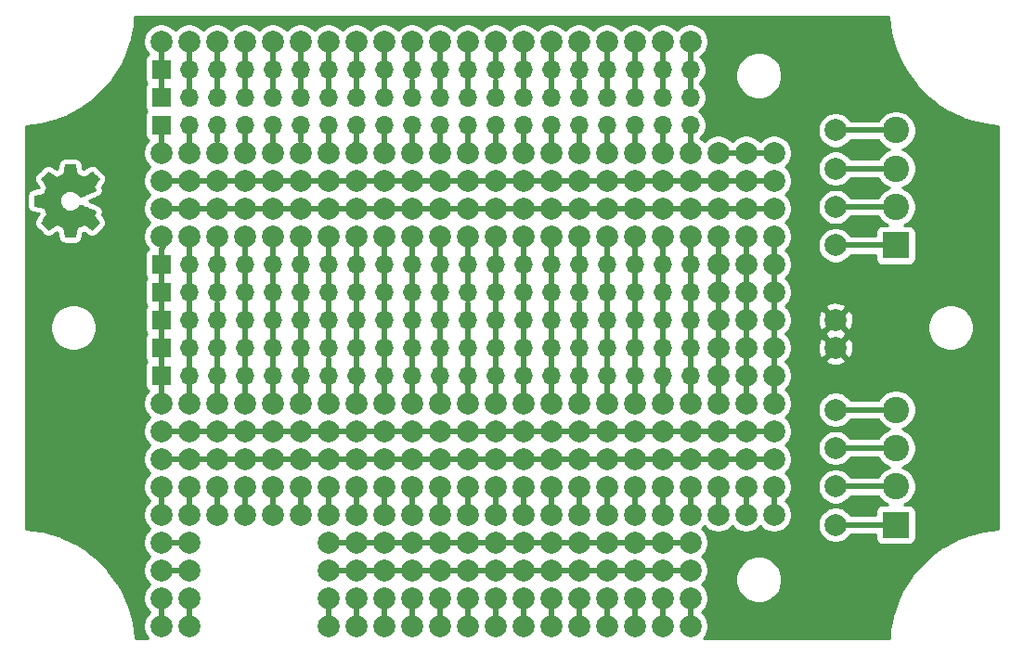
<source format=gbr>
G04 #@! TF.GenerationSoftware,KiCad,Pcbnew,5.1.5+dfsg1-2build2*
G04 #@! TF.CreationDate,2022-02-10T23:43:27-05:00*
G04 #@! TF.ProjectId,MCU_PROTO_100x68mm,4d43555f-5052-44f5-944f-5f3130307836,rev?*
G04 #@! TF.SameCoordinates,Original*
G04 #@! TF.FileFunction,Copper,L2,Bot*
G04 #@! TF.FilePolarity,Positive*
%FSLAX46Y46*%
G04 Gerber Fmt 4.6, Leading zero omitted, Abs format (unit mm)*
G04 Created by KiCad (PCBNEW 5.1.5+dfsg1-2build2) date 2022-02-10 23:43:27*
%MOMM*%
%LPD*%
G04 APERTURE LIST*
%ADD10C,0.010000*%
%ADD11O,1.700000X1.700000*%
%ADD12R,1.700000X1.700000*%
%ADD13C,2.000000*%
%ADD14C,2.400000*%
%ADD15R,2.400000X2.400000*%
%ADD16C,1.998980*%
%ADD17C,0.500000*%
%ADD18C,0.254000*%
G04 APERTURE END LIST*
D10*
G36*
X101862931Y-117980014D02*
G01*
X102307555Y-118063835D01*
X102435053Y-118373120D01*
X102562551Y-118682406D01*
X102310246Y-119053446D01*
X102239996Y-119157357D01*
X102177272Y-119251287D01*
X102124938Y-119330852D01*
X102085857Y-119391670D01*
X102062893Y-119429357D01*
X102057942Y-119439621D01*
X102070676Y-119458110D01*
X102105882Y-119497620D01*
X102159062Y-119553722D01*
X102225718Y-119621987D01*
X102301354Y-119697986D01*
X102381472Y-119777292D01*
X102461574Y-119855475D01*
X102537164Y-119928107D01*
X102603745Y-119990759D01*
X102656818Y-120039003D01*
X102691887Y-120068410D01*
X102703623Y-120075441D01*
X102725260Y-120065323D01*
X102772662Y-120036959D01*
X102841193Y-119993329D01*
X102926215Y-119937418D01*
X103023093Y-119872206D01*
X103078350Y-119834419D01*
X103179248Y-119765543D01*
X103270299Y-119704340D01*
X103346970Y-119653778D01*
X103404728Y-119616828D01*
X103439043Y-119596458D01*
X103446254Y-119593397D01*
X103466748Y-119600336D01*
X103514513Y-119619251D01*
X103582832Y-119647287D01*
X103664989Y-119681591D01*
X103754270Y-119719309D01*
X103843958Y-119757587D01*
X103927338Y-119793570D01*
X103997694Y-119824406D01*
X104048310Y-119847239D01*
X104072471Y-119859217D01*
X104073422Y-119859924D01*
X104078036Y-119878731D01*
X104088328Y-119928818D01*
X104103287Y-120004993D01*
X104121901Y-120102065D01*
X104143159Y-120214843D01*
X104155418Y-120280642D01*
X104178362Y-120401150D01*
X104200195Y-120509997D01*
X104219722Y-120601676D01*
X104235748Y-120670681D01*
X104247079Y-120711504D01*
X104250674Y-120719711D01*
X104275006Y-120727748D01*
X104329959Y-120734233D01*
X104409108Y-120739170D01*
X104506026Y-120742564D01*
X104614287Y-120744418D01*
X104727465Y-120744738D01*
X104839135Y-120743527D01*
X104942868Y-120740790D01*
X105032241Y-120736531D01*
X105100826Y-120730755D01*
X105142197Y-120723467D01*
X105150810Y-120719095D01*
X105161133Y-120692964D01*
X105175892Y-120637593D01*
X105193352Y-120560307D01*
X105211780Y-120468430D01*
X105217741Y-120436358D01*
X105246066Y-120281724D01*
X105268876Y-120159575D01*
X105287080Y-120065873D01*
X105301583Y-119996584D01*
X105313292Y-119947671D01*
X105323115Y-119915097D01*
X105331956Y-119894828D01*
X105340724Y-119882826D01*
X105342457Y-119881147D01*
X105370371Y-119864384D01*
X105424695Y-119838814D01*
X105498777Y-119806988D01*
X105585965Y-119771460D01*
X105679608Y-119734783D01*
X105773052Y-119699511D01*
X105859647Y-119668196D01*
X105932740Y-119643393D01*
X105985678Y-119627654D01*
X106011811Y-119623532D01*
X106012726Y-119623876D01*
X106034086Y-119637841D01*
X106081084Y-119669522D01*
X106148827Y-119715591D01*
X106232423Y-119772718D01*
X106326982Y-119837573D01*
X106353854Y-119856043D01*
X106451275Y-119921899D01*
X106540163Y-119979850D01*
X106615412Y-120026738D01*
X106671920Y-120059407D01*
X106704581Y-120074700D01*
X106708593Y-120075441D01*
X106729684Y-120062592D01*
X106771464Y-120027088D01*
X106829445Y-119973493D01*
X106899135Y-119906371D01*
X106976045Y-119830287D01*
X107055683Y-119749804D01*
X107133561Y-119669487D01*
X107205186Y-119593899D01*
X107266070Y-119527605D01*
X107311721Y-119475169D01*
X107337650Y-119441155D01*
X107341883Y-119431745D01*
X107331912Y-119409843D01*
X107305020Y-119365000D01*
X107265736Y-119304521D01*
X107234117Y-119257989D01*
X107176098Y-119173675D01*
X107107784Y-119073826D01*
X107039579Y-118973673D01*
X107003075Y-118919827D01*
X106879800Y-118737571D01*
X106962520Y-118584581D01*
X106998759Y-118514882D01*
X107026926Y-118455614D01*
X107042991Y-118415511D01*
X107045226Y-118405303D01*
X107028722Y-118393029D01*
X106982082Y-118368813D01*
X106909609Y-118334463D01*
X106815606Y-118291788D01*
X106704374Y-118242594D01*
X106580215Y-118188690D01*
X106447432Y-118131884D01*
X106310327Y-118073982D01*
X106173202Y-118016793D01*
X106040358Y-117962124D01*
X105916098Y-117911784D01*
X105804725Y-117867580D01*
X105710539Y-117831319D01*
X105637844Y-117804809D01*
X105590941Y-117789858D01*
X105574833Y-117787454D01*
X105554286Y-117806511D01*
X105520933Y-117848236D01*
X105481702Y-117903906D01*
X105478599Y-117908578D01*
X105363423Y-118052464D01*
X105229053Y-118168483D01*
X105079784Y-118255630D01*
X104919913Y-118312899D01*
X104753737Y-118339286D01*
X104585552Y-118333785D01*
X104419655Y-118295390D01*
X104260342Y-118223095D01*
X104225487Y-118201826D01*
X104084737Y-118091196D01*
X103971714Y-117960502D01*
X103887003Y-117814264D01*
X103831194Y-117657008D01*
X103804874Y-117493257D01*
X103808630Y-117327533D01*
X103843050Y-117164362D01*
X103908723Y-117008265D01*
X104006235Y-116863767D01*
X104045813Y-116819069D01*
X104169703Y-116705312D01*
X104300124Y-116622418D01*
X104446315Y-116565556D01*
X104591088Y-116533887D01*
X104753860Y-116526069D01*
X104917440Y-116552138D01*
X105076298Y-116609445D01*
X105224906Y-116695344D01*
X105357735Y-116807186D01*
X105469256Y-116942323D01*
X105481011Y-116960083D01*
X105519508Y-117016350D01*
X105552863Y-117059123D01*
X105574160Y-117079572D01*
X105574833Y-117079869D01*
X105597871Y-117075479D01*
X105650157Y-117058076D01*
X105727390Y-117029468D01*
X105825268Y-116991465D01*
X105939491Y-116945874D01*
X106065758Y-116894503D01*
X106199767Y-116839162D01*
X106337218Y-116781658D01*
X106473808Y-116723801D01*
X106605237Y-116667398D01*
X106727205Y-116614258D01*
X106835409Y-116566190D01*
X106925549Y-116525001D01*
X106993323Y-116492501D01*
X107034430Y-116470497D01*
X107045226Y-116461636D01*
X107036819Y-116434560D01*
X107014272Y-116383897D01*
X106981613Y-116318383D01*
X106962520Y-116282359D01*
X106879800Y-116129368D01*
X107003075Y-115947112D01*
X107066228Y-115854075D01*
X107135727Y-115752215D01*
X107201165Y-115656762D01*
X107234117Y-115608950D01*
X107279273Y-115541705D01*
X107315057Y-115484764D01*
X107336938Y-115445554D01*
X107341563Y-115432819D01*
X107329085Y-115414283D01*
X107294252Y-115373259D01*
X107240678Y-115313725D01*
X107171983Y-115239658D01*
X107091781Y-115155035D01*
X107040286Y-115101515D01*
X106948286Y-115007881D01*
X106865999Y-114926959D01*
X106796945Y-114862023D01*
X106744644Y-114816342D01*
X106712616Y-114793189D01*
X106706116Y-114790968D01*
X106681394Y-114801276D01*
X106631405Y-114829761D01*
X106561212Y-114873263D01*
X106475875Y-114928623D01*
X106380456Y-114992680D01*
X106353854Y-115010897D01*
X106257167Y-115077273D01*
X106170117Y-115136822D01*
X106097595Y-115186216D01*
X106044493Y-115222125D01*
X106015703Y-115241219D01*
X106012726Y-115243064D01*
X105989782Y-115240305D01*
X105939336Y-115225662D01*
X105868041Y-115201687D01*
X105782547Y-115170934D01*
X105689507Y-115135956D01*
X105595574Y-115099307D01*
X105507399Y-115063539D01*
X105431634Y-115031206D01*
X105374931Y-115004862D01*
X105343943Y-114987058D01*
X105342457Y-114985793D01*
X105333601Y-114974906D01*
X105324843Y-114956518D01*
X105315277Y-114926594D01*
X105303996Y-114881097D01*
X105290093Y-114815991D01*
X105272663Y-114727239D01*
X105250798Y-114610807D01*
X105223591Y-114462658D01*
X105217741Y-114430582D01*
X105199374Y-114335514D01*
X105181405Y-114252635D01*
X105165569Y-114189270D01*
X105153600Y-114152742D01*
X105150810Y-114147844D01*
X105126072Y-114139773D01*
X105070790Y-114133213D01*
X104991389Y-114128167D01*
X104894296Y-114124641D01*
X104785938Y-114122639D01*
X104672740Y-114122164D01*
X104561128Y-114123223D01*
X104457529Y-114125818D01*
X104368368Y-114129954D01*
X104300072Y-114135637D01*
X104259066Y-114142869D01*
X104250674Y-114147229D01*
X104242208Y-114171502D01*
X104228435Y-114226774D01*
X104210550Y-114307538D01*
X104189748Y-114408288D01*
X104167223Y-114523517D01*
X104155418Y-114586298D01*
X104133151Y-114705413D01*
X104112979Y-114811635D01*
X104095915Y-114899773D01*
X104082969Y-114964634D01*
X104075155Y-115001026D01*
X104073422Y-115007016D01*
X104053890Y-115017139D01*
X104006843Y-115038538D01*
X103939003Y-115068361D01*
X103857091Y-115103755D01*
X103767828Y-115141868D01*
X103677935Y-115179847D01*
X103594135Y-115214840D01*
X103523147Y-115243994D01*
X103471694Y-115264457D01*
X103446497Y-115273377D01*
X103445396Y-115273543D01*
X103425519Y-115263431D01*
X103379777Y-115235083D01*
X103312717Y-115191477D01*
X103228884Y-115135594D01*
X103132826Y-115070413D01*
X103077650Y-115032521D01*
X102976481Y-114963475D01*
X102884630Y-114902150D01*
X102806744Y-114851537D01*
X102747469Y-114814629D01*
X102711451Y-114794418D01*
X102703377Y-114791499D01*
X102684584Y-114804047D01*
X102644457Y-114838737D01*
X102587493Y-114891137D01*
X102518185Y-114956816D01*
X102441031Y-115031344D01*
X102360525Y-115110287D01*
X102281163Y-115189217D01*
X102207440Y-115263700D01*
X102143852Y-115329306D01*
X102094894Y-115381604D01*
X102065061Y-115416161D01*
X102057942Y-115427722D01*
X102067953Y-115446546D01*
X102096078Y-115491569D01*
X102139454Y-115558413D01*
X102195218Y-115642701D01*
X102260506Y-115740056D01*
X102310246Y-115813493D01*
X102562551Y-116184533D01*
X102307555Y-116803105D01*
X101862931Y-116886925D01*
X101418307Y-116970746D01*
X101418307Y-117896194D01*
X101862931Y-117980014D01*
G37*
X101862931Y-117980014D02*
X102307555Y-118063835D01*
X102435053Y-118373120D01*
X102562551Y-118682406D01*
X102310246Y-119053446D01*
X102239996Y-119157357D01*
X102177272Y-119251287D01*
X102124938Y-119330852D01*
X102085857Y-119391670D01*
X102062893Y-119429357D01*
X102057942Y-119439621D01*
X102070676Y-119458110D01*
X102105882Y-119497620D01*
X102159062Y-119553722D01*
X102225718Y-119621987D01*
X102301354Y-119697986D01*
X102381472Y-119777292D01*
X102461574Y-119855475D01*
X102537164Y-119928107D01*
X102603745Y-119990759D01*
X102656818Y-120039003D01*
X102691887Y-120068410D01*
X102703623Y-120075441D01*
X102725260Y-120065323D01*
X102772662Y-120036959D01*
X102841193Y-119993329D01*
X102926215Y-119937418D01*
X103023093Y-119872206D01*
X103078350Y-119834419D01*
X103179248Y-119765543D01*
X103270299Y-119704340D01*
X103346970Y-119653778D01*
X103404728Y-119616828D01*
X103439043Y-119596458D01*
X103446254Y-119593397D01*
X103466748Y-119600336D01*
X103514513Y-119619251D01*
X103582832Y-119647287D01*
X103664989Y-119681591D01*
X103754270Y-119719309D01*
X103843958Y-119757587D01*
X103927338Y-119793570D01*
X103997694Y-119824406D01*
X104048310Y-119847239D01*
X104072471Y-119859217D01*
X104073422Y-119859924D01*
X104078036Y-119878731D01*
X104088328Y-119928818D01*
X104103287Y-120004993D01*
X104121901Y-120102065D01*
X104143159Y-120214843D01*
X104155418Y-120280642D01*
X104178362Y-120401150D01*
X104200195Y-120509997D01*
X104219722Y-120601676D01*
X104235748Y-120670681D01*
X104247079Y-120711504D01*
X104250674Y-120719711D01*
X104275006Y-120727748D01*
X104329959Y-120734233D01*
X104409108Y-120739170D01*
X104506026Y-120742564D01*
X104614287Y-120744418D01*
X104727465Y-120744738D01*
X104839135Y-120743527D01*
X104942868Y-120740790D01*
X105032241Y-120736531D01*
X105100826Y-120730755D01*
X105142197Y-120723467D01*
X105150810Y-120719095D01*
X105161133Y-120692964D01*
X105175892Y-120637593D01*
X105193352Y-120560307D01*
X105211780Y-120468430D01*
X105217741Y-120436358D01*
X105246066Y-120281724D01*
X105268876Y-120159575D01*
X105287080Y-120065873D01*
X105301583Y-119996584D01*
X105313292Y-119947671D01*
X105323115Y-119915097D01*
X105331956Y-119894828D01*
X105340724Y-119882826D01*
X105342457Y-119881147D01*
X105370371Y-119864384D01*
X105424695Y-119838814D01*
X105498777Y-119806988D01*
X105585965Y-119771460D01*
X105679608Y-119734783D01*
X105773052Y-119699511D01*
X105859647Y-119668196D01*
X105932740Y-119643393D01*
X105985678Y-119627654D01*
X106011811Y-119623532D01*
X106012726Y-119623876D01*
X106034086Y-119637841D01*
X106081084Y-119669522D01*
X106148827Y-119715591D01*
X106232423Y-119772718D01*
X106326982Y-119837573D01*
X106353854Y-119856043D01*
X106451275Y-119921899D01*
X106540163Y-119979850D01*
X106615412Y-120026738D01*
X106671920Y-120059407D01*
X106704581Y-120074700D01*
X106708593Y-120075441D01*
X106729684Y-120062592D01*
X106771464Y-120027088D01*
X106829445Y-119973493D01*
X106899135Y-119906371D01*
X106976045Y-119830287D01*
X107055683Y-119749804D01*
X107133561Y-119669487D01*
X107205186Y-119593899D01*
X107266070Y-119527605D01*
X107311721Y-119475169D01*
X107337650Y-119441155D01*
X107341883Y-119431745D01*
X107331912Y-119409843D01*
X107305020Y-119365000D01*
X107265736Y-119304521D01*
X107234117Y-119257989D01*
X107176098Y-119173675D01*
X107107784Y-119073826D01*
X107039579Y-118973673D01*
X107003075Y-118919827D01*
X106879800Y-118737571D01*
X106962520Y-118584581D01*
X106998759Y-118514882D01*
X107026926Y-118455614D01*
X107042991Y-118415511D01*
X107045226Y-118405303D01*
X107028722Y-118393029D01*
X106982082Y-118368813D01*
X106909609Y-118334463D01*
X106815606Y-118291788D01*
X106704374Y-118242594D01*
X106580215Y-118188690D01*
X106447432Y-118131884D01*
X106310327Y-118073982D01*
X106173202Y-118016793D01*
X106040358Y-117962124D01*
X105916098Y-117911784D01*
X105804725Y-117867580D01*
X105710539Y-117831319D01*
X105637844Y-117804809D01*
X105590941Y-117789858D01*
X105574833Y-117787454D01*
X105554286Y-117806511D01*
X105520933Y-117848236D01*
X105481702Y-117903906D01*
X105478599Y-117908578D01*
X105363423Y-118052464D01*
X105229053Y-118168483D01*
X105079784Y-118255630D01*
X104919913Y-118312899D01*
X104753737Y-118339286D01*
X104585552Y-118333785D01*
X104419655Y-118295390D01*
X104260342Y-118223095D01*
X104225487Y-118201826D01*
X104084737Y-118091196D01*
X103971714Y-117960502D01*
X103887003Y-117814264D01*
X103831194Y-117657008D01*
X103804874Y-117493257D01*
X103808630Y-117327533D01*
X103843050Y-117164362D01*
X103908723Y-117008265D01*
X104006235Y-116863767D01*
X104045813Y-116819069D01*
X104169703Y-116705312D01*
X104300124Y-116622418D01*
X104446315Y-116565556D01*
X104591088Y-116533887D01*
X104753860Y-116526069D01*
X104917440Y-116552138D01*
X105076298Y-116609445D01*
X105224906Y-116695344D01*
X105357735Y-116807186D01*
X105469256Y-116942323D01*
X105481011Y-116960083D01*
X105519508Y-117016350D01*
X105552863Y-117059123D01*
X105574160Y-117079572D01*
X105574833Y-117079869D01*
X105597871Y-117075479D01*
X105650157Y-117058076D01*
X105727390Y-117029468D01*
X105825268Y-116991465D01*
X105939491Y-116945874D01*
X106065758Y-116894503D01*
X106199767Y-116839162D01*
X106337218Y-116781658D01*
X106473808Y-116723801D01*
X106605237Y-116667398D01*
X106727205Y-116614258D01*
X106835409Y-116566190D01*
X106925549Y-116525001D01*
X106993323Y-116492501D01*
X107034430Y-116470497D01*
X107045226Y-116461636D01*
X107036819Y-116434560D01*
X107014272Y-116383897D01*
X106981613Y-116318383D01*
X106962520Y-116282359D01*
X106879800Y-116129368D01*
X107003075Y-115947112D01*
X107066228Y-115854075D01*
X107135727Y-115752215D01*
X107201165Y-115656762D01*
X107234117Y-115608950D01*
X107279273Y-115541705D01*
X107315057Y-115484764D01*
X107336938Y-115445554D01*
X107341563Y-115432819D01*
X107329085Y-115414283D01*
X107294252Y-115373259D01*
X107240678Y-115313725D01*
X107171983Y-115239658D01*
X107091781Y-115155035D01*
X107040286Y-115101515D01*
X106948286Y-115007881D01*
X106865999Y-114926959D01*
X106796945Y-114862023D01*
X106744644Y-114816342D01*
X106712616Y-114793189D01*
X106706116Y-114790968D01*
X106681394Y-114801276D01*
X106631405Y-114829761D01*
X106561212Y-114873263D01*
X106475875Y-114928623D01*
X106380456Y-114992680D01*
X106353854Y-115010897D01*
X106257167Y-115077273D01*
X106170117Y-115136822D01*
X106097595Y-115186216D01*
X106044493Y-115222125D01*
X106015703Y-115241219D01*
X106012726Y-115243064D01*
X105989782Y-115240305D01*
X105939336Y-115225662D01*
X105868041Y-115201687D01*
X105782547Y-115170934D01*
X105689507Y-115135956D01*
X105595574Y-115099307D01*
X105507399Y-115063539D01*
X105431634Y-115031206D01*
X105374931Y-115004862D01*
X105343943Y-114987058D01*
X105342457Y-114985793D01*
X105333601Y-114974906D01*
X105324843Y-114956518D01*
X105315277Y-114926594D01*
X105303996Y-114881097D01*
X105290093Y-114815991D01*
X105272663Y-114727239D01*
X105250798Y-114610807D01*
X105223591Y-114462658D01*
X105217741Y-114430582D01*
X105199374Y-114335514D01*
X105181405Y-114252635D01*
X105165569Y-114189270D01*
X105153600Y-114152742D01*
X105150810Y-114147844D01*
X105126072Y-114139773D01*
X105070790Y-114133213D01*
X104991389Y-114128167D01*
X104894296Y-114124641D01*
X104785938Y-114122639D01*
X104672740Y-114122164D01*
X104561128Y-114123223D01*
X104457529Y-114125818D01*
X104368368Y-114129954D01*
X104300072Y-114135637D01*
X104259066Y-114142869D01*
X104250674Y-114147229D01*
X104242208Y-114171502D01*
X104228435Y-114226774D01*
X104210550Y-114307538D01*
X104189748Y-114408288D01*
X104167223Y-114523517D01*
X104155418Y-114586298D01*
X104133151Y-114705413D01*
X104112979Y-114811635D01*
X104095915Y-114899773D01*
X104082969Y-114964634D01*
X104075155Y-115001026D01*
X104073422Y-115007016D01*
X104053890Y-115017139D01*
X104006843Y-115038538D01*
X103939003Y-115068361D01*
X103857091Y-115103755D01*
X103767828Y-115141868D01*
X103677935Y-115179847D01*
X103594135Y-115214840D01*
X103523147Y-115243994D01*
X103471694Y-115264457D01*
X103446497Y-115273377D01*
X103445396Y-115273543D01*
X103425519Y-115263431D01*
X103379777Y-115235083D01*
X103312717Y-115191477D01*
X103228884Y-115135594D01*
X103132826Y-115070413D01*
X103077650Y-115032521D01*
X102976481Y-114963475D01*
X102884630Y-114902150D01*
X102806744Y-114851537D01*
X102747469Y-114814629D01*
X102711451Y-114794418D01*
X102703377Y-114791499D01*
X102684584Y-114804047D01*
X102644457Y-114838737D01*
X102587493Y-114891137D01*
X102518185Y-114956816D01*
X102441031Y-115031344D01*
X102360525Y-115110287D01*
X102281163Y-115189217D01*
X102207440Y-115263700D01*
X102143852Y-115329306D01*
X102094894Y-115381604D01*
X102065061Y-115416161D01*
X102057942Y-115427722D01*
X102067953Y-115446546D01*
X102096078Y-115491569D01*
X102139454Y-115558413D01*
X102195218Y-115642701D01*
X102260506Y-115740056D01*
X102310246Y-115813493D01*
X102562551Y-116184533D01*
X102307555Y-116803105D01*
X101862931Y-116886925D01*
X101418307Y-116970746D01*
X101418307Y-117896194D01*
X101862931Y-117980014D01*
D11*
X161260000Y-110530000D03*
X158720000Y-110530000D03*
X156180000Y-110530000D03*
X153640000Y-110530000D03*
X151100000Y-110530000D03*
X148560000Y-110530000D03*
X146020000Y-110530000D03*
X143480000Y-110530000D03*
X140940000Y-110530000D03*
X138400000Y-110530000D03*
X135860000Y-110530000D03*
X133320000Y-110530000D03*
X130780000Y-110530000D03*
X128240000Y-110530000D03*
X125700000Y-110530000D03*
X123160000Y-110530000D03*
X120620000Y-110530000D03*
X118080000Y-110530000D03*
X115540000Y-110530000D03*
D12*
X113000000Y-110530000D03*
D11*
X161260000Y-107990000D03*
X158720000Y-107990000D03*
X156180000Y-107990000D03*
X153640000Y-107990000D03*
X151100000Y-107990000D03*
X148560000Y-107990000D03*
X146020000Y-107990000D03*
X143480000Y-107990000D03*
X140940000Y-107990000D03*
X138400000Y-107990000D03*
X135860000Y-107990000D03*
X133320000Y-107990000D03*
X130780000Y-107990000D03*
X128240000Y-107990000D03*
X125700000Y-107990000D03*
X123160000Y-107990000D03*
X120620000Y-107990000D03*
X118080000Y-107990000D03*
X115540000Y-107990000D03*
D12*
X113000000Y-107990000D03*
D13*
X174500000Y-121500000D03*
X174500000Y-118000000D03*
X174500000Y-114500000D03*
X174500000Y-111000000D03*
X168880000Y-133390000D03*
X166340000Y-133390000D03*
X163800000Y-133390000D03*
X168880000Y-130850000D03*
X166340000Y-130850000D03*
X163800000Y-130850000D03*
X168880000Y-128310000D03*
X166340000Y-128310000D03*
X163800000Y-128310000D03*
X168880000Y-125770000D03*
X166340000Y-125770000D03*
X163800000Y-125770000D03*
X168880000Y-123230000D03*
X166340000Y-123230000D03*
X163800000Y-123230000D03*
X168880000Y-120690000D03*
X166340000Y-120690000D03*
X163800000Y-120690000D03*
X168880000Y-118150000D03*
X166340000Y-118150000D03*
X163800000Y-118150000D03*
X168880000Y-115610000D03*
X166340000Y-115610000D03*
X163800000Y-115610000D03*
X168880000Y-113070000D03*
X166340000Y-113070000D03*
X163800000Y-113070000D03*
X174500000Y-147000000D03*
X168880000Y-146090000D03*
X166340000Y-146090000D03*
X163800000Y-146090000D03*
X174500000Y-143500000D03*
X168880000Y-143550000D03*
X166340000Y-143550000D03*
X163800000Y-143550000D03*
X174500000Y-140000000D03*
X168880000Y-141010000D03*
X166340000Y-141010000D03*
X163800000Y-141010000D03*
X174500000Y-136500000D03*
X168880000Y-138470000D03*
X166340000Y-138470000D03*
X163800000Y-138470000D03*
X168880000Y-135930000D03*
X166340000Y-135930000D03*
X163800000Y-135930000D03*
X161260000Y-156250000D03*
X158720000Y-156250000D03*
X156180000Y-156250000D03*
X153640000Y-156250000D03*
X151100000Y-156250000D03*
X148560000Y-156250000D03*
X146020000Y-156250000D03*
X143480000Y-156250000D03*
X140940000Y-156250000D03*
X138400000Y-156250000D03*
X135860000Y-156250000D03*
X133320000Y-156250000D03*
X130780000Y-156250000D03*
X128240000Y-156250000D03*
X161260000Y-153710000D03*
X158720000Y-153710000D03*
X156180000Y-153710000D03*
X153640000Y-153710000D03*
X151100000Y-153710000D03*
X148560000Y-153710000D03*
X146020000Y-153710000D03*
X143480000Y-153710000D03*
X140940000Y-153710000D03*
X138400000Y-153710000D03*
X135860000Y-153710000D03*
X133320000Y-153710000D03*
X130780000Y-153710000D03*
X128240000Y-153710000D03*
X161260000Y-151170000D03*
X158720000Y-151170000D03*
X156180000Y-151170000D03*
X153640000Y-151170000D03*
X151100000Y-151170000D03*
X148560000Y-151170000D03*
X146020000Y-151170000D03*
X143480000Y-151170000D03*
X140940000Y-151170000D03*
X138400000Y-151170000D03*
X135860000Y-151170000D03*
X133320000Y-151170000D03*
X130780000Y-151170000D03*
X128240000Y-151170000D03*
X161260000Y-148630000D03*
X158720000Y-148630000D03*
X156180000Y-148630000D03*
X153640000Y-148630000D03*
X151100000Y-148630000D03*
X148560000Y-148630000D03*
X146020000Y-148630000D03*
X143480000Y-148630000D03*
X140940000Y-148630000D03*
X138400000Y-148630000D03*
X135860000Y-148630000D03*
X133320000Y-148630000D03*
X130780000Y-148630000D03*
X128240000Y-148630000D03*
X115540000Y-156250000D03*
X113000000Y-156250000D03*
X115540000Y-153710000D03*
X113000000Y-153710000D03*
X115540000Y-151170000D03*
X113000000Y-151170000D03*
X115540000Y-148630000D03*
X113000000Y-148630000D03*
D14*
X180000000Y-136500000D03*
X180000000Y-140000000D03*
X180000000Y-143500000D03*
D15*
X180000000Y-147000000D03*
D14*
X180000000Y-111000000D03*
X180000000Y-114500000D03*
X180000000Y-118000000D03*
D15*
X180000000Y-121500000D03*
D13*
X161260000Y-146090000D03*
X158720000Y-146090000D03*
X156180000Y-146090000D03*
X153640000Y-146090000D03*
X151100000Y-146090000D03*
X148560000Y-146090000D03*
X146020000Y-146090000D03*
X143480000Y-146090000D03*
X140940000Y-146090000D03*
X138400000Y-146090000D03*
X135860000Y-146090000D03*
X133320000Y-146090000D03*
X130780000Y-146090000D03*
X128240000Y-146090000D03*
X125700000Y-146090000D03*
X123160000Y-146090000D03*
X120620000Y-146090000D03*
X118080000Y-146090000D03*
X115540000Y-146090000D03*
X113000000Y-146090000D03*
X161260000Y-143550000D03*
X158720000Y-143550000D03*
X156180000Y-143550000D03*
X153640000Y-143550000D03*
X151100000Y-143550000D03*
X148560000Y-143550000D03*
X146020000Y-143550000D03*
X143480000Y-143550000D03*
X140940000Y-143550000D03*
X138400000Y-143550000D03*
X135860000Y-143550000D03*
X133320000Y-143550000D03*
X130780000Y-143550000D03*
X128240000Y-143550000D03*
X125700000Y-143550000D03*
X123160000Y-143550000D03*
X120620000Y-143550000D03*
X118080000Y-143550000D03*
X115540000Y-143550000D03*
X113000000Y-143550000D03*
X161260000Y-141010000D03*
X158720000Y-141010000D03*
X156180000Y-141010000D03*
X153640000Y-141010000D03*
X151100000Y-141010000D03*
X148560000Y-141010000D03*
X146020000Y-141010000D03*
X143480000Y-141010000D03*
X140940000Y-141010000D03*
X138400000Y-141010000D03*
X135860000Y-141010000D03*
X133320000Y-141010000D03*
X130780000Y-141010000D03*
X128240000Y-141010000D03*
X125700000Y-141010000D03*
X123160000Y-141010000D03*
X120620000Y-141010000D03*
X118080000Y-141010000D03*
X115540000Y-141010000D03*
X113000000Y-141010000D03*
X161260000Y-138470000D03*
X158720000Y-138470000D03*
X156180000Y-138470000D03*
X153640000Y-138470000D03*
X151100000Y-138470000D03*
X148560000Y-138470000D03*
X146020000Y-138470000D03*
X143480000Y-138470000D03*
X140940000Y-138470000D03*
X138400000Y-138470000D03*
X135860000Y-138470000D03*
X133320000Y-138470000D03*
X130780000Y-138470000D03*
X128240000Y-138470000D03*
X125700000Y-138470000D03*
X123160000Y-138470000D03*
X120620000Y-138470000D03*
X118080000Y-138470000D03*
X115540000Y-138470000D03*
X113000000Y-138470000D03*
X161260000Y-135930000D03*
X158720000Y-135930000D03*
X156180000Y-135930000D03*
X153640000Y-135930000D03*
X151100000Y-135930000D03*
X148560000Y-135930000D03*
X146020000Y-135930000D03*
X143480000Y-135930000D03*
X140940000Y-135930000D03*
X138400000Y-135930000D03*
X135860000Y-135930000D03*
X133320000Y-135930000D03*
X130780000Y-135930000D03*
X128240000Y-135930000D03*
X125700000Y-135930000D03*
X123160000Y-135930000D03*
X120620000Y-135930000D03*
X118080000Y-135930000D03*
X115540000Y-135930000D03*
X161260000Y-120690000D03*
X158720000Y-120690000D03*
X156180000Y-120690000D03*
X153640000Y-120690000D03*
X151100000Y-120690000D03*
X148560000Y-120690000D03*
X146020000Y-120690000D03*
X143480000Y-120690000D03*
X140940000Y-120690000D03*
X138400000Y-120690000D03*
X135860000Y-120690000D03*
X133320000Y-120690000D03*
X130780000Y-120690000D03*
X128240000Y-120690000D03*
X125700000Y-120690000D03*
X123160000Y-120690000D03*
X120620000Y-120690000D03*
X118080000Y-120690000D03*
X115540000Y-120690000D03*
X113000000Y-120690000D03*
X161260000Y-118150000D03*
X158720000Y-118150000D03*
X156180000Y-118150000D03*
X153640000Y-118150000D03*
X151100000Y-118150000D03*
X148560000Y-118150000D03*
X146020000Y-118150000D03*
X143480000Y-118150000D03*
X140940000Y-118150000D03*
X138400000Y-118150000D03*
X135860000Y-118150000D03*
X133320000Y-118150000D03*
X130780000Y-118150000D03*
X128240000Y-118150000D03*
X125700000Y-118150000D03*
X123160000Y-118150000D03*
X120620000Y-118150000D03*
X118080000Y-118150000D03*
X115540000Y-118150000D03*
X113000000Y-118150000D03*
X161260000Y-115610000D03*
X158720000Y-115610000D03*
X156180000Y-115610000D03*
X153640000Y-115610000D03*
X151100000Y-115610000D03*
X148560000Y-115610000D03*
X146020000Y-115610000D03*
X143480000Y-115610000D03*
X140940000Y-115610000D03*
X138400000Y-115610000D03*
X135860000Y-115610000D03*
X133320000Y-115610000D03*
X130780000Y-115610000D03*
X128240000Y-115610000D03*
X125700000Y-115610000D03*
X123160000Y-115610000D03*
X120620000Y-115610000D03*
X118080000Y-115610000D03*
X115540000Y-115610000D03*
X113000000Y-115610000D03*
X161260000Y-113070000D03*
X158720000Y-113070000D03*
X156180000Y-113070000D03*
X153640000Y-113070000D03*
X151100000Y-113070000D03*
X148560000Y-113070000D03*
X146020000Y-113070000D03*
X143480000Y-113070000D03*
X140940000Y-113070000D03*
X138400000Y-113070000D03*
X135860000Y-113070000D03*
X133320000Y-113070000D03*
X130780000Y-113070000D03*
X128240000Y-113070000D03*
X125700000Y-113070000D03*
X123160000Y-113070000D03*
X120620000Y-113070000D03*
X118080000Y-113070000D03*
X115540000Y-113070000D03*
X113000000Y-113070000D03*
X113000000Y-135930000D03*
X113000000Y-102910000D03*
X115540000Y-102910000D03*
X118080000Y-102910000D03*
X120620000Y-102910000D03*
X123160000Y-102910000D03*
X125700000Y-102910000D03*
D11*
X161260000Y-133390000D03*
X158720000Y-133390000D03*
X156180000Y-133390000D03*
X153640000Y-133390000D03*
X151100000Y-133390000D03*
X148560000Y-133390000D03*
X146020000Y-133390000D03*
X143480000Y-133390000D03*
X140940000Y-133390000D03*
X138400000Y-133390000D03*
X135860000Y-133390000D03*
X133320000Y-133390000D03*
X130780000Y-133390000D03*
X128240000Y-133390000D03*
X125700000Y-133390000D03*
X123160000Y-133390000D03*
X120620000Y-133390000D03*
X118080000Y-133390000D03*
X115540000Y-133390000D03*
D12*
X113000000Y-133390000D03*
D11*
X161260000Y-130850000D03*
X158720000Y-130850000D03*
X156180000Y-130850000D03*
X153640000Y-130850000D03*
X151100000Y-130850000D03*
X148560000Y-130850000D03*
X146020000Y-130850000D03*
X143480000Y-130850000D03*
X140940000Y-130850000D03*
X138400000Y-130850000D03*
X135860000Y-130850000D03*
X133320000Y-130850000D03*
X130780000Y-130850000D03*
X128240000Y-130850000D03*
X125700000Y-130850000D03*
X123160000Y-130850000D03*
X120620000Y-130850000D03*
X118080000Y-130850000D03*
X115540000Y-130850000D03*
D12*
X113000000Y-130850000D03*
D11*
X161260000Y-128310000D03*
X158720000Y-128310000D03*
X156180000Y-128310000D03*
X153640000Y-128310000D03*
X151100000Y-128310000D03*
X148560000Y-128310000D03*
X146020000Y-128310000D03*
X143480000Y-128310000D03*
X140940000Y-128310000D03*
X138400000Y-128310000D03*
X135860000Y-128310000D03*
X133320000Y-128310000D03*
X130780000Y-128310000D03*
X128240000Y-128310000D03*
X125700000Y-128310000D03*
X123160000Y-128310000D03*
X120620000Y-128310000D03*
X118080000Y-128310000D03*
X115540000Y-128310000D03*
D12*
X113000000Y-128310000D03*
D11*
X161260000Y-123230000D03*
X158720000Y-123230000D03*
X156180000Y-123230000D03*
X153640000Y-123230000D03*
X151100000Y-123230000D03*
X148560000Y-123230000D03*
X146020000Y-123230000D03*
X143480000Y-123230000D03*
X140940000Y-123230000D03*
X138400000Y-123230000D03*
X135860000Y-123230000D03*
X133320000Y-123230000D03*
X130780000Y-123230000D03*
X128240000Y-123230000D03*
X125700000Y-123230000D03*
X123160000Y-123230000D03*
X120620000Y-123230000D03*
X118080000Y-123230000D03*
X115540000Y-123230000D03*
D12*
X113000000Y-123230000D03*
D11*
X161260000Y-105450000D03*
X158720000Y-105450000D03*
X156180000Y-105450000D03*
X153640000Y-105450000D03*
X151100000Y-105450000D03*
X148560000Y-105450000D03*
X146020000Y-105450000D03*
X143480000Y-105450000D03*
X140940000Y-105450000D03*
X138400000Y-105450000D03*
X135860000Y-105450000D03*
X133320000Y-105450000D03*
X130780000Y-105450000D03*
X128240000Y-105450000D03*
X125700000Y-105450000D03*
X123160000Y-105450000D03*
X120620000Y-105450000D03*
X118080000Y-105450000D03*
X115540000Y-105450000D03*
D12*
X113000000Y-105450000D03*
D11*
X161260000Y-125770000D03*
X158720000Y-125770000D03*
X156180000Y-125770000D03*
X153640000Y-125770000D03*
X151100000Y-125770000D03*
X148560000Y-125770000D03*
X146020000Y-125770000D03*
X143480000Y-125770000D03*
X140940000Y-125770000D03*
X138400000Y-125770000D03*
X135860000Y-125770000D03*
X133320000Y-125770000D03*
X130780000Y-125770000D03*
X128240000Y-125770000D03*
X125700000Y-125770000D03*
X123160000Y-125770000D03*
X120620000Y-125770000D03*
X118080000Y-125770000D03*
X115540000Y-125770000D03*
D12*
X113000000Y-125770000D03*
D16*
X174500000Y-130850000D03*
X174500000Y-128310000D03*
D13*
X148560000Y-102910000D03*
X161260000Y-102910000D03*
X158720000Y-102910000D03*
X156180000Y-102910000D03*
X153640000Y-102910000D03*
X151100000Y-102910000D03*
X146020000Y-102910000D03*
X143480000Y-102910000D03*
X140940000Y-102910000D03*
X138400000Y-102910000D03*
X135860000Y-102910000D03*
X133320000Y-102910000D03*
X130780000Y-102910000D03*
X128240000Y-102910000D03*
D17*
X113000000Y-115610000D02*
X115540000Y-115610000D01*
X113000000Y-118150000D02*
X115540000Y-118150000D01*
X115540000Y-118150000D02*
X118080000Y-118150000D01*
X115540000Y-115610000D02*
X118080000Y-115610000D01*
X118080000Y-118150000D02*
X120620000Y-118150000D01*
X118080000Y-115610000D02*
X120620000Y-115610000D01*
X120620000Y-118150000D02*
X123160000Y-118150000D01*
X120620000Y-115610000D02*
X123160000Y-115610000D01*
X123160000Y-118150000D02*
X125700000Y-118150000D01*
X123160000Y-115610000D02*
X125700000Y-115610000D01*
X125700000Y-118150000D02*
X128240000Y-118150000D01*
X125700000Y-115610000D02*
X128240000Y-115610000D01*
X128240000Y-118150000D02*
X130780000Y-118150000D01*
X128240000Y-115610000D02*
X130780000Y-115610000D01*
X130780000Y-118150000D02*
X133320000Y-118150000D01*
X133320000Y-115610000D02*
X130780000Y-115610000D01*
X133320000Y-118150000D02*
X135860000Y-118150000D01*
X133320000Y-115610000D02*
X135860000Y-115610000D01*
X135860000Y-118150000D02*
X138400000Y-118150000D01*
X135860000Y-115610000D02*
X138400000Y-115610000D01*
X138400000Y-118150000D02*
X140940000Y-118150000D01*
X138400000Y-115610000D02*
X140940000Y-115610000D01*
X140940000Y-118150000D02*
X143480000Y-118150000D01*
X140940000Y-115610000D02*
X143480000Y-115610000D01*
X143480000Y-118150000D02*
X146020000Y-118150000D01*
X143480000Y-115610000D02*
X146020000Y-115610000D01*
X146020000Y-118150000D02*
X148560000Y-118150000D01*
X146020000Y-115610000D02*
X148560000Y-115610000D01*
X148560000Y-118150000D02*
X151100000Y-118150000D01*
X148560000Y-115610000D02*
X151100000Y-115610000D01*
X151100000Y-118150000D02*
X153640000Y-118150000D01*
X151100000Y-115610000D02*
X153640000Y-115610000D01*
X153640000Y-118150000D02*
X156180000Y-118150000D01*
X153640000Y-115610000D02*
X156180000Y-115610000D01*
X156180000Y-118150000D02*
X158720000Y-118150000D01*
X156180000Y-115610000D02*
X158720000Y-115610000D01*
X158720000Y-118150000D02*
X161260000Y-118150000D01*
X158720000Y-115610000D02*
X161260000Y-115610000D01*
X161260000Y-115610000D02*
X163800000Y-115610000D01*
X163800000Y-115610000D02*
X166340000Y-115610000D01*
X166340000Y-115610000D02*
X168880000Y-115610000D01*
X161260000Y-118150000D02*
X163800000Y-118150000D01*
X163800000Y-118150000D02*
X166340000Y-118150000D01*
X166340000Y-118150000D02*
X168880000Y-118150000D01*
X163800000Y-120690000D02*
X163800000Y-123230000D01*
X166340000Y-120690000D02*
X166340000Y-123230000D01*
X168880000Y-120690000D02*
X168880000Y-123230000D01*
X163800000Y-123230000D02*
X163800000Y-125770000D01*
X166340000Y-123230000D02*
X166340000Y-125770000D01*
X168880000Y-123230000D02*
X168880000Y-125770000D01*
X163800000Y-125770000D02*
X163800000Y-128310000D01*
X166340000Y-125770000D02*
X166340000Y-128310000D01*
X168880000Y-125770000D02*
X168880000Y-128310000D01*
X163800000Y-128310000D02*
X163800000Y-130850000D01*
X166340000Y-128310000D02*
X166340000Y-130850000D01*
X168880000Y-128310000D02*
X168880000Y-130850000D01*
X163800000Y-130850000D02*
X163800000Y-133390000D01*
X166340000Y-130850000D02*
X166340000Y-133390000D01*
X168880000Y-130850000D02*
X168880000Y-133390000D01*
X163800000Y-133390000D02*
X163800000Y-135930000D01*
X166340000Y-133390000D02*
X166340000Y-135930000D01*
X168880000Y-133390000D02*
X168880000Y-135930000D01*
X113000000Y-138470000D02*
X115540000Y-138470000D01*
X113000000Y-141010000D02*
X115540000Y-141010000D01*
X115540000Y-141010000D02*
X118080000Y-141010000D01*
X115540000Y-138470000D02*
X118080000Y-138470000D01*
X118080000Y-138470000D02*
X120620000Y-138470000D01*
X118080000Y-141010000D02*
X120620000Y-141010000D01*
X120620000Y-141010000D02*
X123160000Y-141010000D01*
X120620000Y-138470000D02*
X123160000Y-138470000D01*
X123160000Y-138470000D02*
X125700000Y-138470000D01*
X123160000Y-141010000D02*
X125700000Y-141010000D01*
X125700000Y-141010000D02*
X128240000Y-141010000D01*
X125700000Y-138470000D02*
X128240000Y-138470000D01*
X128240000Y-141010000D02*
X130780000Y-141010000D01*
X128240000Y-138470000D02*
X130780000Y-138470000D01*
X130780000Y-141010000D02*
X133320000Y-141010000D01*
X130780000Y-138470000D02*
X133320000Y-138470000D01*
X133320000Y-141010000D02*
X135860000Y-141010000D01*
X133320000Y-138470000D02*
X135860000Y-138470000D01*
X135860000Y-141010000D02*
X138400000Y-141010000D01*
X135860000Y-138470000D02*
X138400000Y-138470000D01*
X138400000Y-141010000D02*
X140940000Y-141010000D01*
X138400000Y-138470000D02*
X140940000Y-138470000D01*
X140940000Y-141010000D02*
X143480000Y-141010000D01*
X140940000Y-138470000D02*
X143480000Y-138470000D01*
X143480000Y-141010000D02*
X146020000Y-141010000D01*
X143480000Y-138470000D02*
X146020000Y-138470000D01*
X146020000Y-141010000D02*
X148560000Y-141010000D01*
X146020000Y-138470000D02*
X148560000Y-138470000D01*
X148560000Y-141010000D02*
X151100000Y-141010000D01*
X148560000Y-138470000D02*
X151100000Y-138470000D01*
X151100000Y-141010000D02*
X153640000Y-141010000D01*
X151100000Y-138470000D02*
X153640000Y-138470000D01*
X153640000Y-141010000D02*
X156180000Y-141010000D01*
X153640000Y-138470000D02*
X156180000Y-138470000D01*
X156180000Y-141010000D02*
X158720000Y-141010000D01*
X156180000Y-138470000D02*
X158720000Y-138470000D01*
X158720000Y-141010000D02*
X161260000Y-141010000D01*
X158720000Y-138470000D02*
X161260000Y-138470000D01*
X161260000Y-141010000D02*
X163800000Y-141010000D01*
X161260000Y-138470000D02*
X163800000Y-138470000D01*
X163800000Y-141010000D02*
X166340000Y-141010000D01*
X163800000Y-138470000D02*
X166340000Y-138470000D01*
X166340000Y-141010000D02*
X168880000Y-141010000D01*
X166340000Y-138470000D02*
X168880000Y-138470000D01*
X168880000Y-143550000D02*
X168880000Y-146090000D01*
X166340000Y-143550000D02*
X166340000Y-146090000D01*
X163800000Y-143550000D02*
X163800000Y-146090000D01*
X161260000Y-143550000D02*
X161260000Y-146090000D01*
X158720000Y-143550000D02*
X158720000Y-146090000D01*
X156180000Y-143550000D02*
X156180000Y-146090000D01*
X153640000Y-143550000D02*
X153640000Y-146090000D01*
X151100000Y-143550000D02*
X151100000Y-146090000D01*
X148560000Y-143550000D02*
X148560000Y-146090000D01*
X146020000Y-143550000D02*
X146020000Y-146090000D01*
X143480000Y-143550000D02*
X143480000Y-146090000D01*
X140940000Y-143550000D02*
X140940000Y-146090000D01*
X138400000Y-143550000D02*
X138400000Y-146090000D01*
X135860000Y-143550000D02*
X135860000Y-146090000D01*
X133320000Y-143550000D02*
X133320000Y-146090000D01*
X130780000Y-143550000D02*
X130780000Y-146090000D01*
X128240000Y-143550000D02*
X128240000Y-146090000D01*
X125700000Y-143550000D02*
X125700000Y-146090000D01*
X123160000Y-143550000D02*
X123160000Y-146090000D01*
X120620000Y-143550000D02*
X120620000Y-146090000D01*
X118080000Y-143550000D02*
X118080000Y-146090000D01*
X115540000Y-143550000D02*
X115540000Y-146090000D01*
X113000000Y-143550000D02*
X113000000Y-146090000D01*
X161260000Y-151170000D02*
X158720000Y-151170000D01*
X161260000Y-148630000D02*
X158720000Y-148630000D01*
X158720000Y-148630000D02*
X156180000Y-148630000D01*
X158720000Y-151170000D02*
X156180000Y-151170000D01*
X156180000Y-148630000D02*
X153640000Y-148630000D01*
X156180000Y-151170000D02*
X153640000Y-151170000D01*
X153640000Y-148630000D02*
X151100000Y-148630000D01*
X153640000Y-151170000D02*
X151100000Y-151170000D01*
X151100000Y-148630000D02*
X148560000Y-148630000D01*
X151100000Y-151170000D02*
X148560000Y-151170000D01*
X148560000Y-148630000D02*
X146020000Y-148630000D01*
X146020000Y-151170000D02*
X148560000Y-151170000D01*
X146020000Y-148630000D02*
X143480000Y-148630000D01*
X146020000Y-151170000D02*
X143480000Y-151170000D01*
X143480000Y-148630000D02*
X140940000Y-148630000D01*
X143480000Y-151170000D02*
X140940000Y-151170000D01*
X140940000Y-148630000D02*
X138400000Y-148630000D01*
X140940000Y-151170000D02*
X138400000Y-151170000D01*
X138400000Y-148630000D02*
X135860000Y-148630000D01*
X138400000Y-151170000D02*
X135860000Y-151170000D01*
X135860000Y-148630000D02*
X133320000Y-148630000D01*
X135860000Y-151170000D02*
X133320000Y-151170000D01*
X133320000Y-148630000D02*
X130780000Y-148630000D01*
X133320000Y-151170000D02*
X130780000Y-151170000D01*
X130780000Y-148630000D02*
X128240000Y-148630000D01*
X130780000Y-151170000D02*
X128240000Y-151170000D01*
X113000000Y-148630000D02*
X115540000Y-148630000D01*
X113000000Y-151170000D02*
X115540000Y-151170000D01*
X161260000Y-156250000D02*
X161260000Y-153710000D01*
X158720000Y-156250000D02*
X158720000Y-153710000D01*
X156180000Y-156250000D02*
X156180000Y-153710000D01*
X153640000Y-156250000D02*
X153640000Y-153710000D01*
X151100000Y-156250000D02*
X151100000Y-153710000D01*
X148560000Y-156250000D02*
X148560000Y-153710000D01*
X146020000Y-156250000D02*
X146020000Y-153710000D01*
X143480000Y-156250000D02*
X143480000Y-153710000D01*
X140940000Y-156250000D02*
X140940000Y-153710000D01*
X138400000Y-156250000D02*
X138400000Y-153710000D01*
X135860000Y-156250000D02*
X135860000Y-153710000D01*
X133320000Y-156250000D02*
X133320000Y-153710000D01*
X130780000Y-156250000D02*
X130780000Y-153710000D01*
X128240000Y-156250000D02*
X128240000Y-153710000D01*
X115540000Y-156250000D02*
X115540000Y-153710000D01*
X113000000Y-156250000D02*
X113000000Y-153710000D01*
X163800000Y-113070000D02*
X166340000Y-113070000D01*
X166340000Y-113070000D02*
X168880000Y-113070000D01*
X179913000Y-140000000D02*
X180035200Y-139877800D01*
X174500000Y-140000000D02*
X179913000Y-140000000D01*
X179867400Y-143500000D02*
X180035200Y-143332200D01*
X174500000Y-143500000D02*
X179867400Y-143500000D01*
X179072500Y-147000000D02*
X179463700Y-146608800D01*
X174500000Y-147000000D02*
X179072500Y-147000000D01*
X179587500Y-114500000D02*
X179616100Y-114528600D01*
X174500000Y-114500000D02*
X179587500Y-114500000D01*
X179767600Y-121500000D02*
X180035200Y-121767600D01*
X174500000Y-121500000D02*
X179767600Y-121500000D01*
X179637200Y-118000000D02*
X179692300Y-117944900D01*
X174500000Y-118000000D02*
X179637200Y-118000000D01*
X130780000Y-105503500D02*
X130771900Y-105511600D01*
X130780000Y-102910000D02*
X130780000Y-105503500D01*
X128240000Y-104859300D02*
X128409700Y-105029000D01*
X128240000Y-102910000D02*
X128240000Y-104859300D01*
X125700000Y-105198700D02*
X125590300Y-105308400D01*
X125700000Y-102910000D02*
X125700000Y-105198700D01*
X123160000Y-105287600D02*
X123088400Y-105359200D01*
X123160000Y-102910000D02*
X123160000Y-105287600D01*
X120620000Y-104881200D02*
X120561100Y-104940100D01*
X120620000Y-102910000D02*
X120620000Y-104881200D01*
X118080000Y-104830400D02*
X117944900Y-104965500D01*
X118080000Y-102910000D02*
X118080000Y-104830400D01*
X115540000Y-105037100D02*
X115557300Y-105054400D01*
X115540000Y-102910000D02*
X115540000Y-105037100D01*
X113000000Y-104681500D02*
X113131600Y-104813100D01*
X113000000Y-102910000D02*
X113000000Y-104681500D01*
X130780000Y-107990000D02*
X130780000Y-106243600D01*
X128240000Y-107990000D02*
X128240000Y-106354400D01*
X125700000Y-107990000D02*
X125700000Y-106303600D01*
X123160000Y-107990000D02*
X123160000Y-106100400D01*
X120620000Y-107990000D02*
X120620000Y-106180100D01*
X118080000Y-107990000D02*
X118080000Y-106036900D01*
X115540000Y-107990000D02*
X115540000Y-106214700D01*
X113000000Y-107990000D02*
X113000000Y-106163900D01*
X130780000Y-112107500D02*
X130708400Y-112179100D01*
X130780000Y-110530000D02*
X130780000Y-112107500D01*
X128240000Y-112399600D02*
X128168400Y-112471200D01*
X128240000Y-110530000D02*
X128240000Y-112399600D01*
X125700000Y-110530000D02*
X125700000Y-111971300D01*
X123160000Y-112276100D02*
X123355100Y-112471200D01*
X123160000Y-110530000D02*
X123160000Y-112276100D01*
X120620000Y-112225300D02*
X120624600Y-112229900D01*
X120620000Y-110530000D02*
X120620000Y-112225300D01*
X118080000Y-110530000D02*
X118080000Y-111996700D01*
X115540000Y-111996700D02*
X115620800Y-112077500D01*
X115540000Y-110530000D02*
X115540000Y-111996700D01*
X113000000Y-112161800D02*
X113118900Y-112280700D01*
X113000000Y-110530000D02*
X113000000Y-112161800D01*
X130780000Y-123230000D02*
X130780000Y-121712200D01*
X128240000Y-121657900D02*
X128282700Y-121615200D01*
X128240000Y-123230000D02*
X128240000Y-121657900D01*
X125700000Y-121429300D02*
X125717300Y-121412000D01*
X125700000Y-123230000D02*
X125700000Y-121429300D01*
X123160000Y-121442000D02*
X123190000Y-121412000D01*
X123160000Y-123230000D02*
X123160000Y-121442000D01*
X120620000Y-121645200D02*
X120713500Y-121551700D01*
X120620000Y-123230000D02*
X120620000Y-121645200D01*
X118080000Y-121293100D02*
X118059200Y-121272300D01*
X118080000Y-123230000D02*
X118080000Y-121293100D01*
X115540000Y-121369300D02*
X115531900Y-121361200D01*
X115540000Y-123230000D02*
X115540000Y-121369300D01*
X113000000Y-121835700D02*
X113220500Y-121615200D01*
X113000000Y-123230000D02*
X113000000Y-121835700D01*
X113000000Y-125770000D02*
X113000000Y-124058200D01*
X135860000Y-105253000D02*
X135877300Y-105270300D01*
X135860000Y-102910000D02*
X135860000Y-105253000D01*
X133320000Y-105354600D02*
X133337300Y-105371900D01*
X133320000Y-102910000D02*
X133320000Y-105354600D01*
X161260000Y-104995500D02*
X161150300Y-105105200D01*
X161260000Y-102910000D02*
X161260000Y-104995500D01*
X158720000Y-105202200D02*
X158737300Y-105219500D01*
X158720000Y-102910000D02*
X158720000Y-105202200D01*
X156180000Y-105135200D02*
X156070300Y-105244900D01*
X156180000Y-102910000D02*
X156180000Y-105135200D01*
X153640000Y-105214900D02*
X153758900Y-105333800D01*
X153640000Y-102910000D02*
X153640000Y-105214900D01*
X151100000Y-105240300D02*
X151155400Y-105295700D01*
X151100000Y-102910000D02*
X151100000Y-105240300D01*
X148560000Y-105100600D02*
X148678900Y-105219500D01*
X148560000Y-102910000D02*
X148560000Y-105100600D01*
X146020000Y-105278400D02*
X146177000Y-105435400D01*
X146020000Y-102910000D02*
X146020000Y-105278400D01*
X143480000Y-105427300D02*
X143408400Y-105498900D01*
X143480000Y-102910000D02*
X143480000Y-105427300D01*
X140940000Y-105465400D02*
X140906500Y-105498900D01*
X140940000Y-102910000D02*
X140940000Y-105465400D01*
X138400000Y-105414600D02*
X138379200Y-105435400D01*
X138400000Y-102910000D02*
X138400000Y-105414600D01*
X161260000Y-107990000D02*
X161260000Y-106265500D01*
X158720000Y-107990000D02*
X158720000Y-106405200D01*
X156180000Y-107990000D02*
X156180000Y-106303600D01*
X153640000Y-107990000D02*
X153640000Y-106167400D01*
X151100000Y-107990000D02*
X151100000Y-106443300D01*
X148560000Y-107990000D02*
X148560000Y-106430600D01*
X146020000Y-107990000D02*
X146020000Y-106430600D01*
X143480000Y-107990000D02*
X143480000Y-106468700D01*
X140940000Y-107990000D02*
X140940000Y-106367100D01*
X138400000Y-107990000D02*
X138400000Y-106405200D01*
X135860000Y-107990000D02*
X135860000Y-106443300D01*
X133320000Y-107990000D02*
X133320000Y-106281700D01*
X161260000Y-112072900D02*
X161366200Y-112179100D01*
X161260000Y-110530000D02*
X161260000Y-112072900D01*
X158720000Y-112085600D02*
X158762700Y-112128300D01*
X158720000Y-110530000D02*
X158720000Y-112085600D01*
X156180000Y-112238000D02*
X156311600Y-112369600D01*
X156180000Y-110530000D02*
X156180000Y-112238000D01*
X153640000Y-112149100D02*
X153809700Y-112318800D01*
X153640000Y-110530000D02*
X153640000Y-112149100D01*
X151100000Y-112123700D02*
X151155400Y-112179100D01*
X151100000Y-110530000D02*
X151100000Y-112123700D01*
X148560000Y-112466600D02*
X148755100Y-112661700D01*
X148560000Y-110530000D02*
X148560000Y-112466600D01*
X146020000Y-112187200D02*
X146253200Y-112420400D01*
X146020000Y-110530000D02*
X146020000Y-112187200D01*
X143480000Y-112250700D02*
X143649700Y-112420400D01*
X143480000Y-110530000D02*
X143480000Y-112250700D01*
X140940000Y-112352300D02*
X141008100Y-112420400D01*
X140940000Y-110530000D02*
X140940000Y-112352300D01*
X138400000Y-112336100D02*
X138315700Y-112420400D01*
X138400000Y-110530000D02*
X138400000Y-112336100D01*
X135860000Y-112123700D02*
X135915400Y-112179100D01*
X135860000Y-110530000D02*
X135860000Y-112123700D01*
X133320000Y-112326900D02*
X133362700Y-112369600D01*
X133320000Y-110530000D02*
X133320000Y-112326900D01*
X161260000Y-121636000D02*
X161239200Y-121615200D01*
X161260000Y-123230000D02*
X161260000Y-121636000D01*
X158720000Y-121623300D02*
X158623000Y-121526300D01*
X158720000Y-123230000D02*
X158720000Y-121623300D01*
X156180000Y-121674100D02*
X156171900Y-121666000D01*
X156180000Y-123230000D02*
X156180000Y-121674100D01*
X153640000Y-121581700D02*
X153644600Y-121577100D01*
X153640000Y-123230000D02*
X153640000Y-121581700D01*
X151100000Y-121556300D02*
X151104600Y-121551700D01*
X151100000Y-123230000D02*
X151100000Y-121556300D01*
X148560000Y-121686800D02*
X148513800Y-121640600D01*
X148560000Y-123230000D02*
X148560000Y-121686800D01*
X146020000Y-121607100D02*
X146126200Y-121500900D01*
X146020000Y-123230000D02*
X146020000Y-121607100D01*
X143480000Y-121686800D02*
X143459200Y-121666000D01*
X143480000Y-123230000D02*
X143480000Y-121686800D01*
X140940000Y-121734100D02*
X141008100Y-121666000D01*
X140940000Y-123230000D02*
X140940000Y-121734100D01*
X138400000Y-121610600D02*
X138366500Y-121577100D01*
X138400000Y-123230000D02*
X138400000Y-121610600D01*
X135860000Y-121581700D02*
X135915400Y-121526300D01*
X135860000Y-123230000D02*
X135860000Y-121581700D01*
X133320000Y-121505500D02*
X133324600Y-121500900D01*
X133320000Y-123230000D02*
X133320000Y-121505500D01*
X161260000Y-125770000D02*
X161260000Y-123960100D01*
X158720000Y-125770000D02*
X158720000Y-123918500D01*
X156180000Y-125770000D02*
X156180000Y-124201400D01*
X153640000Y-125770000D02*
X153640000Y-124172500D01*
X151100000Y-125770000D02*
X151100000Y-123956600D01*
X148560000Y-125770000D02*
X148560000Y-124045500D01*
X146020000Y-125770000D02*
X146020000Y-124087100D01*
X143480000Y-125770000D02*
X143480000Y-123972800D01*
X140940000Y-125770000D02*
X140940000Y-124032800D01*
X138400000Y-125770000D02*
X138400000Y-124210600D01*
X135860000Y-125770000D02*
X135860000Y-124172500D01*
X133320000Y-125770000D02*
X133320000Y-124074400D01*
X130780000Y-125770000D02*
X130780000Y-124112500D01*
X128240000Y-125770000D02*
X128240000Y-123969300D01*
X125700000Y-125770000D02*
X125700000Y-124109000D01*
X123160000Y-125770000D02*
X123160000Y-124020100D01*
X120620000Y-125770000D02*
X120620000Y-124010900D01*
X118080000Y-125770000D02*
X118080000Y-124083600D01*
X115540000Y-125770000D02*
X115540000Y-123883900D01*
X113000000Y-128310000D02*
X113000000Y-126496600D01*
X161260000Y-128310000D02*
X161260000Y-126547400D01*
X158720000Y-128310000D02*
X158720000Y-126522000D01*
X156180000Y-128310000D02*
X156180000Y-126534700D01*
X153640000Y-128310000D02*
X153640000Y-126712500D01*
X151100000Y-128310000D02*
X151100000Y-126788700D01*
X148560000Y-128310000D02*
X148560000Y-126636300D01*
X146020000Y-128310000D02*
X146020000Y-126547400D01*
X143480000Y-128310000D02*
X143480000Y-126560100D01*
X140940000Y-128310000D02*
X140940000Y-126788700D01*
X138400000Y-128310000D02*
X138400000Y-126712500D01*
X135860000Y-128310000D02*
X135860000Y-126661700D01*
X133320000Y-128310000D02*
X133320000Y-126512800D01*
X130780000Y-128310000D02*
X130780000Y-126712500D01*
X128240000Y-128310000D02*
X128240000Y-126496600D01*
X125700000Y-128310000D02*
X125700000Y-126550900D01*
X123160000Y-128310000D02*
X123160000Y-126560100D01*
X120620000Y-128310000D02*
X120620000Y-126687100D01*
X118080000Y-128310000D02*
X118080000Y-126776000D01*
X115540000Y-128310000D02*
X115540000Y-126525500D01*
X113000000Y-134142000D02*
X113245900Y-133896100D01*
X113000000Y-135930000D02*
X113000000Y-134142000D01*
X113000000Y-133390000D02*
X113000000Y-131732500D01*
X180058600Y-111000000D02*
X180301900Y-110756700D01*
X174500000Y-111000000D02*
X180058600Y-111000000D01*
X180047500Y-136500000D02*
X180111400Y-136436100D01*
X174500000Y-136500000D02*
X180047500Y-136500000D01*
X161260000Y-130850000D02*
X161260000Y-129141700D01*
X158720000Y-130850000D02*
X158720000Y-129154400D01*
X156180000Y-130850000D02*
X156180000Y-129154400D01*
X153640000Y-130850000D02*
X153640000Y-129163600D01*
X151100000Y-130850000D02*
X151100000Y-129277900D01*
X148560000Y-130850000D02*
X148560000Y-129189000D01*
X146020000Y-130850000D02*
X146020000Y-129179800D01*
X143480000Y-130850000D02*
X143480000Y-129277900D01*
X140940000Y-130850000D02*
X140940000Y-129201700D01*
X138400000Y-130850000D02*
X138400000Y-129281400D01*
X135860000Y-130850000D02*
X135860000Y-129154400D01*
X133320000Y-130850000D02*
X133320000Y-129100100D01*
X130780000Y-130850000D02*
X130780000Y-129138200D01*
X128240000Y-130850000D02*
X128240000Y-129138200D01*
X125700000Y-130850000D02*
X125700000Y-129294100D01*
X123160000Y-130850000D02*
X123160000Y-129116300D01*
X120620000Y-130850000D02*
X120620000Y-129052800D01*
X118080000Y-130850000D02*
X118080000Y-129138200D01*
X115540000Y-130850000D02*
X115540000Y-129090900D01*
X113000000Y-130850000D02*
X113000000Y-129150900D01*
X161260000Y-134078500D02*
X161340800Y-133997700D01*
X161260000Y-135930000D02*
X161260000Y-134078500D01*
X161260000Y-133390000D02*
X161260000Y-131745200D01*
X158720000Y-134332500D02*
X159092900Y-133959600D01*
X158720000Y-135930000D02*
X158720000Y-134332500D01*
X158720000Y-133390000D02*
X158720000Y-131614700D01*
X156180000Y-134116600D02*
X156235400Y-134061200D01*
X156180000Y-135930000D02*
X156180000Y-134116600D01*
X156180000Y-133390000D02*
X156180000Y-131678200D01*
X153640000Y-134094700D02*
X153631900Y-134086600D01*
X153640000Y-135930000D02*
X153640000Y-134094700D01*
X153640000Y-133390000D02*
X153640000Y-131503900D01*
X151100000Y-134094700D02*
X151091900Y-134086600D01*
X151100000Y-135930000D02*
X151100000Y-134094700D01*
X151100000Y-133390000D02*
X151100000Y-131817900D01*
X148560000Y-134142000D02*
X148615400Y-134086600D01*
X148560000Y-135930000D02*
X148560000Y-134142000D01*
X148560000Y-133390000D02*
X148560000Y-131551200D01*
X146020000Y-134107400D02*
X145973800Y-134061200D01*
X146020000Y-135930000D02*
X146020000Y-134107400D01*
X146020000Y-133390000D02*
X146020000Y-131589300D01*
X143480000Y-134281700D02*
X143535400Y-134226300D01*
X143480000Y-135930000D02*
X143480000Y-134281700D01*
X143480000Y-133390000D02*
X143480000Y-131834100D01*
X140940000Y-134132800D02*
X140830300Y-134023100D01*
X140940000Y-135930000D02*
X140940000Y-134132800D01*
X140940000Y-133390000D02*
X140940000Y-131808700D01*
X138400000Y-134272500D02*
X138353800Y-134226300D01*
X138400000Y-135930000D02*
X138400000Y-134272500D01*
X138400000Y-133390000D02*
X138400000Y-131796000D01*
X135860000Y-134031200D02*
X135750300Y-133921500D01*
X135860000Y-135930000D02*
X135860000Y-134031200D01*
X135860000Y-133390000D02*
X135860000Y-131592800D01*
X133320000Y-134209000D02*
X133273800Y-134162800D01*
X133320000Y-135930000D02*
X133320000Y-134209000D01*
X133320000Y-133390000D02*
X133320000Y-131618200D01*
X130780000Y-134345200D02*
X130937000Y-134188200D01*
X130780000Y-135930000D02*
X130780000Y-134345200D01*
X130780000Y-133390000D02*
X130780000Y-131796000D01*
X128240000Y-134170900D02*
X128155700Y-134086600D01*
X128240000Y-135930000D02*
X128240000Y-134170900D01*
X128240000Y-133390000D02*
X128240000Y-131856000D01*
X125700000Y-134209000D02*
X125679200Y-134188200D01*
X125700000Y-135930000D02*
X125700000Y-134209000D01*
X125700000Y-133390000D02*
X125700000Y-131500400D01*
X123160000Y-134065800D02*
X123202700Y-134023100D01*
X123160000Y-135930000D02*
X123160000Y-134065800D01*
X123160000Y-133390000D02*
X123160000Y-131754400D01*
X120620000Y-134167400D02*
X120662700Y-134124700D01*
X120620000Y-135930000D02*
X120620000Y-134167400D01*
X120620000Y-133390000D02*
X120620000Y-131834100D01*
X118080000Y-134205500D02*
X118160800Y-134124700D01*
X118080000Y-135930000D02*
X118080000Y-134205500D01*
X118080000Y-133390000D02*
X118080000Y-131614700D01*
X115540000Y-134167400D02*
X115620800Y-134086600D01*
X115540000Y-135930000D02*
X115540000Y-134167400D01*
X115540000Y-133390000D02*
X115540000Y-131640100D01*
D18*
G36*
X179362984Y-100679588D02*
G01*
X179364937Y-100710625D01*
X179522331Y-101956531D01*
X179522331Y-101956533D01*
X179537862Y-102037949D01*
X179850170Y-103254306D01*
X179873985Y-103327601D01*
X179875782Y-103333132D01*
X180338074Y-104500750D01*
X180338076Y-104500756D01*
X180346655Y-104518987D01*
X180373366Y-104575750D01*
X180373367Y-104575751D01*
X180978352Y-105676213D01*
X180978358Y-105676226D01*
X181003310Y-105715543D01*
X181022770Y-105746207D01*
X181022776Y-105746214D01*
X181760917Y-106762179D01*
X181813749Y-106826042D01*
X181813757Y-106826049D01*
X182673402Y-107741478D01*
X182673409Y-107741487D01*
X182733829Y-107798225D01*
X183701438Y-108598701D01*
X183701447Y-108598709D01*
X183768501Y-108647426D01*
X184828810Y-109320319D01*
X184828817Y-109320324D01*
X184901449Y-109360253D01*
X186037739Y-109894951D01*
X186114803Y-109925463D01*
X186114818Y-109925467D01*
X187309136Y-110313524D01*
X187309150Y-110313530D01*
X187373028Y-110329931D01*
X187389429Y-110334142D01*
X187389432Y-110334142D01*
X188622993Y-110569456D01*
X188622996Y-110569457D01*
X188705226Y-110579845D01*
X189340000Y-110619782D01*
X189340001Y-147361133D01*
X189320412Y-147362984D01*
X189289375Y-147364937D01*
X188043467Y-147522331D01*
X187962052Y-147537862D01*
X186745694Y-147850170D01*
X186666867Y-147875782D01*
X186666865Y-147875783D01*
X185499245Y-148338076D01*
X185424250Y-148373366D01*
X185424238Y-148373373D01*
X184323781Y-148978355D01*
X184323775Y-148978358D01*
X184300434Y-148993171D01*
X184253793Y-149022770D01*
X184253786Y-149022776D01*
X183237833Y-149760909D01*
X183237822Y-149760916D01*
X183173959Y-149813749D01*
X182258522Y-150673402D01*
X182258513Y-150673409D01*
X182201775Y-150733829D01*
X181401291Y-151701447D01*
X181352573Y-151768501D01*
X181352567Y-151768513D01*
X180679684Y-152828806D01*
X180679676Y-152828817D01*
X180639747Y-152901449D01*
X180105049Y-154037740D01*
X180074537Y-154114803D01*
X180074533Y-154114818D01*
X179686476Y-155309136D01*
X179686470Y-155309150D01*
X179665858Y-155389429D01*
X179430544Y-156622993D01*
X179430543Y-156622996D01*
X179420155Y-156705226D01*
X179380218Y-157340000D01*
X162482239Y-157340000D01*
X162529987Y-157292252D01*
X162708918Y-157024463D01*
X162832168Y-156726912D01*
X162895000Y-156411033D01*
X162895000Y-156088967D01*
X162832168Y-155773088D01*
X162708918Y-155475537D01*
X162529987Y-155207748D01*
X162302252Y-154980013D01*
X162302233Y-154980000D01*
X162302252Y-154979987D01*
X162529987Y-154752252D01*
X162708918Y-154484463D01*
X162832168Y-154186912D01*
X162895000Y-153871033D01*
X162895000Y-153548967D01*
X162832168Y-153233088D01*
X162708918Y-152935537D01*
X162529987Y-152667748D01*
X162302252Y-152440013D01*
X162302233Y-152440000D01*
X162302252Y-152439987D01*
X162529987Y-152212252D01*
X162708918Y-151944463D01*
X162773014Y-151789721D01*
X165365000Y-151789721D01*
X165365000Y-152210279D01*
X165447047Y-152622756D01*
X165607988Y-153011302D01*
X165841637Y-153360983D01*
X166139017Y-153658363D01*
X166488698Y-153892012D01*
X166877244Y-154052953D01*
X167289721Y-154135000D01*
X167710279Y-154135000D01*
X168122756Y-154052953D01*
X168511302Y-153892012D01*
X168860983Y-153658363D01*
X169158363Y-153360983D01*
X169392012Y-153011302D01*
X169552953Y-152622756D01*
X169635000Y-152210279D01*
X169635000Y-151789721D01*
X169552953Y-151377244D01*
X169392012Y-150988698D01*
X169158363Y-150639017D01*
X168860983Y-150341637D01*
X168511302Y-150107988D01*
X168122756Y-149947047D01*
X167710279Y-149865000D01*
X167289721Y-149865000D01*
X166877244Y-149947047D01*
X166488698Y-150107988D01*
X166139017Y-150341637D01*
X165841637Y-150639017D01*
X165607988Y-150988698D01*
X165447047Y-151377244D01*
X165365000Y-151789721D01*
X162773014Y-151789721D01*
X162832168Y-151646912D01*
X162895000Y-151331033D01*
X162895000Y-151008967D01*
X162832168Y-150693088D01*
X162708918Y-150395537D01*
X162529987Y-150127748D01*
X162302252Y-149900013D01*
X162302233Y-149900000D01*
X162302252Y-149899987D01*
X162529987Y-149672252D01*
X162708918Y-149404463D01*
X162832168Y-149106912D01*
X162895000Y-148791033D01*
X162895000Y-148468967D01*
X162832168Y-148153088D01*
X162708918Y-147855537D01*
X162529987Y-147587748D01*
X162302252Y-147360013D01*
X162302233Y-147360000D01*
X162302252Y-147359987D01*
X162529987Y-147132252D01*
X162530000Y-147132233D01*
X162530013Y-147132252D01*
X162757748Y-147359987D01*
X163025537Y-147538918D01*
X163323088Y-147662168D01*
X163638967Y-147725000D01*
X163961033Y-147725000D01*
X164276912Y-147662168D01*
X164574463Y-147538918D01*
X164842252Y-147359987D01*
X165069987Y-147132252D01*
X165070000Y-147132233D01*
X165070013Y-147132252D01*
X165297748Y-147359987D01*
X165565537Y-147538918D01*
X165863088Y-147662168D01*
X166178967Y-147725000D01*
X166501033Y-147725000D01*
X166816912Y-147662168D01*
X167114463Y-147538918D01*
X167382252Y-147359987D01*
X167609987Y-147132252D01*
X167610000Y-147132233D01*
X167610013Y-147132252D01*
X167837748Y-147359987D01*
X168105537Y-147538918D01*
X168403088Y-147662168D01*
X168718967Y-147725000D01*
X169041033Y-147725000D01*
X169356912Y-147662168D01*
X169654463Y-147538918D01*
X169922252Y-147359987D01*
X170149987Y-147132252D01*
X170328918Y-146864463D01*
X170452168Y-146566912D01*
X170515000Y-146251033D01*
X170515000Y-145928967D01*
X170452168Y-145613088D01*
X170328918Y-145315537D01*
X170149987Y-145047748D01*
X169922252Y-144820013D01*
X169922233Y-144820000D01*
X169922252Y-144819987D01*
X170149987Y-144592252D01*
X170328918Y-144324463D01*
X170452168Y-144026912D01*
X170515000Y-143711033D01*
X170515000Y-143388967D01*
X170452168Y-143073088D01*
X170328918Y-142775537D01*
X170149987Y-142507748D01*
X169922252Y-142280013D01*
X169922233Y-142280000D01*
X169922252Y-142279987D01*
X170149987Y-142052252D01*
X170328918Y-141784463D01*
X170452168Y-141486912D01*
X170515000Y-141171033D01*
X170515000Y-140848967D01*
X170452168Y-140533088D01*
X170328918Y-140235537D01*
X170149987Y-139967748D01*
X169922252Y-139740013D01*
X169922233Y-139740000D01*
X169922252Y-139739987D01*
X170149987Y-139512252D01*
X170328918Y-139244463D01*
X170452168Y-138946912D01*
X170515000Y-138631033D01*
X170515000Y-138308967D01*
X170452168Y-137993088D01*
X170328918Y-137695537D01*
X170149987Y-137427748D01*
X169922252Y-137200013D01*
X169922233Y-137200000D01*
X169922252Y-137199987D01*
X170149987Y-136972252D01*
X170328918Y-136704463D01*
X170452168Y-136406912D01*
X170465683Y-136338967D01*
X172865000Y-136338967D01*
X172865000Y-136661033D01*
X172927832Y-136976912D01*
X173051082Y-137274463D01*
X173230013Y-137542252D01*
X173457748Y-137769987D01*
X173725537Y-137948918D01*
X174023088Y-138072168D01*
X174338967Y-138135000D01*
X174661033Y-138135000D01*
X174976912Y-138072168D01*
X175274463Y-137948918D01*
X175542252Y-137769987D01*
X175769987Y-137542252D01*
X175875059Y-137385000D01*
X178384402Y-137385000D01*
X178574662Y-137669744D01*
X178830256Y-137925338D01*
X179130801Y-138126156D01*
X179429787Y-138250000D01*
X179130801Y-138373844D01*
X178830256Y-138574662D01*
X178574662Y-138830256D01*
X178384402Y-139115000D01*
X175875059Y-139115000D01*
X175769987Y-138957748D01*
X175542252Y-138730013D01*
X175274463Y-138551082D01*
X174976912Y-138427832D01*
X174661033Y-138365000D01*
X174338967Y-138365000D01*
X174023088Y-138427832D01*
X173725537Y-138551082D01*
X173457748Y-138730013D01*
X173230013Y-138957748D01*
X173051082Y-139225537D01*
X172927832Y-139523088D01*
X172865000Y-139838967D01*
X172865000Y-140161033D01*
X172927832Y-140476912D01*
X173051082Y-140774463D01*
X173230013Y-141042252D01*
X173457748Y-141269987D01*
X173725537Y-141448918D01*
X174023088Y-141572168D01*
X174338967Y-141635000D01*
X174661033Y-141635000D01*
X174976912Y-141572168D01*
X175274463Y-141448918D01*
X175542252Y-141269987D01*
X175769987Y-141042252D01*
X175875059Y-140885000D01*
X178384402Y-140885000D01*
X178574662Y-141169744D01*
X178830256Y-141425338D01*
X179130801Y-141626156D01*
X179429787Y-141750000D01*
X179130801Y-141873844D01*
X178830256Y-142074662D01*
X178574662Y-142330256D01*
X178384402Y-142615000D01*
X175875059Y-142615000D01*
X175769987Y-142457748D01*
X175542252Y-142230013D01*
X175274463Y-142051082D01*
X174976912Y-141927832D01*
X174661033Y-141865000D01*
X174338967Y-141865000D01*
X174023088Y-141927832D01*
X173725537Y-142051082D01*
X173457748Y-142230013D01*
X173230013Y-142457748D01*
X173051082Y-142725537D01*
X172927832Y-143023088D01*
X172865000Y-143338967D01*
X172865000Y-143661033D01*
X172927832Y-143976912D01*
X173051082Y-144274463D01*
X173230013Y-144542252D01*
X173457748Y-144769987D01*
X173725537Y-144948918D01*
X174023088Y-145072168D01*
X174338967Y-145135000D01*
X174661033Y-145135000D01*
X174976912Y-145072168D01*
X175274463Y-144948918D01*
X175542252Y-144769987D01*
X175769987Y-144542252D01*
X175875059Y-144385000D01*
X178384402Y-144385000D01*
X178574662Y-144669744D01*
X178830256Y-144925338D01*
X179130801Y-145126156D01*
X179217162Y-145161928D01*
X178800000Y-145161928D01*
X178675518Y-145174188D01*
X178555820Y-145210498D01*
X178445506Y-145269463D01*
X178348815Y-145348815D01*
X178269463Y-145445506D01*
X178210498Y-145555820D01*
X178174188Y-145675518D01*
X178161928Y-145800000D01*
X178161928Y-146115000D01*
X175875059Y-146115000D01*
X175769987Y-145957748D01*
X175542252Y-145730013D01*
X175274463Y-145551082D01*
X174976912Y-145427832D01*
X174661033Y-145365000D01*
X174338967Y-145365000D01*
X174023088Y-145427832D01*
X173725537Y-145551082D01*
X173457748Y-145730013D01*
X173230013Y-145957748D01*
X173051082Y-146225537D01*
X172927832Y-146523088D01*
X172865000Y-146838967D01*
X172865000Y-147161033D01*
X172927832Y-147476912D01*
X173051082Y-147774463D01*
X173230013Y-148042252D01*
X173457748Y-148269987D01*
X173725537Y-148448918D01*
X174023088Y-148572168D01*
X174338967Y-148635000D01*
X174661033Y-148635000D01*
X174976912Y-148572168D01*
X175274463Y-148448918D01*
X175542252Y-148269987D01*
X175769987Y-148042252D01*
X175875059Y-147885000D01*
X178161928Y-147885000D01*
X178161928Y-148200000D01*
X178174188Y-148324482D01*
X178210498Y-148444180D01*
X178269463Y-148554494D01*
X178348815Y-148651185D01*
X178445506Y-148730537D01*
X178555820Y-148789502D01*
X178675518Y-148825812D01*
X178800000Y-148838072D01*
X181200000Y-148838072D01*
X181324482Y-148825812D01*
X181444180Y-148789502D01*
X181554494Y-148730537D01*
X181651185Y-148651185D01*
X181730537Y-148554494D01*
X181789502Y-148444180D01*
X181825812Y-148324482D01*
X181838072Y-148200000D01*
X181838072Y-145800000D01*
X181825812Y-145675518D01*
X181789502Y-145555820D01*
X181730537Y-145445506D01*
X181651185Y-145348815D01*
X181554494Y-145269463D01*
X181444180Y-145210498D01*
X181324482Y-145174188D01*
X181200000Y-145161928D01*
X180782838Y-145161928D01*
X180869199Y-145126156D01*
X181169744Y-144925338D01*
X181425338Y-144669744D01*
X181626156Y-144369199D01*
X181764482Y-144035250D01*
X181835000Y-143680732D01*
X181835000Y-143319268D01*
X181764482Y-142964750D01*
X181626156Y-142630801D01*
X181425338Y-142330256D01*
X181169744Y-142074662D01*
X180869199Y-141873844D01*
X180570213Y-141750000D01*
X180869199Y-141626156D01*
X181169744Y-141425338D01*
X181425338Y-141169744D01*
X181626156Y-140869199D01*
X181764482Y-140535250D01*
X181835000Y-140180732D01*
X181835000Y-139819268D01*
X181764482Y-139464750D01*
X181626156Y-139130801D01*
X181425338Y-138830256D01*
X181169744Y-138574662D01*
X180869199Y-138373844D01*
X180570213Y-138250000D01*
X180869199Y-138126156D01*
X181169744Y-137925338D01*
X181425338Y-137669744D01*
X181626156Y-137369199D01*
X181764482Y-137035250D01*
X181835000Y-136680732D01*
X181835000Y-136319268D01*
X181764482Y-135964750D01*
X181626156Y-135630801D01*
X181425338Y-135330256D01*
X181169744Y-135074662D01*
X180869199Y-134873844D01*
X180535250Y-134735518D01*
X180180732Y-134665000D01*
X179819268Y-134665000D01*
X179464750Y-134735518D01*
X179130801Y-134873844D01*
X178830256Y-135074662D01*
X178574662Y-135330256D01*
X178384402Y-135615000D01*
X175875059Y-135615000D01*
X175769987Y-135457748D01*
X175542252Y-135230013D01*
X175274463Y-135051082D01*
X174976912Y-134927832D01*
X174661033Y-134865000D01*
X174338967Y-134865000D01*
X174023088Y-134927832D01*
X173725537Y-135051082D01*
X173457748Y-135230013D01*
X173230013Y-135457748D01*
X173051082Y-135725537D01*
X172927832Y-136023088D01*
X172865000Y-136338967D01*
X170465683Y-136338967D01*
X170515000Y-136091033D01*
X170515000Y-135768967D01*
X170452168Y-135453088D01*
X170328918Y-135155537D01*
X170149987Y-134887748D01*
X169922252Y-134660013D01*
X169922233Y-134660000D01*
X169922252Y-134659987D01*
X170149987Y-134432252D01*
X170328918Y-134164463D01*
X170452168Y-133866912D01*
X170515000Y-133551033D01*
X170515000Y-133228967D01*
X170452168Y-132913088D01*
X170328918Y-132615537D01*
X170149987Y-132347748D01*
X169922252Y-132120013D01*
X169922233Y-132120000D01*
X169922252Y-132119987D01*
X170057189Y-131985050D01*
X173544555Y-131985050D01*
X173640258Y-132249399D01*
X173929787Y-132390238D01*
X174241229Y-132471885D01*
X174562615Y-132491205D01*
X174881595Y-132447454D01*
X175185911Y-132342314D01*
X175359742Y-132249399D01*
X175455445Y-131985050D01*
X174500000Y-131029605D01*
X173544555Y-131985050D01*
X170057189Y-131985050D01*
X170149987Y-131892252D01*
X170328918Y-131624463D01*
X170452168Y-131326912D01*
X170515000Y-131011033D01*
X170515000Y-130912615D01*
X172858795Y-130912615D01*
X172902546Y-131231595D01*
X173007686Y-131535911D01*
X173100601Y-131709742D01*
X173364950Y-131805445D01*
X174320395Y-130850000D01*
X174679605Y-130850000D01*
X175635050Y-131805445D01*
X175899399Y-131709742D01*
X176040238Y-131420213D01*
X176121885Y-131108771D01*
X176141205Y-130787385D01*
X176097454Y-130468405D01*
X175992314Y-130164089D01*
X175899399Y-129990258D01*
X175635050Y-129894555D01*
X174679605Y-130850000D01*
X174320395Y-130850000D01*
X173364950Y-129894555D01*
X173100601Y-129990258D01*
X172959762Y-130279787D01*
X172878115Y-130591229D01*
X172858795Y-130912615D01*
X170515000Y-130912615D01*
X170515000Y-130688967D01*
X170452168Y-130373088D01*
X170328918Y-130075537D01*
X170149987Y-129807748D01*
X169922252Y-129580013D01*
X169922233Y-129580000D01*
X169922252Y-129579987D01*
X170057189Y-129445050D01*
X173544555Y-129445050D01*
X173593411Y-129580000D01*
X173544555Y-129714950D01*
X174500000Y-130670395D01*
X175455445Y-129714950D01*
X175406589Y-129580000D01*
X175455445Y-129445050D01*
X174500000Y-128489605D01*
X173544555Y-129445050D01*
X170057189Y-129445050D01*
X170149987Y-129352252D01*
X170328918Y-129084463D01*
X170452168Y-128786912D01*
X170515000Y-128471033D01*
X170515000Y-128372615D01*
X172858795Y-128372615D01*
X172902546Y-128691595D01*
X173007686Y-128995911D01*
X173100601Y-129169742D01*
X173364950Y-129265445D01*
X174320395Y-128310000D01*
X174679605Y-128310000D01*
X175635050Y-129265445D01*
X175899399Y-129169742D01*
X176040238Y-128880213D01*
X176063961Y-128789721D01*
X182865000Y-128789721D01*
X182865000Y-129210279D01*
X182947047Y-129622756D01*
X183107988Y-130011302D01*
X183341637Y-130360983D01*
X183639017Y-130658363D01*
X183988698Y-130892012D01*
X184377244Y-131052953D01*
X184789721Y-131135000D01*
X185210279Y-131135000D01*
X185622756Y-131052953D01*
X186011302Y-130892012D01*
X186360983Y-130658363D01*
X186658363Y-130360983D01*
X186892012Y-130011302D01*
X187052953Y-129622756D01*
X187135000Y-129210279D01*
X187135000Y-128789721D01*
X187052953Y-128377244D01*
X186892012Y-127988698D01*
X186658363Y-127639017D01*
X186360983Y-127341637D01*
X186011302Y-127107988D01*
X185622756Y-126947047D01*
X185210279Y-126865000D01*
X184789721Y-126865000D01*
X184377244Y-126947047D01*
X183988698Y-127107988D01*
X183639017Y-127341637D01*
X183341637Y-127639017D01*
X183107988Y-127988698D01*
X182947047Y-128377244D01*
X182865000Y-128789721D01*
X176063961Y-128789721D01*
X176121885Y-128568771D01*
X176141205Y-128247385D01*
X176097454Y-127928405D01*
X175992314Y-127624089D01*
X175899399Y-127450258D01*
X175635050Y-127354555D01*
X174679605Y-128310000D01*
X174320395Y-128310000D01*
X173364950Y-127354555D01*
X173100601Y-127450258D01*
X172959762Y-127739787D01*
X172878115Y-128051229D01*
X172858795Y-128372615D01*
X170515000Y-128372615D01*
X170515000Y-128148967D01*
X170452168Y-127833088D01*
X170328918Y-127535537D01*
X170149987Y-127267748D01*
X170057189Y-127174950D01*
X173544555Y-127174950D01*
X174500000Y-128130395D01*
X175455445Y-127174950D01*
X175359742Y-126910601D01*
X175070213Y-126769762D01*
X174758771Y-126688115D01*
X174437385Y-126668795D01*
X174118405Y-126712546D01*
X173814089Y-126817686D01*
X173640258Y-126910601D01*
X173544555Y-127174950D01*
X170057189Y-127174950D01*
X169922252Y-127040013D01*
X169922233Y-127040000D01*
X169922252Y-127039987D01*
X170149987Y-126812252D01*
X170328918Y-126544463D01*
X170452168Y-126246912D01*
X170515000Y-125931033D01*
X170515000Y-125608967D01*
X170452168Y-125293088D01*
X170328918Y-124995537D01*
X170149987Y-124727748D01*
X169922252Y-124500013D01*
X169922233Y-124500000D01*
X169922252Y-124499987D01*
X170149987Y-124272252D01*
X170328918Y-124004463D01*
X170452168Y-123706912D01*
X170515000Y-123391033D01*
X170515000Y-123068967D01*
X170452168Y-122753088D01*
X170328918Y-122455537D01*
X170149987Y-122187748D01*
X169922252Y-121960013D01*
X169922233Y-121960000D01*
X169922252Y-121959987D01*
X170149987Y-121732252D01*
X170328918Y-121464463D01*
X170452168Y-121166912D01*
X170515000Y-120851033D01*
X170515000Y-120528967D01*
X170452168Y-120213088D01*
X170328918Y-119915537D01*
X170149987Y-119647748D01*
X169922252Y-119420013D01*
X169922233Y-119420000D01*
X169922252Y-119419987D01*
X170149987Y-119192252D01*
X170328918Y-118924463D01*
X170452168Y-118626912D01*
X170515000Y-118311033D01*
X170515000Y-117988967D01*
X170452168Y-117673088D01*
X170328918Y-117375537D01*
X170149987Y-117107748D01*
X169922252Y-116880013D01*
X169922233Y-116880000D01*
X169922252Y-116879987D01*
X170149987Y-116652252D01*
X170328918Y-116384463D01*
X170452168Y-116086912D01*
X170515000Y-115771033D01*
X170515000Y-115448967D01*
X170452168Y-115133088D01*
X170328918Y-114835537D01*
X170149987Y-114567748D01*
X169922252Y-114340013D01*
X169922233Y-114340000D01*
X169922252Y-114339987D01*
X170149987Y-114112252D01*
X170328918Y-113844463D01*
X170452168Y-113546912D01*
X170515000Y-113231033D01*
X170515000Y-112908967D01*
X170452168Y-112593088D01*
X170328918Y-112295537D01*
X170149987Y-112027748D01*
X169922252Y-111800013D01*
X169654463Y-111621082D01*
X169356912Y-111497832D01*
X169041033Y-111435000D01*
X168718967Y-111435000D01*
X168403088Y-111497832D01*
X168105537Y-111621082D01*
X167837748Y-111800013D01*
X167610013Y-112027748D01*
X167610000Y-112027767D01*
X167609987Y-112027748D01*
X167382252Y-111800013D01*
X167114463Y-111621082D01*
X166816912Y-111497832D01*
X166501033Y-111435000D01*
X166178967Y-111435000D01*
X165863088Y-111497832D01*
X165565537Y-111621082D01*
X165297748Y-111800013D01*
X165070013Y-112027748D01*
X165070000Y-112027767D01*
X165069987Y-112027748D01*
X164842252Y-111800013D01*
X164574463Y-111621082D01*
X164276912Y-111497832D01*
X163961033Y-111435000D01*
X163638967Y-111435000D01*
X163323088Y-111497832D01*
X163025537Y-111621082D01*
X162757748Y-111800013D01*
X162530013Y-112027748D01*
X162530000Y-112027767D01*
X162529987Y-112027748D01*
X162302252Y-111800013D01*
X162167236Y-111709798D01*
X162206632Y-111683475D01*
X162413475Y-111476632D01*
X162575990Y-111233411D01*
X162687932Y-110963158D01*
X162712635Y-110838967D01*
X172865000Y-110838967D01*
X172865000Y-111161033D01*
X172927832Y-111476912D01*
X173051082Y-111774463D01*
X173230013Y-112042252D01*
X173457748Y-112269987D01*
X173725537Y-112448918D01*
X174023088Y-112572168D01*
X174338967Y-112635000D01*
X174661033Y-112635000D01*
X174976912Y-112572168D01*
X175274463Y-112448918D01*
X175542252Y-112269987D01*
X175769987Y-112042252D01*
X175875059Y-111885000D01*
X178384402Y-111885000D01*
X178574662Y-112169744D01*
X178830256Y-112425338D01*
X179130801Y-112626156D01*
X179429787Y-112750000D01*
X179130801Y-112873844D01*
X178830256Y-113074662D01*
X178574662Y-113330256D01*
X178384402Y-113615000D01*
X175875059Y-113615000D01*
X175769987Y-113457748D01*
X175542252Y-113230013D01*
X175274463Y-113051082D01*
X174976912Y-112927832D01*
X174661033Y-112865000D01*
X174338967Y-112865000D01*
X174023088Y-112927832D01*
X173725537Y-113051082D01*
X173457748Y-113230013D01*
X173230013Y-113457748D01*
X173051082Y-113725537D01*
X172927832Y-114023088D01*
X172865000Y-114338967D01*
X172865000Y-114661033D01*
X172927832Y-114976912D01*
X173051082Y-115274463D01*
X173230013Y-115542252D01*
X173457748Y-115769987D01*
X173725537Y-115948918D01*
X174023088Y-116072168D01*
X174338967Y-116135000D01*
X174661033Y-116135000D01*
X174976912Y-116072168D01*
X175274463Y-115948918D01*
X175542252Y-115769987D01*
X175769987Y-115542252D01*
X175875059Y-115385000D01*
X178384402Y-115385000D01*
X178574662Y-115669744D01*
X178830256Y-115925338D01*
X179130801Y-116126156D01*
X179429787Y-116250000D01*
X179130801Y-116373844D01*
X178830256Y-116574662D01*
X178574662Y-116830256D01*
X178384402Y-117115000D01*
X175875059Y-117115000D01*
X175769987Y-116957748D01*
X175542252Y-116730013D01*
X175274463Y-116551082D01*
X174976912Y-116427832D01*
X174661033Y-116365000D01*
X174338967Y-116365000D01*
X174023088Y-116427832D01*
X173725537Y-116551082D01*
X173457748Y-116730013D01*
X173230013Y-116957748D01*
X173051082Y-117225537D01*
X172927832Y-117523088D01*
X172865000Y-117838967D01*
X172865000Y-118161033D01*
X172927832Y-118476912D01*
X173051082Y-118774463D01*
X173230013Y-119042252D01*
X173457748Y-119269987D01*
X173725537Y-119448918D01*
X174023088Y-119572168D01*
X174338967Y-119635000D01*
X174661033Y-119635000D01*
X174976912Y-119572168D01*
X175274463Y-119448918D01*
X175542252Y-119269987D01*
X175769987Y-119042252D01*
X175875059Y-118885000D01*
X178384402Y-118885000D01*
X178574662Y-119169744D01*
X178830256Y-119425338D01*
X179130801Y-119626156D01*
X179217162Y-119661928D01*
X178800000Y-119661928D01*
X178675518Y-119674188D01*
X178555820Y-119710498D01*
X178445506Y-119769463D01*
X178348815Y-119848815D01*
X178269463Y-119945506D01*
X178210498Y-120055820D01*
X178174188Y-120175518D01*
X178161928Y-120300000D01*
X178161928Y-120615000D01*
X175875059Y-120615000D01*
X175769987Y-120457748D01*
X175542252Y-120230013D01*
X175274463Y-120051082D01*
X174976912Y-119927832D01*
X174661033Y-119865000D01*
X174338967Y-119865000D01*
X174023088Y-119927832D01*
X173725537Y-120051082D01*
X173457748Y-120230013D01*
X173230013Y-120457748D01*
X173051082Y-120725537D01*
X172927832Y-121023088D01*
X172865000Y-121338967D01*
X172865000Y-121661033D01*
X172927832Y-121976912D01*
X173051082Y-122274463D01*
X173230013Y-122542252D01*
X173457748Y-122769987D01*
X173725537Y-122948918D01*
X174023088Y-123072168D01*
X174338967Y-123135000D01*
X174661033Y-123135000D01*
X174976912Y-123072168D01*
X175274463Y-122948918D01*
X175542252Y-122769987D01*
X175769987Y-122542252D01*
X175875059Y-122385000D01*
X178161928Y-122385000D01*
X178161928Y-122700000D01*
X178174188Y-122824482D01*
X178210498Y-122944180D01*
X178269463Y-123054494D01*
X178348815Y-123151185D01*
X178445506Y-123230537D01*
X178555820Y-123289502D01*
X178675518Y-123325812D01*
X178800000Y-123338072D01*
X181200000Y-123338072D01*
X181324482Y-123325812D01*
X181444180Y-123289502D01*
X181554494Y-123230537D01*
X181651185Y-123151185D01*
X181730537Y-123054494D01*
X181789502Y-122944180D01*
X181825812Y-122824482D01*
X181838072Y-122700000D01*
X181838072Y-120300000D01*
X181825812Y-120175518D01*
X181789502Y-120055820D01*
X181730537Y-119945506D01*
X181651185Y-119848815D01*
X181554494Y-119769463D01*
X181444180Y-119710498D01*
X181324482Y-119674188D01*
X181200000Y-119661928D01*
X180782838Y-119661928D01*
X180869199Y-119626156D01*
X181169744Y-119425338D01*
X181425338Y-119169744D01*
X181626156Y-118869199D01*
X181764482Y-118535250D01*
X181835000Y-118180732D01*
X181835000Y-117819268D01*
X181764482Y-117464750D01*
X181626156Y-117130801D01*
X181425338Y-116830256D01*
X181169744Y-116574662D01*
X180869199Y-116373844D01*
X180570213Y-116250000D01*
X180869199Y-116126156D01*
X181169744Y-115925338D01*
X181425338Y-115669744D01*
X181626156Y-115369199D01*
X181764482Y-115035250D01*
X181835000Y-114680732D01*
X181835000Y-114319268D01*
X181764482Y-113964750D01*
X181626156Y-113630801D01*
X181425338Y-113330256D01*
X181169744Y-113074662D01*
X180869199Y-112873844D01*
X180570213Y-112750000D01*
X180869199Y-112626156D01*
X181169744Y-112425338D01*
X181425338Y-112169744D01*
X181626156Y-111869199D01*
X181764482Y-111535250D01*
X181835000Y-111180732D01*
X181835000Y-110819268D01*
X181764482Y-110464750D01*
X181626156Y-110130801D01*
X181425338Y-109830256D01*
X181169744Y-109574662D01*
X180869199Y-109373844D01*
X180535250Y-109235518D01*
X180180732Y-109165000D01*
X179819268Y-109165000D01*
X179464750Y-109235518D01*
X179130801Y-109373844D01*
X178830256Y-109574662D01*
X178574662Y-109830256D01*
X178384402Y-110115000D01*
X175875059Y-110115000D01*
X175769987Y-109957748D01*
X175542252Y-109730013D01*
X175274463Y-109551082D01*
X174976912Y-109427832D01*
X174661033Y-109365000D01*
X174338967Y-109365000D01*
X174023088Y-109427832D01*
X173725537Y-109551082D01*
X173457748Y-109730013D01*
X173230013Y-109957748D01*
X173051082Y-110225537D01*
X172927832Y-110523088D01*
X172865000Y-110838967D01*
X162712635Y-110838967D01*
X162745000Y-110676260D01*
X162745000Y-110383740D01*
X162687932Y-110096842D01*
X162575990Y-109826589D01*
X162413475Y-109583368D01*
X162206632Y-109376525D01*
X162032240Y-109260000D01*
X162206632Y-109143475D01*
X162413475Y-108936632D01*
X162575990Y-108693411D01*
X162687932Y-108423158D01*
X162745000Y-108136260D01*
X162745000Y-107843740D01*
X162687932Y-107556842D01*
X162575990Y-107286589D01*
X162413475Y-107043368D01*
X162206632Y-106836525D01*
X162145000Y-106795344D01*
X162145000Y-106644656D01*
X162206632Y-106603475D01*
X162413475Y-106396632D01*
X162575990Y-106153411D01*
X162687932Y-105883158D01*
X162706517Y-105789721D01*
X165365000Y-105789721D01*
X165365000Y-106210279D01*
X165447047Y-106622756D01*
X165607988Y-107011302D01*
X165841637Y-107360983D01*
X166139017Y-107658363D01*
X166488698Y-107892012D01*
X166877244Y-108052953D01*
X167289721Y-108135000D01*
X167710279Y-108135000D01*
X168122756Y-108052953D01*
X168511302Y-107892012D01*
X168860983Y-107658363D01*
X169158363Y-107360983D01*
X169392012Y-107011302D01*
X169552953Y-106622756D01*
X169635000Y-106210279D01*
X169635000Y-105789721D01*
X169552953Y-105377244D01*
X169392012Y-104988698D01*
X169158363Y-104639017D01*
X168860983Y-104341637D01*
X168511302Y-104107988D01*
X168122756Y-103947047D01*
X167710279Y-103865000D01*
X167289721Y-103865000D01*
X166877244Y-103947047D01*
X166488698Y-104107988D01*
X166139017Y-104341637D01*
X165841637Y-104639017D01*
X165607988Y-104988698D01*
X165447047Y-105377244D01*
X165365000Y-105789721D01*
X162706517Y-105789721D01*
X162745000Y-105596260D01*
X162745000Y-105303740D01*
X162687932Y-105016842D01*
X162575990Y-104746589D01*
X162413475Y-104503368D01*
X162206632Y-104296525D01*
X162167236Y-104270202D01*
X162302252Y-104179987D01*
X162529987Y-103952252D01*
X162708918Y-103684463D01*
X162832168Y-103386912D01*
X162895000Y-103071033D01*
X162895000Y-102748967D01*
X162832168Y-102433088D01*
X162708918Y-102135537D01*
X162529987Y-101867748D01*
X162302252Y-101640013D01*
X162034463Y-101461082D01*
X161736912Y-101337832D01*
X161421033Y-101275000D01*
X161098967Y-101275000D01*
X160783088Y-101337832D01*
X160485537Y-101461082D01*
X160217748Y-101640013D01*
X159990013Y-101867748D01*
X159990000Y-101867767D01*
X159989987Y-101867748D01*
X159762252Y-101640013D01*
X159494463Y-101461082D01*
X159196912Y-101337832D01*
X158881033Y-101275000D01*
X158558967Y-101275000D01*
X158243088Y-101337832D01*
X157945537Y-101461082D01*
X157677748Y-101640013D01*
X157450013Y-101867748D01*
X157450000Y-101867767D01*
X157449987Y-101867748D01*
X157222252Y-101640013D01*
X156954463Y-101461082D01*
X156656912Y-101337832D01*
X156341033Y-101275000D01*
X156018967Y-101275000D01*
X155703088Y-101337832D01*
X155405537Y-101461082D01*
X155137748Y-101640013D01*
X154910013Y-101867748D01*
X154910000Y-101867767D01*
X154909987Y-101867748D01*
X154682252Y-101640013D01*
X154414463Y-101461082D01*
X154116912Y-101337832D01*
X153801033Y-101275000D01*
X153478967Y-101275000D01*
X153163088Y-101337832D01*
X152865537Y-101461082D01*
X152597748Y-101640013D01*
X152370013Y-101867748D01*
X152370000Y-101867767D01*
X152369987Y-101867748D01*
X152142252Y-101640013D01*
X151874463Y-101461082D01*
X151576912Y-101337832D01*
X151261033Y-101275000D01*
X150938967Y-101275000D01*
X150623088Y-101337832D01*
X150325537Y-101461082D01*
X150057748Y-101640013D01*
X149830013Y-101867748D01*
X149830000Y-101867767D01*
X149829987Y-101867748D01*
X149602252Y-101640013D01*
X149334463Y-101461082D01*
X149036912Y-101337832D01*
X148721033Y-101275000D01*
X148398967Y-101275000D01*
X148083088Y-101337832D01*
X147785537Y-101461082D01*
X147517748Y-101640013D01*
X147290013Y-101867748D01*
X147290000Y-101867767D01*
X147289987Y-101867748D01*
X147062252Y-101640013D01*
X146794463Y-101461082D01*
X146496912Y-101337832D01*
X146181033Y-101275000D01*
X145858967Y-101275000D01*
X145543088Y-101337832D01*
X145245537Y-101461082D01*
X144977748Y-101640013D01*
X144750013Y-101867748D01*
X144750000Y-101867767D01*
X144749987Y-101867748D01*
X144522252Y-101640013D01*
X144254463Y-101461082D01*
X143956912Y-101337832D01*
X143641033Y-101275000D01*
X143318967Y-101275000D01*
X143003088Y-101337832D01*
X142705537Y-101461082D01*
X142437748Y-101640013D01*
X142210013Y-101867748D01*
X142210000Y-101867767D01*
X142209987Y-101867748D01*
X141982252Y-101640013D01*
X141714463Y-101461082D01*
X141416912Y-101337832D01*
X141101033Y-101275000D01*
X140778967Y-101275000D01*
X140463088Y-101337832D01*
X140165537Y-101461082D01*
X139897748Y-101640013D01*
X139670013Y-101867748D01*
X139670000Y-101867767D01*
X139669987Y-101867748D01*
X139442252Y-101640013D01*
X139174463Y-101461082D01*
X138876912Y-101337832D01*
X138561033Y-101275000D01*
X138238967Y-101275000D01*
X137923088Y-101337832D01*
X137625537Y-101461082D01*
X137357748Y-101640013D01*
X137130013Y-101867748D01*
X137130000Y-101867767D01*
X137129987Y-101867748D01*
X136902252Y-101640013D01*
X136634463Y-101461082D01*
X136336912Y-101337832D01*
X136021033Y-101275000D01*
X135698967Y-101275000D01*
X135383088Y-101337832D01*
X135085537Y-101461082D01*
X134817748Y-101640013D01*
X134590013Y-101867748D01*
X134590000Y-101867767D01*
X134589987Y-101867748D01*
X134362252Y-101640013D01*
X134094463Y-101461082D01*
X133796912Y-101337832D01*
X133481033Y-101275000D01*
X133158967Y-101275000D01*
X132843088Y-101337832D01*
X132545537Y-101461082D01*
X132277748Y-101640013D01*
X132050013Y-101867748D01*
X132050000Y-101867767D01*
X132049987Y-101867748D01*
X131822252Y-101640013D01*
X131554463Y-101461082D01*
X131256912Y-101337832D01*
X130941033Y-101275000D01*
X130618967Y-101275000D01*
X130303088Y-101337832D01*
X130005537Y-101461082D01*
X129737748Y-101640013D01*
X129510013Y-101867748D01*
X129510000Y-101867767D01*
X129509987Y-101867748D01*
X129282252Y-101640013D01*
X129014463Y-101461082D01*
X128716912Y-101337832D01*
X128401033Y-101275000D01*
X128078967Y-101275000D01*
X127763088Y-101337832D01*
X127465537Y-101461082D01*
X127197748Y-101640013D01*
X126970013Y-101867748D01*
X126970000Y-101867767D01*
X126969987Y-101867748D01*
X126742252Y-101640013D01*
X126474463Y-101461082D01*
X126176912Y-101337832D01*
X125861033Y-101275000D01*
X125538967Y-101275000D01*
X125223088Y-101337832D01*
X124925537Y-101461082D01*
X124657748Y-101640013D01*
X124430013Y-101867748D01*
X124430000Y-101867767D01*
X124429987Y-101867748D01*
X124202252Y-101640013D01*
X123934463Y-101461082D01*
X123636912Y-101337832D01*
X123321033Y-101275000D01*
X122998967Y-101275000D01*
X122683088Y-101337832D01*
X122385537Y-101461082D01*
X122117748Y-101640013D01*
X121890013Y-101867748D01*
X121890000Y-101867767D01*
X121889987Y-101867748D01*
X121662252Y-101640013D01*
X121394463Y-101461082D01*
X121096912Y-101337832D01*
X120781033Y-101275000D01*
X120458967Y-101275000D01*
X120143088Y-101337832D01*
X119845537Y-101461082D01*
X119577748Y-101640013D01*
X119350013Y-101867748D01*
X119350000Y-101867767D01*
X119349987Y-101867748D01*
X119122252Y-101640013D01*
X118854463Y-101461082D01*
X118556912Y-101337832D01*
X118241033Y-101275000D01*
X117918967Y-101275000D01*
X117603088Y-101337832D01*
X117305537Y-101461082D01*
X117037748Y-101640013D01*
X116810013Y-101867748D01*
X116810000Y-101867767D01*
X116809987Y-101867748D01*
X116582252Y-101640013D01*
X116314463Y-101461082D01*
X116016912Y-101337832D01*
X115701033Y-101275000D01*
X115378967Y-101275000D01*
X115063088Y-101337832D01*
X114765537Y-101461082D01*
X114497748Y-101640013D01*
X114270013Y-101867748D01*
X114270000Y-101867767D01*
X114269987Y-101867748D01*
X114042252Y-101640013D01*
X113774463Y-101461082D01*
X113476912Y-101337832D01*
X113161033Y-101275000D01*
X112838967Y-101275000D01*
X112523088Y-101337832D01*
X112225537Y-101461082D01*
X111957748Y-101640013D01*
X111730013Y-101867748D01*
X111551082Y-102135537D01*
X111427832Y-102433088D01*
X111365000Y-102748967D01*
X111365000Y-103071033D01*
X111427832Y-103386912D01*
X111551082Y-103684463D01*
X111730013Y-103952252D01*
X111829209Y-104051448D01*
X111795506Y-104069463D01*
X111698815Y-104148815D01*
X111619463Y-104245506D01*
X111560498Y-104355820D01*
X111524188Y-104475518D01*
X111511928Y-104600000D01*
X111511928Y-106300000D01*
X111524188Y-106424482D01*
X111560498Y-106544180D01*
X111619463Y-106654494D01*
X111673222Y-106720000D01*
X111619463Y-106785506D01*
X111560498Y-106895820D01*
X111524188Y-107015518D01*
X111511928Y-107140000D01*
X111511928Y-108840000D01*
X111524188Y-108964482D01*
X111560498Y-109084180D01*
X111619463Y-109194494D01*
X111673222Y-109260000D01*
X111619463Y-109325506D01*
X111560498Y-109435820D01*
X111524188Y-109555518D01*
X111511928Y-109680000D01*
X111511928Y-111380000D01*
X111524188Y-111504482D01*
X111560498Y-111624180D01*
X111619463Y-111734494D01*
X111698815Y-111831185D01*
X111795506Y-111910537D01*
X111829209Y-111928552D01*
X111730013Y-112027748D01*
X111551082Y-112295537D01*
X111427832Y-112593088D01*
X111365000Y-112908967D01*
X111365000Y-113231033D01*
X111427832Y-113546912D01*
X111551082Y-113844463D01*
X111730013Y-114112252D01*
X111957748Y-114339987D01*
X111957767Y-114340000D01*
X111957748Y-114340013D01*
X111730013Y-114567748D01*
X111551082Y-114835537D01*
X111427832Y-115133088D01*
X111365000Y-115448967D01*
X111365000Y-115771033D01*
X111427832Y-116086912D01*
X111551082Y-116384463D01*
X111730013Y-116652252D01*
X111957748Y-116879987D01*
X111957767Y-116880000D01*
X111957748Y-116880013D01*
X111730013Y-117107748D01*
X111551082Y-117375537D01*
X111427832Y-117673088D01*
X111365000Y-117988967D01*
X111365000Y-118311033D01*
X111427832Y-118626912D01*
X111551082Y-118924463D01*
X111730013Y-119192252D01*
X111957748Y-119419987D01*
X111957767Y-119420000D01*
X111957748Y-119420013D01*
X111730013Y-119647748D01*
X111551082Y-119915537D01*
X111427832Y-120213088D01*
X111365000Y-120528967D01*
X111365000Y-120851033D01*
X111427832Y-121166912D01*
X111551082Y-121464463D01*
X111730013Y-121732252D01*
X111829209Y-121831448D01*
X111795506Y-121849463D01*
X111698815Y-121928815D01*
X111619463Y-122025506D01*
X111560498Y-122135820D01*
X111524188Y-122255518D01*
X111511928Y-122380000D01*
X111511928Y-124080000D01*
X111524188Y-124204482D01*
X111560498Y-124324180D01*
X111619463Y-124434494D01*
X111673222Y-124500000D01*
X111619463Y-124565506D01*
X111560498Y-124675820D01*
X111524188Y-124795518D01*
X111511928Y-124920000D01*
X111511928Y-126620000D01*
X111524188Y-126744482D01*
X111560498Y-126864180D01*
X111619463Y-126974494D01*
X111673222Y-127040000D01*
X111619463Y-127105506D01*
X111560498Y-127215820D01*
X111524188Y-127335518D01*
X111511928Y-127460000D01*
X111511928Y-129160000D01*
X111524188Y-129284482D01*
X111560498Y-129404180D01*
X111619463Y-129514494D01*
X111673222Y-129580000D01*
X111619463Y-129645506D01*
X111560498Y-129755820D01*
X111524188Y-129875518D01*
X111511928Y-130000000D01*
X111511928Y-131700000D01*
X111524188Y-131824482D01*
X111560498Y-131944180D01*
X111619463Y-132054494D01*
X111673222Y-132120000D01*
X111619463Y-132185506D01*
X111560498Y-132295820D01*
X111524188Y-132415518D01*
X111511928Y-132540000D01*
X111511928Y-134240000D01*
X111524188Y-134364482D01*
X111560498Y-134484180D01*
X111619463Y-134594494D01*
X111698815Y-134691185D01*
X111795506Y-134770537D01*
X111829209Y-134788552D01*
X111730013Y-134887748D01*
X111551082Y-135155537D01*
X111427832Y-135453088D01*
X111365000Y-135768967D01*
X111365000Y-136091033D01*
X111427832Y-136406912D01*
X111551082Y-136704463D01*
X111730013Y-136972252D01*
X111957748Y-137199987D01*
X111957767Y-137200000D01*
X111957748Y-137200013D01*
X111730013Y-137427748D01*
X111551082Y-137695537D01*
X111427832Y-137993088D01*
X111365000Y-138308967D01*
X111365000Y-138631033D01*
X111427832Y-138946912D01*
X111551082Y-139244463D01*
X111730013Y-139512252D01*
X111957748Y-139739987D01*
X111957767Y-139740000D01*
X111957748Y-139740013D01*
X111730013Y-139967748D01*
X111551082Y-140235537D01*
X111427832Y-140533088D01*
X111365000Y-140848967D01*
X111365000Y-141171033D01*
X111427832Y-141486912D01*
X111551082Y-141784463D01*
X111730013Y-142052252D01*
X111957748Y-142279987D01*
X111957767Y-142280000D01*
X111957748Y-142280013D01*
X111730013Y-142507748D01*
X111551082Y-142775537D01*
X111427832Y-143073088D01*
X111365000Y-143388967D01*
X111365000Y-143711033D01*
X111427832Y-144026912D01*
X111551082Y-144324463D01*
X111730013Y-144592252D01*
X111957748Y-144819987D01*
X111957767Y-144820000D01*
X111957748Y-144820013D01*
X111730013Y-145047748D01*
X111551082Y-145315537D01*
X111427832Y-145613088D01*
X111365000Y-145928967D01*
X111365000Y-146251033D01*
X111427832Y-146566912D01*
X111551082Y-146864463D01*
X111730013Y-147132252D01*
X111957748Y-147359987D01*
X111957767Y-147360000D01*
X111957748Y-147360013D01*
X111730013Y-147587748D01*
X111551082Y-147855537D01*
X111427832Y-148153088D01*
X111365000Y-148468967D01*
X111365000Y-148791033D01*
X111427832Y-149106912D01*
X111551082Y-149404463D01*
X111730013Y-149672252D01*
X111957748Y-149899987D01*
X111957767Y-149900000D01*
X111957748Y-149900013D01*
X111730013Y-150127748D01*
X111551082Y-150395537D01*
X111427832Y-150693088D01*
X111365000Y-151008967D01*
X111365000Y-151331033D01*
X111427832Y-151646912D01*
X111551082Y-151944463D01*
X111730013Y-152212252D01*
X111957748Y-152439987D01*
X111957767Y-152440000D01*
X111957748Y-152440013D01*
X111730013Y-152667748D01*
X111551082Y-152935537D01*
X111427832Y-153233088D01*
X111365000Y-153548967D01*
X111365000Y-153871033D01*
X111427832Y-154186912D01*
X111551082Y-154484463D01*
X111730013Y-154752252D01*
X111957748Y-154979987D01*
X111957767Y-154980000D01*
X111957748Y-154980013D01*
X111730013Y-155207748D01*
X111551082Y-155475537D01*
X111427832Y-155773088D01*
X111365000Y-156088967D01*
X111365000Y-156411033D01*
X111427832Y-156726912D01*
X111551082Y-157024463D01*
X111730013Y-157292252D01*
X111777761Y-157340000D01*
X110638867Y-157340000D01*
X110637016Y-157320412D01*
X110635063Y-157289375D01*
X110477669Y-156043467D01*
X110462138Y-155962052D01*
X110462138Y-155962051D01*
X110149830Y-154745694D01*
X110124218Y-154666867D01*
X110124216Y-154666862D01*
X109661924Y-153499245D01*
X109626634Y-153424250D01*
X109626627Y-153424238D01*
X109021641Y-152323774D01*
X108977230Y-152253793D01*
X108977224Y-152253786D01*
X108239091Y-151237833D01*
X108239084Y-151237822D01*
X108186251Y-151173959D01*
X107326598Y-150258522D01*
X107326591Y-150258513D01*
X107266171Y-150201775D01*
X106298553Y-149401291D01*
X106231499Y-149352573D01*
X106231487Y-149352567D01*
X105171194Y-148679684D01*
X105171183Y-148679676D01*
X105098551Y-148639747D01*
X103962267Y-148105052D01*
X103962261Y-148105049D01*
X103940403Y-148096395D01*
X103885197Y-148074537D01*
X103885182Y-148074533D01*
X102690864Y-147686476D01*
X102690850Y-147686470D01*
X102610571Y-147665858D01*
X101377007Y-147430544D01*
X101377004Y-147430543D01*
X101294774Y-147420155D01*
X100660000Y-147380218D01*
X100660000Y-128789721D01*
X102865000Y-128789721D01*
X102865000Y-129210279D01*
X102947047Y-129622756D01*
X103107988Y-130011302D01*
X103341637Y-130360983D01*
X103639017Y-130658363D01*
X103988698Y-130892012D01*
X104377244Y-131052953D01*
X104789721Y-131135000D01*
X105210279Y-131135000D01*
X105622756Y-131052953D01*
X106011302Y-130892012D01*
X106360983Y-130658363D01*
X106658363Y-130360983D01*
X106892012Y-130011302D01*
X107052953Y-129622756D01*
X107135000Y-129210279D01*
X107135000Y-128789721D01*
X107052953Y-128377244D01*
X106892012Y-127988698D01*
X106658363Y-127639017D01*
X106360983Y-127341637D01*
X106011302Y-127107988D01*
X105622756Y-126947047D01*
X105210279Y-126865000D01*
X104789721Y-126865000D01*
X104377244Y-126947047D01*
X103988698Y-127107988D01*
X103639017Y-127341637D01*
X103341637Y-127639017D01*
X103107988Y-127988698D01*
X102947047Y-128377244D01*
X102865000Y-128789721D01*
X100660000Y-128789721D01*
X100660000Y-116970746D01*
X100778307Y-116970746D01*
X100778307Y-117896194D01*
X100778375Y-117896884D01*
X100778308Y-117897579D01*
X100784490Y-117959254D01*
X100790496Y-118020504D01*
X100790696Y-118021168D01*
X100790766Y-118021862D01*
X100808764Y-118081010D01*
X100826598Y-118140079D01*
X100826925Y-118140694D01*
X100827127Y-118141358D01*
X100856234Y-118195818D01*
X100885237Y-118250365D01*
X100885676Y-118250903D01*
X100886004Y-118251517D01*
X100925284Y-118299467D01*
X100964182Y-118347160D01*
X100964714Y-118347600D01*
X100965158Y-118348142D01*
X101013056Y-118387592D01*
X101060424Y-118426778D01*
X101061034Y-118427108D01*
X101061572Y-118427551D01*
X101115908Y-118456778D01*
X101170297Y-118486186D01*
X101170965Y-118486393D01*
X101171575Y-118486721D01*
X101230498Y-118504821D01*
X101289617Y-118523122D01*
X101290309Y-118523195D01*
X101290974Y-118523399D01*
X101299743Y-118525116D01*
X101744314Y-118608926D01*
X101744366Y-118608936D01*
X101827859Y-118624676D01*
X101781012Y-118693570D01*
X101780970Y-118693648D01*
X101780043Y-118694998D01*
X101709793Y-118798909D01*
X101709720Y-118799043D01*
X101707756Y-118801941D01*
X101645032Y-118895871D01*
X101644956Y-118896013D01*
X101642570Y-118899586D01*
X101590236Y-118979151D01*
X101590183Y-118979252D01*
X101586518Y-118984869D01*
X101547437Y-119045687D01*
X101545981Y-119048529D01*
X101544028Y-119051051D01*
X101539325Y-119058649D01*
X101516361Y-119096336D01*
X101504687Y-119120532D01*
X101490390Y-119143279D01*
X101486451Y-119151301D01*
X101481500Y-119161565D01*
X101474736Y-119179998D01*
X101465569Y-119197353D01*
X101462220Y-119208557D01*
X101462086Y-119208834D01*
X101461750Y-119210126D01*
X101453266Y-119238507D01*
X101438471Y-119278826D01*
X101435418Y-119298211D01*
X101429793Y-119317026D01*
X101425717Y-119359801D01*
X101419037Y-119402211D01*
X101419807Y-119421820D01*
X101417944Y-119441369D01*
X101422252Y-119484105D01*
X101423937Y-119527021D01*
X101428503Y-119546114D01*
X101430472Y-119565645D01*
X101442999Y-119606728D01*
X101452989Y-119648502D01*
X101461177Y-119666347D01*
X101466902Y-119685121D01*
X101487169Y-119722989D01*
X101505082Y-119762026D01*
X101516575Y-119777933D01*
X101525841Y-119795246D01*
X101530859Y-119802641D01*
X101543593Y-119821130D01*
X101566458Y-119848228D01*
X101586952Y-119877171D01*
X101592851Y-119883884D01*
X101628057Y-119923394D01*
X101632034Y-119927063D01*
X101635297Y-119931383D01*
X101641399Y-119937911D01*
X101694580Y-119994013D01*
X101694782Y-119994188D01*
X101694951Y-119994405D01*
X101701149Y-120000842D01*
X101767805Y-120069106D01*
X101767911Y-120069195D01*
X101772088Y-120073451D01*
X101847723Y-120149449D01*
X101847843Y-120149548D01*
X101851116Y-120152833D01*
X101931234Y-120232139D01*
X101931359Y-120232241D01*
X101934443Y-120235293D01*
X102014545Y-120313477D01*
X102014671Y-120313578D01*
X102018145Y-120316963D01*
X102093736Y-120389595D01*
X102093829Y-120389668D01*
X102098577Y-120394199D01*
X102165158Y-120456851D01*
X102165988Y-120457492D01*
X102166684Y-120458283D01*
X102173255Y-120464339D01*
X102226328Y-120512583D01*
X102233023Y-120517568D01*
X102238786Y-120523616D01*
X102245593Y-120529405D01*
X102280662Y-120558812D01*
X102318698Y-120584837D01*
X102355341Y-120612778D01*
X102362974Y-120617424D01*
X102374710Y-120624455D01*
X102380835Y-120627354D01*
X102383747Y-120629346D01*
X102397389Y-120635188D01*
X102427066Y-120649232D01*
X102479092Y-120674763D01*
X102483500Y-120675939D01*
X102487612Y-120677885D01*
X102543732Y-120692008D01*
X102599777Y-120706960D01*
X102604328Y-120707257D01*
X102608741Y-120708368D01*
X102666572Y-120711324D01*
X102724418Y-120715104D01*
X102728935Y-120714512D01*
X102733485Y-120714745D01*
X102790847Y-120706402D01*
X102848266Y-120698881D01*
X102852580Y-120697424D01*
X102857091Y-120696768D01*
X102911704Y-120677456D01*
X102928496Y-120671785D01*
X102932515Y-120670835D01*
X102935973Y-120669259D01*
X102966605Y-120658914D01*
X102974726Y-120655185D01*
X102996363Y-120645067D01*
X103020568Y-120630717D01*
X103046179Y-120619048D01*
X103053879Y-120614513D01*
X103101281Y-120586149D01*
X103104830Y-120583523D01*
X103108800Y-120581580D01*
X103116371Y-120576833D01*
X103184902Y-120533203D01*
X103185103Y-120533045D01*
X103185340Y-120532925D01*
X103192840Y-120528067D01*
X103277862Y-120472156D01*
X103277953Y-120472082D01*
X103283597Y-120468340D01*
X103380475Y-120403128D01*
X103380595Y-120403029D01*
X103384358Y-120400494D01*
X103439178Y-120363005D01*
X103510623Y-120314235D01*
X103514181Y-120333113D01*
X103526245Y-120397863D01*
X103526278Y-120397979D01*
X103526712Y-120400344D01*
X103549656Y-120520852D01*
X103549693Y-120520977D01*
X103550861Y-120527017D01*
X103572694Y-120635864D01*
X103572717Y-120635939D01*
X103574236Y-120643322D01*
X103593763Y-120735000D01*
X103594189Y-120736342D01*
X103594353Y-120737741D01*
X103596314Y-120746459D01*
X103612340Y-120815464D01*
X103615277Y-120824154D01*
X103616732Y-120833224D01*
X103619063Y-120841851D01*
X103630393Y-120882673D01*
X103645163Y-120920926D01*
X103657326Y-120960084D01*
X103660855Y-120968294D01*
X103664450Y-120976501D01*
X103671198Y-120988549D01*
X103676041Y-121001486D01*
X103701677Y-121042960D01*
X103725492Y-121085475D01*
X103734451Y-121095981D01*
X103741715Y-121107733D01*
X103774921Y-121143440D01*
X103806538Y-121180518D01*
X103817366Y-121189083D01*
X103826775Y-121199201D01*
X103866275Y-121227771D01*
X103904501Y-121258009D01*
X103916794Y-121264312D01*
X103927982Y-121272404D01*
X103972264Y-121292752D01*
X104015650Y-121314996D01*
X104028932Y-121318790D01*
X104041479Y-121324556D01*
X104049945Y-121327418D01*
X104074277Y-121335455D01*
X104132780Y-121348616D01*
X104191133Y-121362229D01*
X104195985Y-121362836D01*
X104196137Y-121362870D01*
X104196290Y-121362874D01*
X104200000Y-121363338D01*
X104254953Y-121369823D01*
X104268178Y-121370084D01*
X104281201Y-121372373D01*
X104290116Y-121372992D01*
X104369265Y-121377929D01*
X104373546Y-121377777D01*
X104377781Y-121378403D01*
X104386709Y-121378778D01*
X104483627Y-121382172D01*
X104484884Y-121382093D01*
X104486134Y-121382255D01*
X104495067Y-121382470D01*
X104603329Y-121384324D01*
X104603434Y-121384316D01*
X104603542Y-121384328D01*
X104612477Y-121384415D01*
X104725464Y-121384734D01*
X104725469Y-121384735D01*
X104725655Y-121384735D01*
X104725663Y-121384734D01*
X104734405Y-121384700D01*
X104846075Y-121383489D01*
X104846574Y-121383435D01*
X104847081Y-121383478D01*
X104856016Y-121383304D01*
X104959748Y-121380567D01*
X104962065Y-121380278D01*
X104964403Y-121380428D01*
X104973332Y-121380065D01*
X105062705Y-121375806D01*
X105069834Y-121374762D01*
X105077040Y-121374962D01*
X105085950Y-121374273D01*
X105154535Y-121368497D01*
X105178609Y-121364073D01*
X105203049Y-121362539D01*
X105211860Y-121361050D01*
X105253231Y-121353762D01*
X105279744Y-121346364D01*
X105306898Y-121341911D01*
X105339751Y-121329620D01*
X105373541Y-121320191D01*
X105390536Y-121311610D01*
X105399269Y-121308899D01*
X105408501Y-121303898D01*
X105423884Y-121298143D01*
X105431880Y-121294154D01*
X105440493Y-121289782D01*
X105466146Y-121273431D01*
X105485040Y-121263891D01*
X105491110Y-121259150D01*
X105509097Y-121249407D01*
X105526629Y-121234881D01*
X105545823Y-121222647D01*
X105574604Y-121195131D01*
X105605279Y-121169715D01*
X105619657Y-121152058D01*
X105636107Y-121136331D01*
X105658999Y-121103745D01*
X105684149Y-121072859D01*
X105694820Y-121052754D01*
X105707907Y-121034124D01*
X105724034Y-120997708D01*
X105742705Y-120962530D01*
X105746046Y-120954242D01*
X105756369Y-120928111D01*
X105765328Y-120896777D01*
X105777180Y-120866418D01*
X105779542Y-120857799D01*
X105794301Y-120802429D01*
X105795568Y-120794713D01*
X105798130Y-120787327D01*
X105800160Y-120778624D01*
X105817620Y-120701338D01*
X105818030Y-120698060D01*
X105819036Y-120694916D01*
X105820854Y-120686167D01*
X105839282Y-120594290D01*
X105839289Y-120594224D01*
X105839310Y-120594154D01*
X105841004Y-120585379D01*
X105846965Y-120553308D01*
X105846973Y-120553216D01*
X105847267Y-120551671D01*
X105875385Y-120398170D01*
X105886008Y-120341281D01*
X105909314Y-120332153D01*
X105913994Y-120330386D01*
X105964989Y-120365362D01*
X105991335Y-120383471D01*
X105991472Y-120383547D01*
X105995429Y-120386262D01*
X106092850Y-120452118D01*
X106093620Y-120452535D01*
X106094294Y-120453091D01*
X106101746Y-120458023D01*
X106190634Y-120515974D01*
X106192497Y-120516944D01*
X106194153Y-120518253D01*
X106201704Y-120523031D01*
X106276954Y-120569919D01*
X106282446Y-120572637D01*
X106287383Y-120576281D01*
X106295088Y-120580807D01*
X106351596Y-120613476D01*
X106372696Y-120623062D01*
X106392461Y-120635170D01*
X106400527Y-120639016D01*
X106433188Y-120654309D01*
X106447057Y-120659218D01*
X106460032Y-120666135D01*
X106505835Y-120680020D01*
X106550937Y-120695983D01*
X106565481Y-120698102D01*
X106579565Y-120702372D01*
X106588342Y-120704056D01*
X106592354Y-120704797D01*
X106633607Y-120708308D01*
X106674546Y-120714535D01*
X106695709Y-120713592D01*
X106716810Y-120715388D01*
X106757951Y-120710820D01*
X106799328Y-120708977D01*
X106819908Y-120703941D01*
X106840953Y-120701604D01*
X106880437Y-120689128D01*
X106920655Y-120679286D01*
X106939853Y-120670354D01*
X106960055Y-120663971D01*
X106996364Y-120644063D01*
X107033903Y-120626598D01*
X107041567Y-120622001D01*
X107062658Y-120609152D01*
X107099268Y-120581614D01*
X107137268Y-120556024D01*
X107144118Y-120550285D01*
X107185898Y-120514781D01*
X107192098Y-120508370D01*
X107199283Y-120503083D01*
X107205887Y-120497063D01*
X107263868Y-120443468D01*
X107265268Y-120441894D01*
X107266941Y-120440609D01*
X107273421Y-120434455D01*
X107343111Y-120367332D01*
X107343128Y-120367312D01*
X107349234Y-120361356D01*
X107426144Y-120285272D01*
X107426221Y-120285179D01*
X107430975Y-120280441D01*
X107510613Y-120199958D01*
X107510695Y-120199857D01*
X107515154Y-120195322D01*
X107593032Y-120115005D01*
X107593091Y-120114931D01*
X107598124Y-120109693D01*
X107669749Y-120034105D01*
X107670069Y-120033693D01*
X107670469Y-120033345D01*
X107676559Y-120026805D01*
X107737443Y-119960511D01*
X107739873Y-119957282D01*
X107742855Y-119954544D01*
X107748769Y-119947845D01*
X107794420Y-119895409D01*
X107803914Y-119882071D01*
X107815233Y-119870234D01*
X107820699Y-119863165D01*
X107846628Y-119829151D01*
X107849866Y-119823912D01*
X107853971Y-119819324D01*
X107874872Y-119784011D01*
X107882717Y-119773942D01*
X107891356Y-119756782D01*
X107912297Y-119722900D01*
X107914454Y-119717137D01*
X107917592Y-119711835D01*
X107921315Y-119703711D01*
X107925547Y-119694301D01*
X107931082Y-119677873D01*
X107938884Y-119662376D01*
X107950212Y-119621589D01*
X107956077Y-119605918D01*
X107956790Y-119601573D01*
X107965429Y-119575933D01*
X107967668Y-119558738D01*
X107972310Y-119542026D01*
X107975719Y-119496921D01*
X107981560Y-119452073D01*
X107980417Y-119434769D01*
X107981724Y-119417475D01*
X107976308Y-119372573D01*
X107973326Y-119327438D01*
X107968842Y-119310682D01*
X107966766Y-119293467D01*
X107952731Y-119250468D01*
X107941040Y-119206777D01*
X107933391Y-119191219D01*
X107928008Y-119174727D01*
X107924362Y-119166569D01*
X107914391Y-119144667D01*
X107898499Y-119117227D01*
X107885324Y-119088385D01*
X107880782Y-119080690D01*
X107853890Y-119035847D01*
X107849703Y-119030199D01*
X107846551Y-119023906D01*
X107841735Y-119016378D01*
X107802451Y-118955899D01*
X107801083Y-118954186D01*
X107800060Y-118952245D01*
X107795089Y-118944819D01*
X107763470Y-118898288D01*
X107763375Y-118898174D01*
X107761349Y-118895185D01*
X107703760Y-118811496D01*
X107636416Y-118713064D01*
X107621820Y-118691632D01*
X107637094Y-118653505D01*
X107650630Y-118607007D01*
X107661224Y-118575798D01*
X107664453Y-118567040D01*
X107664679Y-118565621D01*
X107666210Y-118561110D01*
X107668181Y-118552394D01*
X107670416Y-118542186D01*
X107671044Y-118536880D01*
X107672006Y-118533577D01*
X107673664Y-118514747D01*
X107676259Y-118492814D01*
X107684074Y-118443685D01*
X107683590Y-118430874D01*
X107685097Y-118418145D01*
X107681239Y-118368578D01*
X107679363Y-118318867D01*
X107676399Y-118306389D01*
X107675405Y-118293616D01*
X107661993Y-118245740D01*
X107650497Y-118197342D01*
X107645169Y-118185684D01*
X107641711Y-118173340D01*
X107619252Y-118128977D01*
X107598577Y-118083738D01*
X107591083Y-118073333D01*
X107585295Y-118061900D01*
X107554641Y-118022736D01*
X107525578Y-117982383D01*
X107516212Y-117973638D01*
X107508309Y-117963540D01*
X107470632Y-117931076D01*
X107434285Y-117897136D01*
X107427152Y-117891754D01*
X107410648Y-117879480D01*
X107370475Y-117855305D01*
X107331537Y-117829200D01*
X107323635Y-117825027D01*
X107276995Y-117800811D01*
X107270339Y-117798143D01*
X107264240Y-117794368D01*
X107256192Y-117790485D01*
X107183719Y-117756135D01*
X107182966Y-117755865D01*
X107182278Y-117755454D01*
X107174167Y-117751703D01*
X107080164Y-117709028D01*
X107080035Y-117708984D01*
X107074469Y-117706476D01*
X106963237Y-117657282D01*
X106963087Y-117657233D01*
X106959247Y-117655534D01*
X106835089Y-117601630D01*
X106834949Y-117601585D01*
X106831945Y-117600275D01*
X106699162Y-117543469D01*
X106699027Y-117543426D01*
X106696422Y-117542305D01*
X106559317Y-117484403D01*
X106559192Y-117484364D01*
X106556678Y-117483295D01*
X106437285Y-117433501D01*
X106444053Y-117430706D01*
X106444173Y-117430642D01*
X106446772Y-117429576D01*
X106584224Y-117372072D01*
X106584347Y-117372006D01*
X106586840Y-117370970D01*
X106723429Y-117313113D01*
X106723546Y-117313049D01*
X106726205Y-117311930D01*
X106857634Y-117255527D01*
X106857767Y-117255454D01*
X106860868Y-117254128D01*
X106982837Y-117200988D01*
X106982973Y-117200912D01*
X106987031Y-117199143D01*
X107095235Y-117151075D01*
X107095339Y-117151016D01*
X107101400Y-117148297D01*
X107191540Y-117107108D01*
X107192808Y-117106371D01*
X107194194Y-117105888D01*
X107202279Y-117102080D01*
X107270053Y-117069580D01*
X107278391Y-117064526D01*
X107287449Y-117060911D01*
X107295357Y-117056749D01*
X107336464Y-117034745D01*
X107384771Y-117002456D01*
X107433521Y-116970824D01*
X107440297Y-116965340D01*
X107440308Y-116965333D01*
X107440316Y-116965325D01*
X107440468Y-116965202D01*
X107451264Y-116956341D01*
X107495039Y-116912600D01*
X107538705Y-116869162D01*
X107539106Y-116868567D01*
X107539620Y-116868053D01*
X107573972Y-116816781D01*
X107608464Y-116765550D01*
X107608745Y-116764879D01*
X107609144Y-116764284D01*
X107632877Y-116707332D01*
X107656767Y-116650362D01*
X107656911Y-116649660D01*
X107657190Y-116648989D01*
X107669434Y-116588384D01*
X107681778Y-116527986D01*
X107681782Y-116527262D01*
X107681925Y-116526556D01*
X107682165Y-116464657D01*
X107682541Y-116403081D01*
X107682406Y-116402378D01*
X107682409Y-116401651D01*
X107670642Y-116340991D01*
X107659031Y-116280408D01*
X107658636Y-116279105D01*
X107658622Y-116279031D01*
X107658591Y-116278954D01*
X107656441Y-116271856D01*
X107648034Y-116244780D01*
X107635141Y-116214182D01*
X107625106Y-116182531D01*
X107621904Y-116175199D01*
X107664020Y-116113472D01*
X107728635Y-116019219D01*
X107761085Y-115972137D01*
X107761124Y-115972067D01*
X107765437Y-115965739D01*
X107810594Y-115898494D01*
X107813078Y-115893877D01*
X107816345Y-115889777D01*
X107821152Y-115882244D01*
X107856937Y-115825302D01*
X107862402Y-115814363D01*
X107869517Y-115804412D01*
X107873926Y-115796639D01*
X107895807Y-115757429D01*
X107914568Y-115714413D01*
X107926820Y-115689689D01*
X107931328Y-115681370D01*
X107931975Y-115679286D01*
X107935387Y-115672401D01*
X107938495Y-115664023D01*
X107943120Y-115651288D01*
X107944572Y-115645616D01*
X107945740Y-115642938D01*
X107948612Y-115629836D01*
X107954615Y-115606388D01*
X107968374Y-115562084D01*
X107970083Y-115545968D01*
X107974098Y-115530284D01*
X107976652Y-115484008D01*
X107981544Y-115437873D01*
X107980090Y-115421731D01*
X107980982Y-115405568D01*
X107974499Y-115359673D01*
X107970337Y-115313471D01*
X107965777Y-115297926D01*
X107963512Y-115281889D01*
X107948231Y-115238107D01*
X107935180Y-115193615D01*
X107927689Y-115179253D01*
X107922351Y-115163960D01*
X107898865Y-115123994D01*
X107894719Y-115116045D01*
X107892408Y-115110530D01*
X107889890Y-115106788D01*
X107877414Y-115082869D01*
X107872475Y-115075422D01*
X107859997Y-115056886D01*
X107840115Y-115032808D01*
X107822682Y-115006898D01*
X107816945Y-115000046D01*
X107782113Y-114959022D01*
X107778691Y-114955710D01*
X107775918Y-114951834D01*
X107769986Y-114945150D01*
X107716412Y-114885617D01*
X107716162Y-114885388D01*
X107715954Y-114885107D01*
X107709923Y-114878513D01*
X107641228Y-114804447D01*
X107641147Y-114804375D01*
X107636503Y-114799407D01*
X107556301Y-114714783D01*
X107556176Y-114714675D01*
X107552970Y-114711296D01*
X107501475Y-114657776D01*
X107501387Y-114657701D01*
X107496800Y-114652967D01*
X107404800Y-114559333D01*
X107404010Y-114558673D01*
X107403361Y-114557873D01*
X107397034Y-114551564D01*
X107314747Y-114470642D01*
X107312648Y-114468947D01*
X107310899Y-114466889D01*
X107304432Y-114460722D01*
X107235378Y-114395786D01*
X107229588Y-114391321D01*
X107224648Y-114385923D01*
X107217958Y-114379998D01*
X107165657Y-114334317D01*
X107145306Y-114319782D01*
X107126794Y-114302959D01*
X107119588Y-114297674D01*
X107087561Y-114274521D01*
X107066525Y-114262247D01*
X107065535Y-114261423D01*
X107062575Y-114259811D01*
X107040945Y-114243827D01*
X107009612Y-114229039D01*
X106979676Y-114211572D01*
X106964066Y-114206178D01*
X106955834Y-114201696D01*
X106943511Y-114197842D01*
X106927988Y-114190516D01*
X106919552Y-114187568D01*
X106913052Y-114185346D01*
X106883881Y-114178469D01*
X106861620Y-114170777D01*
X106853284Y-114169626D01*
X106836622Y-114164415D01*
X106813805Y-114161950D01*
X106791479Y-114156687D01*
X106751867Y-114155259D01*
X106739902Y-114153966D01*
X106737889Y-114153688D01*
X106737525Y-114153709D01*
X106712438Y-114150999D01*
X106689580Y-114153013D01*
X106666654Y-114152186D01*
X106627505Y-114158481D01*
X106588013Y-114161960D01*
X106565989Y-114168373D01*
X106543331Y-114172016D01*
X106506153Y-114185795D01*
X106468088Y-114196878D01*
X106459816Y-114200260D01*
X106435094Y-114210568D01*
X106404369Y-114227066D01*
X106372332Y-114240847D01*
X106364537Y-114245217D01*
X106314548Y-114273702D01*
X106308542Y-114277950D01*
X106301891Y-114281107D01*
X106294262Y-114285762D01*
X106224069Y-114329264D01*
X106222361Y-114330569D01*
X106220432Y-114331534D01*
X106212902Y-114336346D01*
X106127565Y-114391706D01*
X106127119Y-114392062D01*
X106126609Y-114392327D01*
X106119155Y-114397256D01*
X106023737Y-114461313D01*
X106023631Y-114461401D01*
X106018847Y-114464628D01*
X105992245Y-114482845D01*
X105992211Y-114482873D01*
X105991632Y-114483265D01*
X105914003Y-114536558D01*
X105885990Y-114525628D01*
X105880010Y-114493786D01*
X105853120Y-114347362D01*
X105847355Y-114315753D01*
X105847322Y-114315638D01*
X105846121Y-114309180D01*
X105827754Y-114214112D01*
X105826959Y-114211435D01*
X105826675Y-114208653D01*
X105824842Y-114199907D01*
X105806873Y-114117027D01*
X105805159Y-114111700D01*
X105804415Y-114106145D01*
X105802308Y-114097461D01*
X105786472Y-114034096D01*
X105780248Y-114016647D01*
X105776476Y-113998500D01*
X105773752Y-113989989D01*
X105761783Y-113953461D01*
X105737716Y-113898744D01*
X105736501Y-113895918D01*
X105724410Y-113863972D01*
X105719103Y-113855456D01*
X105714077Y-113843767D01*
X105711556Y-113839269D01*
X105711493Y-113839126D01*
X105711406Y-113839001D01*
X105709708Y-113835972D01*
X105706918Y-113831073D01*
X105681573Y-113795233D01*
X105658348Y-113757965D01*
X105645578Y-113744333D01*
X105634799Y-113729091D01*
X105602979Y-113698860D01*
X105572954Y-113666809D01*
X105557779Y-113655917D01*
X105544245Y-113643059D01*
X105507147Y-113619576D01*
X105471480Y-113593976D01*
X105454488Y-113586243D01*
X105438706Y-113576253D01*
X105397755Y-113560424D01*
X105357794Y-113542238D01*
X105349318Y-113539408D01*
X105324580Y-113531337D01*
X105267418Y-113518697D01*
X105210355Y-113505347D01*
X105202687Y-113504383D01*
X105202620Y-113504368D01*
X105202559Y-113504367D01*
X105201488Y-113504232D01*
X105146206Y-113497672D01*
X105133155Y-113497406D01*
X105120295Y-113495130D01*
X105111380Y-113494501D01*
X105031980Y-113489455D01*
X105027739Y-113489600D01*
X105023544Y-113488975D01*
X105014616Y-113488589D01*
X104917523Y-113485063D01*
X104916288Y-113485139D01*
X104915051Y-113484977D01*
X104906118Y-113484750D01*
X104797760Y-113482748D01*
X104797661Y-113482756D01*
X104797559Y-113482744D01*
X104788624Y-113482645D01*
X104675612Y-113482171D01*
X104675604Y-113482170D01*
X104675421Y-113482170D01*
X104666668Y-113482193D01*
X104555056Y-113483252D01*
X104554549Y-113483307D01*
X104554036Y-113483262D01*
X104545101Y-113483424D01*
X104441503Y-113486019D01*
X104439164Y-113486308D01*
X104436802Y-113486153D01*
X104427873Y-113486505D01*
X104338712Y-113490641D01*
X104331496Y-113491688D01*
X104324207Y-113491479D01*
X104315296Y-113492158D01*
X104247000Y-113497841D01*
X104222541Y-113502311D01*
X104197725Y-113503873D01*
X104188914Y-113505364D01*
X104147908Y-113512596D01*
X104118553Y-113520793D01*
X104088531Y-113526008D01*
X104058549Y-113537549D01*
X104027605Y-113546190D01*
X104000408Y-113559930D01*
X103991115Y-113563507D01*
X103978457Y-113568007D01*
X103976689Y-113569060D01*
X103971963Y-113570879D01*
X103964005Y-113574944D01*
X103955613Y-113579304D01*
X103933249Y-113593857D01*
X103916117Y-113602512D01*
X103902045Y-113613507D01*
X103871136Y-113631912D01*
X103861630Y-113640463D01*
X103850922Y-113647431D01*
X103819722Y-113677829D01*
X103817692Y-113679415D01*
X103815567Y-113681877D01*
X103815295Y-113682142D01*
X103778272Y-113715445D01*
X103770606Y-113725682D01*
X103761457Y-113734596D01*
X103733232Y-113775592D01*
X103703403Y-113815426D01*
X103697878Y-113826942D01*
X103690626Y-113837476D01*
X103670900Y-113883178D01*
X103667826Y-113889587D01*
X103666943Y-113891022D01*
X103666275Y-113892820D01*
X103649377Y-113928043D01*
X103646376Y-113936460D01*
X103637910Y-113960733D01*
X103632065Y-113984842D01*
X103623419Y-114008099D01*
X103621198Y-114016755D01*
X103607425Y-114072027D01*
X103606847Y-114075943D01*
X103605566Y-114079688D01*
X103603573Y-114088399D01*
X103585688Y-114169164D01*
X103585675Y-114169275D01*
X103585638Y-114169387D01*
X103583771Y-114178126D01*
X103562969Y-114278876D01*
X103562957Y-114278991D01*
X103561636Y-114285505D01*
X103539111Y-114400734D01*
X103539096Y-114400895D01*
X103538246Y-114405248D01*
X103526441Y-114468029D01*
X103526437Y-114468071D01*
X103526316Y-114468696D01*
X103510508Y-114553260D01*
X103493643Y-114541817D01*
X103439959Y-114504949D01*
X103439871Y-114504900D01*
X103438425Y-114503899D01*
X103337256Y-114434853D01*
X103337144Y-114434792D01*
X103331854Y-114431207D01*
X103240003Y-114369881D01*
X103239947Y-114369851D01*
X103233360Y-114365506D01*
X103155474Y-114314892D01*
X103153939Y-114314096D01*
X103152580Y-114313022D01*
X103145027Y-114308247D01*
X103085753Y-114271339D01*
X103076658Y-114266842D01*
X103068420Y-114260923D01*
X103060658Y-114256496D01*
X103024640Y-114236285D01*
X102980576Y-114216944D01*
X102977161Y-114215257D01*
X102954156Y-114202679D01*
X102947338Y-114200533D01*
X102937429Y-114195641D01*
X102929046Y-114192544D01*
X102920973Y-114189625D01*
X102914703Y-114188030D01*
X102910266Y-114186082D01*
X102885305Y-114180549D01*
X102877650Y-114178601D01*
X102835010Y-114165182D01*
X102817238Y-114163230D01*
X102799924Y-114158824D01*
X102755306Y-114156426D01*
X102710851Y-114151542D01*
X102693037Y-114153079D01*
X102675198Y-114152120D01*
X102630956Y-114158435D01*
X102586407Y-114162278D01*
X102569239Y-114167244D01*
X102551545Y-114169769D01*
X102509356Y-114184563D01*
X102466419Y-114196982D01*
X102450541Y-114205188D01*
X102433676Y-114211102D01*
X102395180Y-114233799D01*
X102379854Y-114241720D01*
X102375835Y-114243446D01*
X102373759Y-114244870D01*
X102355456Y-114254329D01*
X102347990Y-114259240D01*
X102329197Y-114271788D01*
X102301920Y-114294139D01*
X102272827Y-114314091D01*
X102266026Y-114319888D01*
X102225899Y-114354578D01*
X102222163Y-114358507D01*
X102217790Y-114361709D01*
X102211171Y-114367713D01*
X102154208Y-114420113D01*
X102154026Y-114420316D01*
X102153799Y-114420488D01*
X102147270Y-114426590D01*
X102077962Y-114492269D01*
X102077871Y-114492374D01*
X102073538Y-114496502D01*
X101996384Y-114571030D01*
X101996285Y-114571147D01*
X101992940Y-114574381D01*
X101912434Y-114653325D01*
X101912332Y-114653446D01*
X101909214Y-114656505D01*
X101829851Y-114735435D01*
X101829749Y-114735559D01*
X101826300Y-114738995D01*
X101752577Y-114813478D01*
X101752499Y-114813573D01*
X101747879Y-114818275D01*
X101684291Y-114883881D01*
X101683613Y-114884734D01*
X101682783Y-114885442D01*
X101676630Y-114891923D01*
X101627672Y-114944221D01*
X101622531Y-114950919D01*
X101616333Y-114956657D01*
X101610446Y-114963381D01*
X101580613Y-114997938D01*
X101553646Y-115036160D01*
X101524833Y-115073007D01*
X101520095Y-115080584D01*
X101512976Y-115092144D01*
X101510341Y-115097540D01*
X101508606Y-115100000D01*
X101505281Y-115107468D01*
X101497079Y-115119448D01*
X101478668Y-115162414D01*
X101458175Y-115204387D01*
X101454126Y-115219687D01*
X101447882Y-115234258D01*
X101438164Y-115279997D01*
X101426218Y-115325136D01*
X101425217Y-115340937D01*
X101421924Y-115356437D01*
X101421276Y-115403162D01*
X101418322Y-115449792D01*
X101420411Y-115465495D01*
X101420191Y-115481331D01*
X101428629Y-115527280D01*
X101434791Y-115573608D01*
X101439891Y-115588609D01*
X101442751Y-115604184D01*
X101459952Y-115647619D01*
X101474995Y-115691867D01*
X101482909Y-115705588D01*
X101488741Y-115720314D01*
X101492882Y-115728233D01*
X101502892Y-115747057D01*
X101512767Y-115761917D01*
X101520474Y-115778009D01*
X101525156Y-115785621D01*
X101553281Y-115830644D01*
X101553925Y-115831480D01*
X101554396Y-115832422D01*
X101559208Y-115839952D01*
X101602584Y-115906795D01*
X101602671Y-115906904D01*
X101605694Y-115911543D01*
X101661458Y-115995831D01*
X101661558Y-115995954D01*
X101663677Y-115999162D01*
X101728965Y-116096517D01*
X101729052Y-116096623D01*
X101730612Y-116098961D01*
X101780352Y-116172398D01*
X101780401Y-116172457D01*
X101781012Y-116173369D01*
X101827859Y-116242263D01*
X101744392Y-116257998D01*
X101744366Y-116258003D01*
X101299742Y-116341824D01*
X101299074Y-116342019D01*
X101298383Y-116342082D01*
X101239026Y-116359552D01*
X101179842Y-116376832D01*
X101179229Y-116377151D01*
X101178559Y-116377348D01*
X101123683Y-116406037D01*
X101069025Y-116434461D01*
X101068483Y-116434895D01*
X101067867Y-116435217D01*
X101019818Y-116473849D01*
X100971511Y-116512516D01*
X100971062Y-116513049D01*
X100970522Y-116513483D01*
X100930970Y-116560620D01*
X100891017Y-116608027D01*
X100890682Y-116608633D01*
X100890234Y-116609167D01*
X100860312Y-116663595D01*
X100830607Y-116717353D01*
X100830397Y-116718010D01*
X100830060Y-116718623D01*
X100811330Y-116777670D01*
X100792582Y-116836330D01*
X100792503Y-116837021D01*
X100792293Y-116837683D01*
X100785405Y-116899085D01*
X100778390Y-116960427D01*
X100778447Y-116961119D01*
X100778369Y-116961810D01*
X100778307Y-116970746D01*
X100660000Y-116970746D01*
X100660000Y-110638867D01*
X100679588Y-110637016D01*
X100710625Y-110635063D01*
X101956531Y-110477669D01*
X101956533Y-110477669D01*
X102037949Y-110462138D01*
X103254306Y-110149830D01*
X103333133Y-110124218D01*
X103333138Y-110124216D01*
X104500750Y-109661926D01*
X104500756Y-109661924D01*
X104545820Y-109640718D01*
X104575750Y-109626634D01*
X104575755Y-109626631D01*
X105676213Y-109021648D01*
X105676226Y-109021642D01*
X105719037Y-108994472D01*
X105746207Y-108977230D01*
X105746214Y-108977224D01*
X106762179Y-108239083D01*
X106826042Y-108186251D01*
X106826049Y-108186243D01*
X107741478Y-107326598D01*
X107741487Y-107326591D01*
X107798225Y-107266171D01*
X108598701Y-106298562D01*
X108598709Y-106298553D01*
X108647426Y-106231499D01*
X109320319Y-105171190D01*
X109320324Y-105171183D01*
X109360253Y-105098551D01*
X109894951Y-103962261D01*
X109925463Y-103885197D01*
X109925467Y-103885182D01*
X110313524Y-102690864D01*
X110313530Y-102690850D01*
X110334142Y-102610570D01*
X110569457Y-101377003D01*
X110570939Y-101365274D01*
X110579845Y-101294774D01*
X110619782Y-100660000D01*
X179361133Y-100660000D01*
X179362984Y-100679588D01*
G37*
X179362984Y-100679588D02*
X179364937Y-100710625D01*
X179522331Y-101956531D01*
X179522331Y-101956533D01*
X179537862Y-102037949D01*
X179850170Y-103254306D01*
X179873985Y-103327601D01*
X179875782Y-103333132D01*
X180338074Y-104500750D01*
X180338076Y-104500756D01*
X180346655Y-104518987D01*
X180373366Y-104575750D01*
X180373367Y-104575751D01*
X180978352Y-105676213D01*
X180978358Y-105676226D01*
X181003310Y-105715543D01*
X181022770Y-105746207D01*
X181022776Y-105746214D01*
X181760917Y-106762179D01*
X181813749Y-106826042D01*
X181813757Y-106826049D01*
X182673402Y-107741478D01*
X182673409Y-107741487D01*
X182733829Y-107798225D01*
X183701438Y-108598701D01*
X183701447Y-108598709D01*
X183768501Y-108647426D01*
X184828810Y-109320319D01*
X184828817Y-109320324D01*
X184901449Y-109360253D01*
X186037739Y-109894951D01*
X186114803Y-109925463D01*
X186114818Y-109925467D01*
X187309136Y-110313524D01*
X187309150Y-110313530D01*
X187373028Y-110329931D01*
X187389429Y-110334142D01*
X187389432Y-110334142D01*
X188622993Y-110569456D01*
X188622996Y-110569457D01*
X188705226Y-110579845D01*
X189340000Y-110619782D01*
X189340001Y-147361133D01*
X189320412Y-147362984D01*
X189289375Y-147364937D01*
X188043467Y-147522331D01*
X187962052Y-147537862D01*
X186745694Y-147850170D01*
X186666867Y-147875782D01*
X186666865Y-147875783D01*
X185499245Y-148338076D01*
X185424250Y-148373366D01*
X185424238Y-148373373D01*
X184323781Y-148978355D01*
X184323775Y-148978358D01*
X184300434Y-148993171D01*
X184253793Y-149022770D01*
X184253786Y-149022776D01*
X183237833Y-149760909D01*
X183237822Y-149760916D01*
X183173959Y-149813749D01*
X182258522Y-150673402D01*
X182258513Y-150673409D01*
X182201775Y-150733829D01*
X181401291Y-151701447D01*
X181352573Y-151768501D01*
X181352567Y-151768513D01*
X180679684Y-152828806D01*
X180679676Y-152828817D01*
X180639747Y-152901449D01*
X180105049Y-154037740D01*
X180074537Y-154114803D01*
X180074533Y-154114818D01*
X179686476Y-155309136D01*
X179686470Y-155309150D01*
X179665858Y-155389429D01*
X179430544Y-156622993D01*
X179430543Y-156622996D01*
X179420155Y-156705226D01*
X179380218Y-157340000D01*
X162482239Y-157340000D01*
X162529987Y-157292252D01*
X162708918Y-157024463D01*
X162832168Y-156726912D01*
X162895000Y-156411033D01*
X162895000Y-156088967D01*
X162832168Y-155773088D01*
X162708918Y-155475537D01*
X162529987Y-155207748D01*
X162302252Y-154980013D01*
X162302233Y-154980000D01*
X162302252Y-154979987D01*
X162529987Y-154752252D01*
X162708918Y-154484463D01*
X162832168Y-154186912D01*
X162895000Y-153871033D01*
X162895000Y-153548967D01*
X162832168Y-153233088D01*
X162708918Y-152935537D01*
X162529987Y-152667748D01*
X162302252Y-152440013D01*
X162302233Y-152440000D01*
X162302252Y-152439987D01*
X162529987Y-152212252D01*
X162708918Y-151944463D01*
X162773014Y-151789721D01*
X165365000Y-151789721D01*
X165365000Y-152210279D01*
X165447047Y-152622756D01*
X165607988Y-153011302D01*
X165841637Y-153360983D01*
X166139017Y-153658363D01*
X166488698Y-153892012D01*
X166877244Y-154052953D01*
X167289721Y-154135000D01*
X167710279Y-154135000D01*
X168122756Y-154052953D01*
X168511302Y-153892012D01*
X168860983Y-153658363D01*
X169158363Y-153360983D01*
X169392012Y-153011302D01*
X169552953Y-152622756D01*
X169635000Y-152210279D01*
X169635000Y-151789721D01*
X169552953Y-151377244D01*
X169392012Y-150988698D01*
X169158363Y-150639017D01*
X168860983Y-150341637D01*
X168511302Y-150107988D01*
X168122756Y-149947047D01*
X167710279Y-149865000D01*
X167289721Y-149865000D01*
X166877244Y-149947047D01*
X166488698Y-150107988D01*
X166139017Y-150341637D01*
X165841637Y-150639017D01*
X165607988Y-150988698D01*
X165447047Y-151377244D01*
X165365000Y-151789721D01*
X162773014Y-151789721D01*
X162832168Y-151646912D01*
X162895000Y-151331033D01*
X162895000Y-151008967D01*
X162832168Y-150693088D01*
X162708918Y-150395537D01*
X162529987Y-150127748D01*
X162302252Y-149900013D01*
X162302233Y-149900000D01*
X162302252Y-149899987D01*
X162529987Y-149672252D01*
X162708918Y-149404463D01*
X162832168Y-149106912D01*
X162895000Y-148791033D01*
X162895000Y-148468967D01*
X162832168Y-148153088D01*
X162708918Y-147855537D01*
X162529987Y-147587748D01*
X162302252Y-147360013D01*
X162302233Y-147360000D01*
X162302252Y-147359987D01*
X162529987Y-147132252D01*
X162530000Y-147132233D01*
X162530013Y-147132252D01*
X162757748Y-147359987D01*
X163025537Y-147538918D01*
X163323088Y-147662168D01*
X163638967Y-147725000D01*
X163961033Y-147725000D01*
X164276912Y-147662168D01*
X164574463Y-147538918D01*
X164842252Y-147359987D01*
X165069987Y-147132252D01*
X165070000Y-147132233D01*
X165070013Y-147132252D01*
X165297748Y-147359987D01*
X165565537Y-147538918D01*
X165863088Y-147662168D01*
X166178967Y-147725000D01*
X166501033Y-147725000D01*
X166816912Y-147662168D01*
X167114463Y-147538918D01*
X167382252Y-147359987D01*
X167609987Y-147132252D01*
X167610000Y-147132233D01*
X167610013Y-147132252D01*
X167837748Y-147359987D01*
X168105537Y-147538918D01*
X168403088Y-147662168D01*
X168718967Y-147725000D01*
X169041033Y-147725000D01*
X169356912Y-147662168D01*
X169654463Y-147538918D01*
X169922252Y-147359987D01*
X170149987Y-147132252D01*
X170328918Y-146864463D01*
X170452168Y-146566912D01*
X170515000Y-146251033D01*
X170515000Y-145928967D01*
X170452168Y-145613088D01*
X170328918Y-145315537D01*
X170149987Y-145047748D01*
X169922252Y-144820013D01*
X169922233Y-144820000D01*
X169922252Y-144819987D01*
X170149987Y-144592252D01*
X170328918Y-144324463D01*
X170452168Y-144026912D01*
X170515000Y-143711033D01*
X170515000Y-143388967D01*
X170452168Y-143073088D01*
X170328918Y-142775537D01*
X170149987Y-142507748D01*
X169922252Y-142280013D01*
X169922233Y-142280000D01*
X169922252Y-142279987D01*
X170149987Y-142052252D01*
X170328918Y-141784463D01*
X170452168Y-141486912D01*
X170515000Y-141171033D01*
X170515000Y-140848967D01*
X170452168Y-140533088D01*
X170328918Y-140235537D01*
X170149987Y-139967748D01*
X169922252Y-139740013D01*
X169922233Y-139740000D01*
X169922252Y-139739987D01*
X170149987Y-139512252D01*
X170328918Y-139244463D01*
X170452168Y-138946912D01*
X170515000Y-138631033D01*
X170515000Y-138308967D01*
X170452168Y-137993088D01*
X170328918Y-137695537D01*
X170149987Y-137427748D01*
X169922252Y-137200013D01*
X169922233Y-137200000D01*
X169922252Y-137199987D01*
X170149987Y-136972252D01*
X170328918Y-136704463D01*
X170452168Y-136406912D01*
X170465683Y-136338967D01*
X172865000Y-136338967D01*
X172865000Y-136661033D01*
X172927832Y-136976912D01*
X173051082Y-137274463D01*
X173230013Y-137542252D01*
X173457748Y-137769987D01*
X173725537Y-137948918D01*
X174023088Y-138072168D01*
X174338967Y-138135000D01*
X174661033Y-138135000D01*
X174976912Y-138072168D01*
X175274463Y-137948918D01*
X175542252Y-137769987D01*
X175769987Y-137542252D01*
X175875059Y-137385000D01*
X178384402Y-137385000D01*
X178574662Y-137669744D01*
X178830256Y-137925338D01*
X179130801Y-138126156D01*
X179429787Y-138250000D01*
X179130801Y-138373844D01*
X178830256Y-138574662D01*
X178574662Y-138830256D01*
X178384402Y-139115000D01*
X175875059Y-139115000D01*
X175769987Y-138957748D01*
X175542252Y-138730013D01*
X175274463Y-138551082D01*
X174976912Y-138427832D01*
X174661033Y-138365000D01*
X174338967Y-138365000D01*
X174023088Y-138427832D01*
X173725537Y-138551082D01*
X173457748Y-138730013D01*
X173230013Y-138957748D01*
X173051082Y-139225537D01*
X172927832Y-139523088D01*
X172865000Y-139838967D01*
X172865000Y-140161033D01*
X172927832Y-140476912D01*
X173051082Y-140774463D01*
X173230013Y-141042252D01*
X173457748Y-141269987D01*
X173725537Y-141448918D01*
X174023088Y-141572168D01*
X174338967Y-141635000D01*
X174661033Y-141635000D01*
X174976912Y-141572168D01*
X175274463Y-141448918D01*
X175542252Y-141269987D01*
X175769987Y-141042252D01*
X175875059Y-140885000D01*
X178384402Y-140885000D01*
X178574662Y-141169744D01*
X178830256Y-141425338D01*
X179130801Y-141626156D01*
X179429787Y-141750000D01*
X179130801Y-141873844D01*
X178830256Y-142074662D01*
X178574662Y-142330256D01*
X178384402Y-142615000D01*
X175875059Y-142615000D01*
X175769987Y-142457748D01*
X175542252Y-142230013D01*
X175274463Y-142051082D01*
X174976912Y-141927832D01*
X174661033Y-141865000D01*
X174338967Y-141865000D01*
X174023088Y-141927832D01*
X173725537Y-142051082D01*
X173457748Y-142230013D01*
X173230013Y-142457748D01*
X173051082Y-142725537D01*
X172927832Y-143023088D01*
X172865000Y-143338967D01*
X172865000Y-143661033D01*
X172927832Y-143976912D01*
X173051082Y-144274463D01*
X173230013Y-144542252D01*
X173457748Y-144769987D01*
X173725537Y-144948918D01*
X174023088Y-145072168D01*
X174338967Y-145135000D01*
X174661033Y-145135000D01*
X174976912Y-145072168D01*
X175274463Y-144948918D01*
X175542252Y-144769987D01*
X175769987Y-144542252D01*
X175875059Y-144385000D01*
X178384402Y-144385000D01*
X178574662Y-144669744D01*
X178830256Y-144925338D01*
X179130801Y-145126156D01*
X179217162Y-145161928D01*
X178800000Y-145161928D01*
X178675518Y-145174188D01*
X178555820Y-145210498D01*
X178445506Y-145269463D01*
X178348815Y-145348815D01*
X178269463Y-145445506D01*
X178210498Y-145555820D01*
X178174188Y-145675518D01*
X178161928Y-145800000D01*
X178161928Y-146115000D01*
X175875059Y-146115000D01*
X175769987Y-145957748D01*
X175542252Y-145730013D01*
X175274463Y-145551082D01*
X174976912Y-145427832D01*
X174661033Y-145365000D01*
X174338967Y-145365000D01*
X174023088Y-145427832D01*
X173725537Y-145551082D01*
X173457748Y-145730013D01*
X173230013Y-145957748D01*
X173051082Y-146225537D01*
X172927832Y-146523088D01*
X172865000Y-146838967D01*
X172865000Y-147161033D01*
X172927832Y-147476912D01*
X173051082Y-147774463D01*
X173230013Y-148042252D01*
X173457748Y-148269987D01*
X173725537Y-148448918D01*
X174023088Y-148572168D01*
X174338967Y-148635000D01*
X174661033Y-148635000D01*
X174976912Y-148572168D01*
X175274463Y-148448918D01*
X175542252Y-148269987D01*
X175769987Y-148042252D01*
X175875059Y-147885000D01*
X178161928Y-147885000D01*
X178161928Y-148200000D01*
X178174188Y-148324482D01*
X178210498Y-148444180D01*
X178269463Y-148554494D01*
X178348815Y-148651185D01*
X178445506Y-148730537D01*
X178555820Y-148789502D01*
X178675518Y-148825812D01*
X178800000Y-148838072D01*
X181200000Y-148838072D01*
X181324482Y-148825812D01*
X181444180Y-148789502D01*
X181554494Y-148730537D01*
X181651185Y-148651185D01*
X181730537Y-148554494D01*
X181789502Y-148444180D01*
X181825812Y-148324482D01*
X181838072Y-148200000D01*
X181838072Y-145800000D01*
X181825812Y-145675518D01*
X181789502Y-145555820D01*
X181730537Y-145445506D01*
X181651185Y-145348815D01*
X181554494Y-145269463D01*
X181444180Y-145210498D01*
X181324482Y-145174188D01*
X181200000Y-145161928D01*
X180782838Y-145161928D01*
X180869199Y-145126156D01*
X181169744Y-144925338D01*
X181425338Y-144669744D01*
X181626156Y-144369199D01*
X181764482Y-144035250D01*
X181835000Y-143680732D01*
X181835000Y-143319268D01*
X181764482Y-142964750D01*
X181626156Y-142630801D01*
X181425338Y-142330256D01*
X181169744Y-142074662D01*
X180869199Y-141873844D01*
X180570213Y-141750000D01*
X180869199Y-141626156D01*
X181169744Y-141425338D01*
X181425338Y-141169744D01*
X181626156Y-140869199D01*
X181764482Y-140535250D01*
X181835000Y-140180732D01*
X181835000Y-139819268D01*
X181764482Y-139464750D01*
X181626156Y-139130801D01*
X181425338Y-138830256D01*
X181169744Y-138574662D01*
X180869199Y-138373844D01*
X180570213Y-138250000D01*
X180869199Y-138126156D01*
X181169744Y-137925338D01*
X181425338Y-137669744D01*
X181626156Y-137369199D01*
X181764482Y-137035250D01*
X181835000Y-136680732D01*
X181835000Y-136319268D01*
X181764482Y-135964750D01*
X181626156Y-135630801D01*
X181425338Y-135330256D01*
X181169744Y-135074662D01*
X180869199Y-134873844D01*
X180535250Y-134735518D01*
X180180732Y-134665000D01*
X179819268Y-134665000D01*
X179464750Y-134735518D01*
X179130801Y-134873844D01*
X178830256Y-135074662D01*
X178574662Y-135330256D01*
X178384402Y-135615000D01*
X175875059Y-135615000D01*
X175769987Y-135457748D01*
X175542252Y-135230013D01*
X175274463Y-135051082D01*
X174976912Y-134927832D01*
X174661033Y-134865000D01*
X174338967Y-134865000D01*
X174023088Y-134927832D01*
X173725537Y-135051082D01*
X173457748Y-135230013D01*
X173230013Y-135457748D01*
X173051082Y-135725537D01*
X172927832Y-136023088D01*
X172865000Y-136338967D01*
X170465683Y-136338967D01*
X170515000Y-136091033D01*
X170515000Y-135768967D01*
X170452168Y-135453088D01*
X170328918Y-135155537D01*
X170149987Y-134887748D01*
X169922252Y-134660013D01*
X169922233Y-134660000D01*
X169922252Y-134659987D01*
X170149987Y-134432252D01*
X170328918Y-134164463D01*
X170452168Y-133866912D01*
X170515000Y-133551033D01*
X170515000Y-133228967D01*
X170452168Y-132913088D01*
X170328918Y-132615537D01*
X170149987Y-132347748D01*
X169922252Y-132120013D01*
X169922233Y-132120000D01*
X169922252Y-132119987D01*
X170057189Y-131985050D01*
X173544555Y-131985050D01*
X173640258Y-132249399D01*
X173929787Y-132390238D01*
X174241229Y-132471885D01*
X174562615Y-132491205D01*
X174881595Y-132447454D01*
X175185911Y-132342314D01*
X175359742Y-132249399D01*
X175455445Y-131985050D01*
X174500000Y-131029605D01*
X173544555Y-131985050D01*
X170057189Y-131985050D01*
X170149987Y-131892252D01*
X170328918Y-131624463D01*
X170452168Y-131326912D01*
X170515000Y-131011033D01*
X170515000Y-130912615D01*
X172858795Y-130912615D01*
X172902546Y-131231595D01*
X173007686Y-131535911D01*
X173100601Y-131709742D01*
X173364950Y-131805445D01*
X174320395Y-130850000D01*
X174679605Y-130850000D01*
X175635050Y-131805445D01*
X175899399Y-131709742D01*
X176040238Y-131420213D01*
X176121885Y-131108771D01*
X176141205Y-130787385D01*
X176097454Y-130468405D01*
X175992314Y-130164089D01*
X175899399Y-129990258D01*
X175635050Y-129894555D01*
X174679605Y-130850000D01*
X174320395Y-130850000D01*
X173364950Y-129894555D01*
X173100601Y-129990258D01*
X172959762Y-130279787D01*
X172878115Y-130591229D01*
X172858795Y-130912615D01*
X170515000Y-130912615D01*
X170515000Y-130688967D01*
X170452168Y-130373088D01*
X170328918Y-130075537D01*
X170149987Y-129807748D01*
X169922252Y-129580013D01*
X169922233Y-129580000D01*
X169922252Y-129579987D01*
X170057189Y-129445050D01*
X173544555Y-129445050D01*
X173593411Y-129580000D01*
X173544555Y-129714950D01*
X174500000Y-130670395D01*
X175455445Y-129714950D01*
X175406589Y-129580000D01*
X175455445Y-129445050D01*
X174500000Y-128489605D01*
X173544555Y-129445050D01*
X170057189Y-129445050D01*
X170149987Y-129352252D01*
X170328918Y-129084463D01*
X170452168Y-128786912D01*
X170515000Y-128471033D01*
X170515000Y-128372615D01*
X172858795Y-128372615D01*
X172902546Y-128691595D01*
X173007686Y-128995911D01*
X173100601Y-129169742D01*
X173364950Y-129265445D01*
X174320395Y-128310000D01*
X174679605Y-128310000D01*
X175635050Y-129265445D01*
X175899399Y-129169742D01*
X176040238Y-128880213D01*
X176063961Y-128789721D01*
X182865000Y-128789721D01*
X182865000Y-129210279D01*
X182947047Y-129622756D01*
X183107988Y-130011302D01*
X183341637Y-130360983D01*
X183639017Y-130658363D01*
X183988698Y-130892012D01*
X184377244Y-131052953D01*
X184789721Y-131135000D01*
X185210279Y-131135000D01*
X185622756Y-131052953D01*
X186011302Y-130892012D01*
X186360983Y-130658363D01*
X186658363Y-130360983D01*
X186892012Y-130011302D01*
X187052953Y-129622756D01*
X187135000Y-129210279D01*
X187135000Y-128789721D01*
X187052953Y-128377244D01*
X186892012Y-127988698D01*
X186658363Y-127639017D01*
X186360983Y-127341637D01*
X186011302Y-127107988D01*
X185622756Y-126947047D01*
X185210279Y-126865000D01*
X184789721Y-126865000D01*
X184377244Y-126947047D01*
X183988698Y-127107988D01*
X183639017Y-127341637D01*
X183341637Y-127639017D01*
X183107988Y-127988698D01*
X182947047Y-128377244D01*
X182865000Y-128789721D01*
X176063961Y-128789721D01*
X176121885Y-128568771D01*
X176141205Y-128247385D01*
X176097454Y-127928405D01*
X175992314Y-127624089D01*
X175899399Y-127450258D01*
X175635050Y-127354555D01*
X174679605Y-128310000D01*
X174320395Y-128310000D01*
X173364950Y-127354555D01*
X173100601Y-127450258D01*
X172959762Y-127739787D01*
X172878115Y-128051229D01*
X172858795Y-128372615D01*
X170515000Y-128372615D01*
X170515000Y-128148967D01*
X170452168Y-127833088D01*
X170328918Y-127535537D01*
X170149987Y-127267748D01*
X170057189Y-127174950D01*
X173544555Y-127174950D01*
X174500000Y-128130395D01*
X175455445Y-127174950D01*
X175359742Y-126910601D01*
X175070213Y-126769762D01*
X174758771Y-126688115D01*
X174437385Y-126668795D01*
X174118405Y-126712546D01*
X173814089Y-126817686D01*
X173640258Y-126910601D01*
X173544555Y-127174950D01*
X170057189Y-127174950D01*
X169922252Y-127040013D01*
X169922233Y-127040000D01*
X169922252Y-127039987D01*
X170149987Y-126812252D01*
X170328918Y-126544463D01*
X170452168Y-126246912D01*
X170515000Y-125931033D01*
X170515000Y-125608967D01*
X170452168Y-125293088D01*
X170328918Y-124995537D01*
X170149987Y-124727748D01*
X169922252Y-124500013D01*
X169922233Y-124500000D01*
X169922252Y-124499987D01*
X170149987Y-124272252D01*
X170328918Y-124004463D01*
X170452168Y-123706912D01*
X170515000Y-123391033D01*
X170515000Y-123068967D01*
X170452168Y-122753088D01*
X170328918Y-122455537D01*
X170149987Y-122187748D01*
X169922252Y-121960013D01*
X169922233Y-121960000D01*
X169922252Y-121959987D01*
X170149987Y-121732252D01*
X170328918Y-121464463D01*
X170452168Y-121166912D01*
X170515000Y-120851033D01*
X170515000Y-120528967D01*
X170452168Y-120213088D01*
X170328918Y-119915537D01*
X170149987Y-119647748D01*
X169922252Y-119420013D01*
X169922233Y-119420000D01*
X169922252Y-119419987D01*
X170149987Y-119192252D01*
X170328918Y-118924463D01*
X170452168Y-118626912D01*
X170515000Y-118311033D01*
X170515000Y-117988967D01*
X170452168Y-117673088D01*
X170328918Y-117375537D01*
X170149987Y-117107748D01*
X169922252Y-116880013D01*
X169922233Y-116880000D01*
X169922252Y-116879987D01*
X170149987Y-116652252D01*
X170328918Y-116384463D01*
X170452168Y-116086912D01*
X170515000Y-115771033D01*
X170515000Y-115448967D01*
X170452168Y-115133088D01*
X170328918Y-114835537D01*
X170149987Y-114567748D01*
X169922252Y-114340013D01*
X169922233Y-114340000D01*
X169922252Y-114339987D01*
X170149987Y-114112252D01*
X170328918Y-113844463D01*
X170452168Y-113546912D01*
X170515000Y-113231033D01*
X170515000Y-112908967D01*
X170452168Y-112593088D01*
X170328918Y-112295537D01*
X170149987Y-112027748D01*
X169922252Y-111800013D01*
X169654463Y-111621082D01*
X169356912Y-111497832D01*
X169041033Y-111435000D01*
X168718967Y-111435000D01*
X168403088Y-111497832D01*
X168105537Y-111621082D01*
X167837748Y-111800013D01*
X167610013Y-112027748D01*
X167610000Y-112027767D01*
X167609987Y-112027748D01*
X167382252Y-111800013D01*
X167114463Y-111621082D01*
X166816912Y-111497832D01*
X166501033Y-111435000D01*
X166178967Y-111435000D01*
X165863088Y-111497832D01*
X165565537Y-111621082D01*
X165297748Y-111800013D01*
X165070013Y-112027748D01*
X165070000Y-112027767D01*
X165069987Y-112027748D01*
X164842252Y-111800013D01*
X164574463Y-111621082D01*
X164276912Y-111497832D01*
X163961033Y-111435000D01*
X163638967Y-111435000D01*
X163323088Y-111497832D01*
X163025537Y-111621082D01*
X162757748Y-111800013D01*
X162530013Y-112027748D01*
X162530000Y-112027767D01*
X162529987Y-112027748D01*
X162302252Y-111800013D01*
X162167236Y-111709798D01*
X162206632Y-111683475D01*
X162413475Y-111476632D01*
X162575990Y-111233411D01*
X162687932Y-110963158D01*
X162712635Y-110838967D01*
X172865000Y-110838967D01*
X172865000Y-111161033D01*
X172927832Y-111476912D01*
X173051082Y-111774463D01*
X173230013Y-112042252D01*
X173457748Y-112269987D01*
X173725537Y-112448918D01*
X174023088Y-112572168D01*
X174338967Y-112635000D01*
X174661033Y-112635000D01*
X174976912Y-112572168D01*
X175274463Y-112448918D01*
X175542252Y-112269987D01*
X175769987Y-112042252D01*
X175875059Y-111885000D01*
X178384402Y-111885000D01*
X178574662Y-112169744D01*
X178830256Y-112425338D01*
X179130801Y-112626156D01*
X179429787Y-112750000D01*
X179130801Y-112873844D01*
X178830256Y-113074662D01*
X178574662Y-113330256D01*
X178384402Y-113615000D01*
X175875059Y-113615000D01*
X175769987Y-113457748D01*
X175542252Y-113230013D01*
X175274463Y-113051082D01*
X174976912Y-112927832D01*
X174661033Y-112865000D01*
X174338967Y-112865000D01*
X174023088Y-112927832D01*
X173725537Y-113051082D01*
X173457748Y-113230013D01*
X173230013Y-113457748D01*
X173051082Y-113725537D01*
X172927832Y-114023088D01*
X172865000Y-114338967D01*
X172865000Y-114661033D01*
X172927832Y-114976912D01*
X173051082Y-115274463D01*
X173230013Y-115542252D01*
X173457748Y-115769987D01*
X173725537Y-115948918D01*
X174023088Y-116072168D01*
X174338967Y-116135000D01*
X174661033Y-116135000D01*
X174976912Y-116072168D01*
X175274463Y-115948918D01*
X175542252Y-115769987D01*
X175769987Y-115542252D01*
X175875059Y-115385000D01*
X178384402Y-115385000D01*
X178574662Y-115669744D01*
X178830256Y-115925338D01*
X179130801Y-116126156D01*
X179429787Y-116250000D01*
X179130801Y-116373844D01*
X178830256Y-116574662D01*
X178574662Y-116830256D01*
X178384402Y-117115000D01*
X175875059Y-117115000D01*
X175769987Y-116957748D01*
X175542252Y-116730013D01*
X175274463Y-116551082D01*
X174976912Y-116427832D01*
X174661033Y-116365000D01*
X174338967Y-116365000D01*
X174023088Y-116427832D01*
X173725537Y-116551082D01*
X173457748Y-116730013D01*
X173230013Y-116957748D01*
X173051082Y-117225537D01*
X172927832Y-117523088D01*
X172865000Y-117838967D01*
X172865000Y-118161033D01*
X172927832Y-118476912D01*
X173051082Y-118774463D01*
X173230013Y-119042252D01*
X173457748Y-119269987D01*
X173725537Y-119448918D01*
X174023088Y-119572168D01*
X174338967Y-119635000D01*
X174661033Y-119635000D01*
X174976912Y-119572168D01*
X175274463Y-119448918D01*
X175542252Y-119269987D01*
X175769987Y-119042252D01*
X175875059Y-118885000D01*
X178384402Y-118885000D01*
X178574662Y-119169744D01*
X178830256Y-119425338D01*
X179130801Y-119626156D01*
X179217162Y-119661928D01*
X178800000Y-119661928D01*
X178675518Y-119674188D01*
X178555820Y-119710498D01*
X178445506Y-119769463D01*
X178348815Y-119848815D01*
X178269463Y-119945506D01*
X178210498Y-120055820D01*
X178174188Y-120175518D01*
X178161928Y-120300000D01*
X178161928Y-120615000D01*
X175875059Y-120615000D01*
X175769987Y-120457748D01*
X175542252Y-120230013D01*
X175274463Y-120051082D01*
X174976912Y-119927832D01*
X174661033Y-119865000D01*
X174338967Y-119865000D01*
X174023088Y-119927832D01*
X173725537Y-120051082D01*
X173457748Y-120230013D01*
X173230013Y-120457748D01*
X173051082Y-120725537D01*
X172927832Y-121023088D01*
X172865000Y-121338967D01*
X172865000Y-121661033D01*
X172927832Y-121976912D01*
X173051082Y-122274463D01*
X173230013Y-122542252D01*
X173457748Y-122769987D01*
X173725537Y-122948918D01*
X174023088Y-123072168D01*
X174338967Y-123135000D01*
X174661033Y-123135000D01*
X174976912Y-123072168D01*
X175274463Y-122948918D01*
X175542252Y-122769987D01*
X175769987Y-122542252D01*
X175875059Y-122385000D01*
X178161928Y-122385000D01*
X178161928Y-122700000D01*
X178174188Y-122824482D01*
X178210498Y-122944180D01*
X178269463Y-123054494D01*
X178348815Y-123151185D01*
X178445506Y-123230537D01*
X178555820Y-123289502D01*
X178675518Y-123325812D01*
X178800000Y-123338072D01*
X181200000Y-123338072D01*
X181324482Y-123325812D01*
X181444180Y-123289502D01*
X181554494Y-123230537D01*
X181651185Y-123151185D01*
X181730537Y-123054494D01*
X181789502Y-122944180D01*
X181825812Y-122824482D01*
X181838072Y-122700000D01*
X181838072Y-120300000D01*
X181825812Y-120175518D01*
X181789502Y-120055820D01*
X181730537Y-119945506D01*
X181651185Y-119848815D01*
X181554494Y-119769463D01*
X181444180Y-119710498D01*
X181324482Y-119674188D01*
X181200000Y-119661928D01*
X180782838Y-119661928D01*
X180869199Y-119626156D01*
X181169744Y-119425338D01*
X181425338Y-119169744D01*
X181626156Y-118869199D01*
X181764482Y-118535250D01*
X181835000Y-118180732D01*
X181835000Y-117819268D01*
X181764482Y-117464750D01*
X181626156Y-117130801D01*
X181425338Y-116830256D01*
X181169744Y-116574662D01*
X180869199Y-116373844D01*
X180570213Y-116250000D01*
X180869199Y-116126156D01*
X181169744Y-115925338D01*
X181425338Y-115669744D01*
X181626156Y-115369199D01*
X181764482Y-115035250D01*
X181835000Y-114680732D01*
X181835000Y-114319268D01*
X181764482Y-113964750D01*
X181626156Y-113630801D01*
X181425338Y-113330256D01*
X181169744Y-113074662D01*
X180869199Y-112873844D01*
X180570213Y-112750000D01*
X180869199Y-112626156D01*
X181169744Y-112425338D01*
X181425338Y-112169744D01*
X181626156Y-111869199D01*
X181764482Y-111535250D01*
X181835000Y-111180732D01*
X181835000Y-110819268D01*
X181764482Y-110464750D01*
X181626156Y-110130801D01*
X181425338Y-109830256D01*
X181169744Y-109574662D01*
X180869199Y-109373844D01*
X180535250Y-109235518D01*
X180180732Y-109165000D01*
X179819268Y-109165000D01*
X179464750Y-109235518D01*
X179130801Y-109373844D01*
X178830256Y-109574662D01*
X178574662Y-109830256D01*
X178384402Y-110115000D01*
X175875059Y-110115000D01*
X175769987Y-109957748D01*
X175542252Y-109730013D01*
X175274463Y-109551082D01*
X174976912Y-109427832D01*
X174661033Y-109365000D01*
X174338967Y-109365000D01*
X174023088Y-109427832D01*
X173725537Y-109551082D01*
X173457748Y-109730013D01*
X173230013Y-109957748D01*
X173051082Y-110225537D01*
X172927832Y-110523088D01*
X172865000Y-110838967D01*
X162712635Y-110838967D01*
X162745000Y-110676260D01*
X162745000Y-110383740D01*
X162687932Y-110096842D01*
X162575990Y-109826589D01*
X162413475Y-109583368D01*
X162206632Y-109376525D01*
X162032240Y-109260000D01*
X162206632Y-109143475D01*
X162413475Y-108936632D01*
X162575990Y-108693411D01*
X162687932Y-108423158D01*
X162745000Y-108136260D01*
X162745000Y-107843740D01*
X162687932Y-107556842D01*
X162575990Y-107286589D01*
X162413475Y-107043368D01*
X162206632Y-106836525D01*
X162145000Y-106795344D01*
X162145000Y-106644656D01*
X162206632Y-106603475D01*
X162413475Y-106396632D01*
X162575990Y-106153411D01*
X162687932Y-105883158D01*
X162706517Y-105789721D01*
X165365000Y-105789721D01*
X165365000Y-106210279D01*
X165447047Y-106622756D01*
X165607988Y-107011302D01*
X165841637Y-107360983D01*
X166139017Y-107658363D01*
X166488698Y-107892012D01*
X166877244Y-108052953D01*
X167289721Y-108135000D01*
X167710279Y-108135000D01*
X168122756Y-108052953D01*
X168511302Y-107892012D01*
X168860983Y-107658363D01*
X169158363Y-107360983D01*
X169392012Y-107011302D01*
X169552953Y-106622756D01*
X169635000Y-106210279D01*
X169635000Y-105789721D01*
X169552953Y-105377244D01*
X169392012Y-104988698D01*
X169158363Y-104639017D01*
X168860983Y-104341637D01*
X168511302Y-104107988D01*
X168122756Y-103947047D01*
X167710279Y-103865000D01*
X167289721Y-103865000D01*
X166877244Y-103947047D01*
X166488698Y-104107988D01*
X166139017Y-104341637D01*
X165841637Y-104639017D01*
X165607988Y-104988698D01*
X165447047Y-105377244D01*
X165365000Y-105789721D01*
X162706517Y-105789721D01*
X162745000Y-105596260D01*
X162745000Y-105303740D01*
X162687932Y-105016842D01*
X162575990Y-104746589D01*
X162413475Y-104503368D01*
X162206632Y-104296525D01*
X162167236Y-104270202D01*
X162302252Y-104179987D01*
X162529987Y-103952252D01*
X162708918Y-103684463D01*
X162832168Y-103386912D01*
X162895000Y-103071033D01*
X162895000Y-102748967D01*
X162832168Y-102433088D01*
X162708918Y-102135537D01*
X162529987Y-101867748D01*
X162302252Y-101640013D01*
X162034463Y-101461082D01*
X161736912Y-101337832D01*
X161421033Y-101275000D01*
X161098967Y-101275000D01*
X160783088Y-101337832D01*
X160485537Y-101461082D01*
X160217748Y-101640013D01*
X159990013Y-101867748D01*
X159990000Y-101867767D01*
X159989987Y-101867748D01*
X159762252Y-101640013D01*
X159494463Y-101461082D01*
X159196912Y-101337832D01*
X158881033Y-101275000D01*
X158558967Y-101275000D01*
X158243088Y-101337832D01*
X157945537Y-101461082D01*
X157677748Y-101640013D01*
X157450013Y-101867748D01*
X157450000Y-101867767D01*
X157449987Y-101867748D01*
X157222252Y-101640013D01*
X156954463Y-101461082D01*
X156656912Y-101337832D01*
X156341033Y-101275000D01*
X156018967Y-101275000D01*
X155703088Y-101337832D01*
X155405537Y-101461082D01*
X155137748Y-101640013D01*
X154910013Y-101867748D01*
X154910000Y-101867767D01*
X154909987Y-101867748D01*
X154682252Y-101640013D01*
X154414463Y-101461082D01*
X154116912Y-101337832D01*
X153801033Y-101275000D01*
X153478967Y-101275000D01*
X153163088Y-101337832D01*
X152865537Y-101461082D01*
X152597748Y-101640013D01*
X152370013Y-101867748D01*
X152370000Y-101867767D01*
X152369987Y-101867748D01*
X152142252Y-101640013D01*
X151874463Y-101461082D01*
X151576912Y-101337832D01*
X151261033Y-101275000D01*
X150938967Y-101275000D01*
X150623088Y-101337832D01*
X150325537Y-101461082D01*
X150057748Y-101640013D01*
X149830013Y-101867748D01*
X149830000Y-101867767D01*
X149829987Y-101867748D01*
X149602252Y-101640013D01*
X149334463Y-101461082D01*
X149036912Y-101337832D01*
X148721033Y-101275000D01*
X148398967Y-101275000D01*
X148083088Y-101337832D01*
X147785537Y-101461082D01*
X147517748Y-101640013D01*
X147290013Y-101867748D01*
X147290000Y-101867767D01*
X147289987Y-101867748D01*
X147062252Y-101640013D01*
X146794463Y-101461082D01*
X146496912Y-101337832D01*
X146181033Y-101275000D01*
X145858967Y-101275000D01*
X145543088Y-101337832D01*
X145245537Y-101461082D01*
X144977748Y-101640013D01*
X144750013Y-101867748D01*
X144750000Y-101867767D01*
X144749987Y-101867748D01*
X144522252Y-101640013D01*
X144254463Y-101461082D01*
X143956912Y-101337832D01*
X143641033Y-101275000D01*
X143318967Y-101275000D01*
X143003088Y-101337832D01*
X142705537Y-101461082D01*
X142437748Y-101640013D01*
X142210013Y-101867748D01*
X142210000Y-101867767D01*
X142209987Y-101867748D01*
X141982252Y-101640013D01*
X141714463Y-101461082D01*
X141416912Y-101337832D01*
X141101033Y-101275000D01*
X140778967Y-101275000D01*
X140463088Y-101337832D01*
X140165537Y-101461082D01*
X139897748Y-101640013D01*
X139670013Y-101867748D01*
X139670000Y-101867767D01*
X139669987Y-101867748D01*
X139442252Y-101640013D01*
X139174463Y-101461082D01*
X138876912Y-101337832D01*
X138561033Y-101275000D01*
X138238967Y-101275000D01*
X137923088Y-101337832D01*
X137625537Y-101461082D01*
X137357748Y-101640013D01*
X137130013Y-101867748D01*
X137130000Y-101867767D01*
X137129987Y-101867748D01*
X136902252Y-101640013D01*
X136634463Y-101461082D01*
X136336912Y-101337832D01*
X136021033Y-101275000D01*
X135698967Y-101275000D01*
X135383088Y-101337832D01*
X135085537Y-101461082D01*
X134817748Y-101640013D01*
X134590013Y-101867748D01*
X134590000Y-101867767D01*
X134589987Y-101867748D01*
X134362252Y-101640013D01*
X134094463Y-101461082D01*
X133796912Y-101337832D01*
X133481033Y-101275000D01*
X133158967Y-101275000D01*
X132843088Y-101337832D01*
X132545537Y-101461082D01*
X132277748Y-101640013D01*
X132050013Y-101867748D01*
X132050000Y-101867767D01*
X132049987Y-101867748D01*
X131822252Y-101640013D01*
X131554463Y-101461082D01*
X131256912Y-101337832D01*
X130941033Y-101275000D01*
X130618967Y-101275000D01*
X130303088Y-101337832D01*
X130005537Y-101461082D01*
X129737748Y-101640013D01*
X129510013Y-101867748D01*
X129510000Y-101867767D01*
X129509987Y-101867748D01*
X129282252Y-101640013D01*
X129014463Y-101461082D01*
X128716912Y-101337832D01*
X128401033Y-101275000D01*
X128078967Y-101275000D01*
X127763088Y-101337832D01*
X127465537Y-101461082D01*
X127197748Y-101640013D01*
X126970013Y-101867748D01*
X126970000Y-101867767D01*
X126969987Y-101867748D01*
X126742252Y-101640013D01*
X126474463Y-101461082D01*
X126176912Y-101337832D01*
X125861033Y-101275000D01*
X125538967Y-101275000D01*
X125223088Y-101337832D01*
X124925537Y-101461082D01*
X124657748Y-101640013D01*
X124430013Y-101867748D01*
X124430000Y-101867767D01*
X124429987Y-101867748D01*
X124202252Y-101640013D01*
X123934463Y-101461082D01*
X123636912Y-101337832D01*
X123321033Y-101275000D01*
X122998967Y-101275000D01*
X122683088Y-101337832D01*
X122385537Y-101461082D01*
X122117748Y-101640013D01*
X121890013Y-101867748D01*
X121890000Y-101867767D01*
X121889987Y-101867748D01*
X121662252Y-101640013D01*
X121394463Y-101461082D01*
X121096912Y-101337832D01*
X120781033Y-101275000D01*
X120458967Y-101275000D01*
X120143088Y-101337832D01*
X119845537Y-101461082D01*
X119577748Y-101640013D01*
X119350013Y-101867748D01*
X119350000Y-101867767D01*
X119349987Y-101867748D01*
X119122252Y-101640013D01*
X118854463Y-101461082D01*
X118556912Y-101337832D01*
X118241033Y-101275000D01*
X117918967Y-101275000D01*
X117603088Y-101337832D01*
X117305537Y-101461082D01*
X117037748Y-101640013D01*
X116810013Y-101867748D01*
X116810000Y-101867767D01*
X116809987Y-101867748D01*
X116582252Y-101640013D01*
X116314463Y-101461082D01*
X116016912Y-101337832D01*
X115701033Y-101275000D01*
X115378967Y-101275000D01*
X115063088Y-101337832D01*
X114765537Y-101461082D01*
X114497748Y-101640013D01*
X114270013Y-101867748D01*
X114270000Y-101867767D01*
X114269987Y-101867748D01*
X114042252Y-101640013D01*
X113774463Y-101461082D01*
X113476912Y-101337832D01*
X113161033Y-101275000D01*
X112838967Y-101275000D01*
X112523088Y-101337832D01*
X112225537Y-101461082D01*
X111957748Y-101640013D01*
X111730013Y-101867748D01*
X111551082Y-102135537D01*
X111427832Y-102433088D01*
X111365000Y-102748967D01*
X111365000Y-103071033D01*
X111427832Y-103386912D01*
X111551082Y-103684463D01*
X111730013Y-103952252D01*
X111829209Y-104051448D01*
X111795506Y-104069463D01*
X111698815Y-104148815D01*
X111619463Y-104245506D01*
X111560498Y-104355820D01*
X111524188Y-104475518D01*
X111511928Y-104600000D01*
X111511928Y-106300000D01*
X111524188Y-106424482D01*
X111560498Y-106544180D01*
X111619463Y-106654494D01*
X111673222Y-106720000D01*
X111619463Y-106785506D01*
X111560498Y-106895820D01*
X111524188Y-107015518D01*
X111511928Y-107140000D01*
X111511928Y-108840000D01*
X111524188Y-108964482D01*
X111560498Y-109084180D01*
X111619463Y-109194494D01*
X111673222Y-109260000D01*
X111619463Y-109325506D01*
X111560498Y-109435820D01*
X111524188Y-109555518D01*
X111511928Y-109680000D01*
X111511928Y-111380000D01*
X111524188Y-111504482D01*
X111560498Y-111624180D01*
X111619463Y-111734494D01*
X111698815Y-111831185D01*
X111795506Y-111910537D01*
X111829209Y-111928552D01*
X111730013Y-112027748D01*
X111551082Y-112295537D01*
X111427832Y-112593088D01*
X111365000Y-112908967D01*
X111365000Y-113231033D01*
X111427832Y-113546912D01*
X111551082Y-113844463D01*
X111730013Y-114112252D01*
X111957748Y-114339987D01*
X111957767Y-114340000D01*
X111957748Y-114340013D01*
X111730013Y-114567748D01*
X111551082Y-114835537D01*
X111427832Y-115133088D01*
X111365000Y-115448967D01*
X111365000Y-115771033D01*
X111427832Y-116086912D01*
X111551082Y-116384463D01*
X111730013Y-116652252D01*
X111957748Y-116879987D01*
X111957767Y-116880000D01*
X111957748Y-116880013D01*
X111730013Y-117107748D01*
X111551082Y-117375537D01*
X111427832Y-117673088D01*
X111365000Y-117988967D01*
X111365000Y-118311033D01*
X111427832Y-118626912D01*
X111551082Y-118924463D01*
X111730013Y-119192252D01*
X111957748Y-119419987D01*
X111957767Y-119420000D01*
X111957748Y-119420013D01*
X111730013Y-119647748D01*
X111551082Y-119915537D01*
X111427832Y-120213088D01*
X111365000Y-120528967D01*
X111365000Y-120851033D01*
X111427832Y-121166912D01*
X111551082Y-121464463D01*
X111730013Y-121732252D01*
X111829209Y-121831448D01*
X111795506Y-121849463D01*
X111698815Y-121928815D01*
X111619463Y-122025506D01*
X111560498Y-122135820D01*
X111524188Y-122255518D01*
X111511928Y-122380000D01*
X111511928Y-124080000D01*
X111524188Y-124204482D01*
X111560498Y-124324180D01*
X111619463Y-124434494D01*
X111673222Y-124500000D01*
X111619463Y-124565506D01*
X111560498Y-124675820D01*
X111524188Y-124795518D01*
X111511928Y-124920000D01*
X111511928Y-126620000D01*
X111524188Y-126744482D01*
X111560498Y-126864180D01*
X111619463Y-126974494D01*
X111673222Y-127040000D01*
X111619463Y-127105506D01*
X111560498Y-127215820D01*
X111524188Y-127335518D01*
X111511928Y-127460000D01*
X111511928Y-129160000D01*
X111524188Y-129284482D01*
X111560498Y-129404180D01*
X111619463Y-129514494D01*
X111673222Y-129580000D01*
X111619463Y-129645506D01*
X111560498Y-129755820D01*
X111524188Y-129875518D01*
X111511928Y-130000000D01*
X111511928Y-131700000D01*
X111524188Y-131824482D01*
X111560498Y-131944180D01*
X111619463Y-132054494D01*
X111673222Y-132120000D01*
X111619463Y-132185506D01*
X111560498Y-132295820D01*
X111524188Y-132415518D01*
X111511928Y-132540000D01*
X111511928Y-134240000D01*
X111524188Y-134364482D01*
X111560498Y-134484180D01*
X111619463Y-134594494D01*
X111698815Y-134691185D01*
X111795506Y-134770537D01*
X111829209Y-134788552D01*
X111730013Y-134887748D01*
X111551082Y-135155537D01*
X111427832Y-135453088D01*
X111365000Y-135768967D01*
X111365000Y-136091033D01*
X111427832Y-136406912D01*
X111551082Y-136704463D01*
X111730013Y-136972252D01*
X111957748Y-137199987D01*
X111957767Y-137200000D01*
X111957748Y-137200013D01*
X111730013Y-137427748D01*
X111551082Y-137695537D01*
X111427832Y-137993088D01*
X111365000Y-138308967D01*
X111365000Y-138631033D01*
X111427832Y-138946912D01*
X111551082Y-139244463D01*
X111730013Y-139512252D01*
X111957748Y-139739987D01*
X111957767Y-139740000D01*
X111957748Y-139740013D01*
X111730013Y-139967748D01*
X111551082Y-140235537D01*
X111427832Y-140533088D01*
X111365000Y-140848967D01*
X111365000Y-141171033D01*
X111427832Y-141486912D01*
X111551082Y-141784463D01*
X111730013Y-142052252D01*
X111957748Y-142279987D01*
X111957767Y-142280000D01*
X111957748Y-142280013D01*
X111730013Y-142507748D01*
X111551082Y-142775537D01*
X111427832Y-143073088D01*
X111365000Y-143388967D01*
X111365000Y-143711033D01*
X111427832Y-144026912D01*
X111551082Y-144324463D01*
X111730013Y-144592252D01*
X111957748Y-144819987D01*
X111957767Y-144820000D01*
X111957748Y-144820013D01*
X111730013Y-145047748D01*
X111551082Y-145315537D01*
X111427832Y-145613088D01*
X111365000Y-145928967D01*
X111365000Y-146251033D01*
X111427832Y-146566912D01*
X111551082Y-146864463D01*
X111730013Y-147132252D01*
X111957748Y-147359987D01*
X111957767Y-147360000D01*
X111957748Y-147360013D01*
X111730013Y-147587748D01*
X111551082Y-147855537D01*
X111427832Y-148153088D01*
X111365000Y-148468967D01*
X111365000Y-148791033D01*
X111427832Y-149106912D01*
X111551082Y-149404463D01*
X111730013Y-149672252D01*
X111957748Y-149899987D01*
X111957767Y-149900000D01*
X111957748Y-149900013D01*
X111730013Y-150127748D01*
X111551082Y-150395537D01*
X111427832Y-150693088D01*
X111365000Y-151008967D01*
X111365000Y-151331033D01*
X111427832Y-151646912D01*
X111551082Y-151944463D01*
X111730013Y-152212252D01*
X111957748Y-152439987D01*
X111957767Y-152440000D01*
X111957748Y-152440013D01*
X111730013Y-152667748D01*
X111551082Y-152935537D01*
X111427832Y-153233088D01*
X111365000Y-153548967D01*
X111365000Y-153871033D01*
X111427832Y-154186912D01*
X111551082Y-154484463D01*
X111730013Y-154752252D01*
X111957748Y-154979987D01*
X111957767Y-154980000D01*
X111957748Y-154980013D01*
X111730013Y-155207748D01*
X111551082Y-155475537D01*
X111427832Y-155773088D01*
X111365000Y-156088967D01*
X111365000Y-156411033D01*
X111427832Y-156726912D01*
X111551082Y-157024463D01*
X111730013Y-157292252D01*
X111777761Y-157340000D01*
X110638867Y-157340000D01*
X110637016Y-157320412D01*
X110635063Y-157289375D01*
X110477669Y-156043467D01*
X110462138Y-155962052D01*
X110462138Y-155962051D01*
X110149830Y-154745694D01*
X110124218Y-154666867D01*
X110124216Y-154666862D01*
X109661924Y-153499245D01*
X109626634Y-153424250D01*
X109626627Y-153424238D01*
X109021641Y-152323774D01*
X108977230Y-152253793D01*
X108977224Y-152253786D01*
X108239091Y-151237833D01*
X108239084Y-151237822D01*
X108186251Y-151173959D01*
X107326598Y-150258522D01*
X107326591Y-150258513D01*
X107266171Y-150201775D01*
X106298553Y-149401291D01*
X106231499Y-149352573D01*
X106231487Y-149352567D01*
X105171194Y-148679684D01*
X105171183Y-148679676D01*
X105098551Y-148639747D01*
X103962267Y-148105052D01*
X103962261Y-148105049D01*
X103940403Y-148096395D01*
X103885197Y-148074537D01*
X103885182Y-148074533D01*
X102690864Y-147686476D01*
X102690850Y-147686470D01*
X102610571Y-147665858D01*
X101377007Y-147430544D01*
X101377004Y-147430543D01*
X101294774Y-147420155D01*
X100660000Y-147380218D01*
X100660000Y-128789721D01*
X102865000Y-128789721D01*
X102865000Y-129210279D01*
X102947047Y-129622756D01*
X103107988Y-130011302D01*
X103341637Y-130360983D01*
X103639017Y-130658363D01*
X103988698Y-130892012D01*
X104377244Y-131052953D01*
X104789721Y-131135000D01*
X105210279Y-131135000D01*
X105622756Y-131052953D01*
X106011302Y-130892012D01*
X106360983Y-130658363D01*
X106658363Y-130360983D01*
X106892012Y-130011302D01*
X107052953Y-129622756D01*
X107135000Y-129210279D01*
X107135000Y-128789721D01*
X107052953Y-128377244D01*
X106892012Y-127988698D01*
X106658363Y-127639017D01*
X106360983Y-127341637D01*
X106011302Y-127107988D01*
X105622756Y-126947047D01*
X105210279Y-126865000D01*
X104789721Y-126865000D01*
X104377244Y-126947047D01*
X103988698Y-127107988D01*
X103639017Y-127341637D01*
X103341637Y-127639017D01*
X103107988Y-127988698D01*
X102947047Y-128377244D01*
X102865000Y-128789721D01*
X100660000Y-128789721D01*
X100660000Y-116970746D01*
X100778307Y-116970746D01*
X100778307Y-117896194D01*
X100778375Y-117896884D01*
X100778308Y-117897579D01*
X100784490Y-117959254D01*
X100790496Y-118020504D01*
X100790696Y-118021168D01*
X100790766Y-118021862D01*
X100808764Y-118081010D01*
X100826598Y-118140079D01*
X100826925Y-118140694D01*
X100827127Y-118141358D01*
X100856234Y-118195818D01*
X100885237Y-118250365D01*
X100885676Y-118250903D01*
X100886004Y-118251517D01*
X100925284Y-118299467D01*
X100964182Y-118347160D01*
X100964714Y-118347600D01*
X100965158Y-118348142D01*
X101013056Y-118387592D01*
X101060424Y-118426778D01*
X101061034Y-118427108D01*
X101061572Y-118427551D01*
X101115908Y-118456778D01*
X101170297Y-118486186D01*
X101170965Y-118486393D01*
X101171575Y-118486721D01*
X101230498Y-118504821D01*
X101289617Y-118523122D01*
X101290309Y-118523195D01*
X101290974Y-118523399D01*
X101299743Y-118525116D01*
X101744314Y-118608926D01*
X101744366Y-118608936D01*
X101827859Y-118624676D01*
X101781012Y-118693570D01*
X101780970Y-118693648D01*
X101780043Y-118694998D01*
X101709793Y-118798909D01*
X101709720Y-118799043D01*
X101707756Y-118801941D01*
X101645032Y-118895871D01*
X101644956Y-118896013D01*
X101642570Y-118899586D01*
X101590236Y-118979151D01*
X101590183Y-118979252D01*
X101586518Y-118984869D01*
X101547437Y-119045687D01*
X101545981Y-119048529D01*
X101544028Y-119051051D01*
X101539325Y-119058649D01*
X101516361Y-119096336D01*
X101504687Y-119120532D01*
X101490390Y-119143279D01*
X101486451Y-119151301D01*
X101481500Y-119161565D01*
X101474736Y-119179998D01*
X101465569Y-119197353D01*
X101462220Y-119208557D01*
X101462086Y-119208834D01*
X101461750Y-119210126D01*
X101453266Y-119238507D01*
X101438471Y-119278826D01*
X101435418Y-119298211D01*
X101429793Y-119317026D01*
X101425717Y-119359801D01*
X101419037Y-119402211D01*
X101419807Y-119421820D01*
X101417944Y-119441369D01*
X101422252Y-119484105D01*
X101423937Y-119527021D01*
X101428503Y-119546114D01*
X101430472Y-119565645D01*
X101442999Y-119606728D01*
X101452989Y-119648502D01*
X101461177Y-119666347D01*
X101466902Y-119685121D01*
X101487169Y-119722989D01*
X101505082Y-119762026D01*
X101516575Y-119777933D01*
X101525841Y-119795246D01*
X101530859Y-119802641D01*
X101543593Y-119821130D01*
X101566458Y-119848228D01*
X101586952Y-119877171D01*
X101592851Y-119883884D01*
X101628057Y-119923394D01*
X101632034Y-119927063D01*
X101635297Y-119931383D01*
X101641399Y-119937911D01*
X101694580Y-119994013D01*
X101694782Y-119994188D01*
X101694951Y-119994405D01*
X101701149Y-120000842D01*
X101767805Y-120069106D01*
X101767911Y-120069195D01*
X101772088Y-120073451D01*
X101847723Y-120149449D01*
X101847843Y-120149548D01*
X101851116Y-120152833D01*
X101931234Y-120232139D01*
X101931359Y-120232241D01*
X101934443Y-120235293D01*
X102014545Y-120313477D01*
X102014671Y-120313578D01*
X102018145Y-120316963D01*
X102093736Y-120389595D01*
X102093829Y-120389668D01*
X102098577Y-120394199D01*
X102165158Y-120456851D01*
X102165988Y-120457492D01*
X102166684Y-120458283D01*
X102173255Y-120464339D01*
X102226328Y-120512583D01*
X102233023Y-120517568D01*
X102238786Y-120523616D01*
X102245593Y-120529405D01*
X102280662Y-120558812D01*
X102318698Y-120584837D01*
X102355341Y-120612778D01*
X102362974Y-120617424D01*
X102374710Y-120624455D01*
X102380835Y-120627354D01*
X102383747Y-120629346D01*
X102397389Y-120635188D01*
X102427066Y-120649232D01*
X102479092Y-120674763D01*
X102483500Y-120675939D01*
X102487612Y-120677885D01*
X102543732Y-120692008D01*
X102599777Y-120706960D01*
X102604328Y-120707257D01*
X102608741Y-120708368D01*
X102666572Y-120711324D01*
X102724418Y-120715104D01*
X102728935Y-120714512D01*
X102733485Y-120714745D01*
X102790847Y-120706402D01*
X102848266Y-120698881D01*
X102852580Y-120697424D01*
X102857091Y-120696768D01*
X102911704Y-120677456D01*
X102928496Y-120671785D01*
X102932515Y-120670835D01*
X102935973Y-120669259D01*
X102966605Y-120658914D01*
X102974726Y-120655185D01*
X102996363Y-120645067D01*
X103020568Y-120630717D01*
X103046179Y-120619048D01*
X103053879Y-120614513D01*
X103101281Y-120586149D01*
X103104830Y-120583523D01*
X103108800Y-120581580D01*
X103116371Y-120576833D01*
X103184902Y-120533203D01*
X103185103Y-120533045D01*
X103185340Y-120532925D01*
X103192840Y-120528067D01*
X103277862Y-120472156D01*
X103277953Y-120472082D01*
X103283597Y-120468340D01*
X103380475Y-120403128D01*
X103380595Y-120403029D01*
X103384358Y-120400494D01*
X103439178Y-120363005D01*
X103510623Y-120314235D01*
X103514181Y-120333113D01*
X103526245Y-120397863D01*
X103526278Y-120397979D01*
X103526712Y-120400344D01*
X103549656Y-120520852D01*
X103549693Y-120520977D01*
X103550861Y-120527017D01*
X103572694Y-120635864D01*
X103572717Y-120635939D01*
X103574236Y-120643322D01*
X103593763Y-120735000D01*
X103594189Y-120736342D01*
X103594353Y-120737741D01*
X103596314Y-120746459D01*
X103612340Y-120815464D01*
X103615277Y-120824154D01*
X103616732Y-120833224D01*
X103619063Y-120841851D01*
X103630393Y-120882673D01*
X103645163Y-120920926D01*
X103657326Y-120960084D01*
X103660855Y-120968294D01*
X103664450Y-120976501D01*
X103671198Y-120988549D01*
X103676041Y-121001486D01*
X103701677Y-121042960D01*
X103725492Y-121085475D01*
X103734451Y-121095981D01*
X103741715Y-121107733D01*
X103774921Y-121143440D01*
X103806538Y-121180518D01*
X103817366Y-121189083D01*
X103826775Y-121199201D01*
X103866275Y-121227771D01*
X103904501Y-121258009D01*
X103916794Y-121264312D01*
X103927982Y-121272404D01*
X103972264Y-121292752D01*
X104015650Y-121314996D01*
X104028932Y-121318790D01*
X104041479Y-121324556D01*
X104049945Y-121327418D01*
X104074277Y-121335455D01*
X104132780Y-121348616D01*
X104191133Y-121362229D01*
X104195985Y-121362836D01*
X104196137Y-121362870D01*
X104196290Y-121362874D01*
X104200000Y-121363338D01*
X104254953Y-121369823D01*
X104268178Y-121370084D01*
X104281201Y-121372373D01*
X104290116Y-121372992D01*
X104369265Y-121377929D01*
X104373546Y-121377777D01*
X104377781Y-121378403D01*
X104386709Y-121378778D01*
X104483627Y-121382172D01*
X104484884Y-121382093D01*
X104486134Y-121382255D01*
X104495067Y-121382470D01*
X104603329Y-121384324D01*
X104603434Y-121384316D01*
X104603542Y-121384328D01*
X104612477Y-121384415D01*
X104725464Y-121384734D01*
X104725469Y-121384735D01*
X104725655Y-121384735D01*
X104725663Y-121384734D01*
X104734405Y-121384700D01*
X104846075Y-121383489D01*
X104846574Y-121383435D01*
X104847081Y-121383478D01*
X104856016Y-121383304D01*
X104959748Y-121380567D01*
X104962065Y-121380278D01*
X104964403Y-121380428D01*
X104973332Y-121380065D01*
X105062705Y-121375806D01*
X105069834Y-121374762D01*
X105077040Y-121374962D01*
X105085950Y-121374273D01*
X105154535Y-121368497D01*
X105178609Y-121364073D01*
X105203049Y-121362539D01*
X105211860Y-121361050D01*
X105253231Y-121353762D01*
X105279744Y-121346364D01*
X105306898Y-121341911D01*
X105339751Y-121329620D01*
X105373541Y-121320191D01*
X105390536Y-121311610D01*
X105399269Y-121308899D01*
X105408501Y-121303898D01*
X105423884Y-121298143D01*
X105431880Y-121294154D01*
X105440493Y-121289782D01*
X105466146Y-121273431D01*
X105485040Y-121263891D01*
X105491110Y-121259150D01*
X105509097Y-121249407D01*
X105526629Y-121234881D01*
X105545823Y-121222647D01*
X105574604Y-121195131D01*
X105605279Y-121169715D01*
X105619657Y-121152058D01*
X105636107Y-121136331D01*
X105658999Y-121103745D01*
X105684149Y-121072859D01*
X105694820Y-121052754D01*
X105707907Y-121034124D01*
X105724034Y-120997708D01*
X105742705Y-120962530D01*
X105746046Y-120954242D01*
X105756369Y-120928111D01*
X105765328Y-120896777D01*
X105777180Y-120866418D01*
X105779542Y-120857799D01*
X105794301Y-120802429D01*
X105795568Y-120794713D01*
X105798130Y-120787327D01*
X105800160Y-120778624D01*
X105817620Y-120701338D01*
X105818030Y-120698060D01*
X105819036Y-120694916D01*
X105820854Y-120686167D01*
X105839282Y-120594290D01*
X105839289Y-120594224D01*
X105839310Y-120594154D01*
X105841004Y-120585379D01*
X105846965Y-120553308D01*
X105846973Y-120553216D01*
X105847267Y-120551671D01*
X105875385Y-120398170D01*
X105886008Y-120341281D01*
X105909314Y-120332153D01*
X105913994Y-120330386D01*
X105964989Y-120365362D01*
X105991335Y-120383471D01*
X105991472Y-120383547D01*
X105995429Y-120386262D01*
X106092850Y-120452118D01*
X106093620Y-120452535D01*
X106094294Y-120453091D01*
X106101746Y-120458023D01*
X106190634Y-120515974D01*
X106192497Y-120516944D01*
X106194153Y-120518253D01*
X106201704Y-120523031D01*
X106276954Y-120569919D01*
X106282446Y-120572637D01*
X106287383Y-120576281D01*
X106295088Y-120580807D01*
X106351596Y-120613476D01*
X106372696Y-120623062D01*
X106392461Y-120635170D01*
X106400527Y-120639016D01*
X106433188Y-120654309D01*
X106447057Y-120659218D01*
X106460032Y-120666135D01*
X106505835Y-120680020D01*
X106550937Y-120695983D01*
X106565481Y-120698102D01*
X106579565Y-120702372D01*
X106588342Y-120704056D01*
X106592354Y-120704797D01*
X106633607Y-120708308D01*
X106674546Y-120714535D01*
X106695709Y-120713592D01*
X106716810Y-120715388D01*
X106757951Y-120710820D01*
X106799328Y-120708977D01*
X106819908Y-120703941D01*
X106840953Y-120701604D01*
X106880437Y-120689128D01*
X106920655Y-120679286D01*
X106939853Y-120670354D01*
X106960055Y-120663971D01*
X106996364Y-120644063D01*
X107033903Y-120626598D01*
X107041567Y-120622001D01*
X107062658Y-120609152D01*
X107099268Y-120581614D01*
X107137268Y-120556024D01*
X107144118Y-120550285D01*
X107185898Y-120514781D01*
X107192098Y-120508370D01*
X107199283Y-120503083D01*
X107205887Y-120497063D01*
X107263868Y-120443468D01*
X107265268Y-120441894D01*
X107266941Y-120440609D01*
X107273421Y-120434455D01*
X107343111Y-120367332D01*
X107343128Y-120367312D01*
X107349234Y-120361356D01*
X107426144Y-120285272D01*
X107426221Y-120285179D01*
X107430975Y-120280441D01*
X107510613Y-120199958D01*
X107510695Y-120199857D01*
X107515154Y-120195322D01*
X107593032Y-120115005D01*
X107593091Y-120114931D01*
X107598124Y-120109693D01*
X107669749Y-120034105D01*
X107670069Y-120033693D01*
X107670469Y-120033345D01*
X107676559Y-120026805D01*
X107737443Y-119960511D01*
X107739873Y-119957282D01*
X107742855Y-119954544D01*
X107748769Y-119947845D01*
X107794420Y-119895409D01*
X107803914Y-119882071D01*
X107815233Y-119870234D01*
X107820699Y-119863165D01*
X107846628Y-119829151D01*
X107849866Y-119823912D01*
X107853971Y-119819324D01*
X107874872Y-119784011D01*
X107882717Y-119773942D01*
X107891356Y-119756782D01*
X107912297Y-119722900D01*
X107914454Y-119717137D01*
X107917592Y-119711835D01*
X107921315Y-119703711D01*
X107925547Y-119694301D01*
X107931082Y-119677873D01*
X107938884Y-119662376D01*
X107950212Y-119621589D01*
X107956077Y-119605918D01*
X107956790Y-119601573D01*
X107965429Y-119575933D01*
X107967668Y-119558738D01*
X107972310Y-119542026D01*
X107975719Y-119496921D01*
X107981560Y-119452073D01*
X107980417Y-119434769D01*
X107981724Y-119417475D01*
X107976308Y-119372573D01*
X107973326Y-119327438D01*
X107968842Y-119310682D01*
X107966766Y-119293467D01*
X107952731Y-119250468D01*
X107941040Y-119206777D01*
X107933391Y-119191219D01*
X107928008Y-119174727D01*
X107924362Y-119166569D01*
X107914391Y-119144667D01*
X107898499Y-119117227D01*
X107885324Y-119088385D01*
X107880782Y-119080690D01*
X107853890Y-119035847D01*
X107849703Y-119030199D01*
X107846551Y-119023906D01*
X107841735Y-119016378D01*
X107802451Y-118955899D01*
X107801083Y-118954186D01*
X107800060Y-118952245D01*
X107795089Y-118944819D01*
X107763470Y-118898288D01*
X107763375Y-118898174D01*
X107761349Y-118895185D01*
X107703760Y-118811496D01*
X107636416Y-118713064D01*
X107621820Y-118691632D01*
X107637094Y-118653505D01*
X107650630Y-118607007D01*
X107661224Y-118575798D01*
X107664453Y-118567040D01*
X107664679Y-118565621D01*
X107666210Y-118561110D01*
X107668181Y-118552394D01*
X107670416Y-118542186D01*
X107671044Y-118536880D01*
X107672006Y-118533577D01*
X107673664Y-118514747D01*
X107676259Y-118492814D01*
X107684074Y-118443685D01*
X107683590Y-118430874D01*
X107685097Y-118418145D01*
X107681239Y-118368578D01*
X107679363Y-118318867D01*
X107676399Y-118306389D01*
X107675405Y-118293616D01*
X107661993Y-118245740D01*
X107650497Y-118197342D01*
X107645169Y-118185684D01*
X107641711Y-118173340D01*
X107619252Y-118128977D01*
X107598577Y-118083738D01*
X107591083Y-118073333D01*
X107585295Y-118061900D01*
X107554641Y-118022736D01*
X107525578Y-117982383D01*
X107516212Y-117973638D01*
X107508309Y-117963540D01*
X107470632Y-117931076D01*
X107434285Y-117897136D01*
X107427152Y-117891754D01*
X107410648Y-117879480D01*
X107370475Y-117855305D01*
X107331537Y-117829200D01*
X107323635Y-117825027D01*
X107276995Y-117800811D01*
X107270339Y-117798143D01*
X107264240Y-117794368D01*
X107256192Y-117790485D01*
X107183719Y-117756135D01*
X107182966Y-117755865D01*
X107182278Y-117755454D01*
X107174167Y-117751703D01*
X107080164Y-117709028D01*
X107080035Y-117708984D01*
X107074469Y-117706476D01*
X106963237Y-117657282D01*
X106963087Y-117657233D01*
X106959247Y-117655534D01*
X106835089Y-117601630D01*
X106834949Y-117601585D01*
X106831945Y-117600275D01*
X106699162Y-117543469D01*
X106699027Y-117543426D01*
X106696422Y-117542305D01*
X106559317Y-117484403D01*
X106559192Y-117484364D01*
X106556678Y-117483295D01*
X106437285Y-117433501D01*
X106444053Y-117430706D01*
X106444173Y-117430642D01*
X106446772Y-117429576D01*
X106584224Y-117372072D01*
X106584347Y-117372006D01*
X106586840Y-117370970D01*
X106723429Y-117313113D01*
X106723546Y-117313049D01*
X106726205Y-117311930D01*
X106857634Y-117255527D01*
X106857767Y-117255454D01*
X106860868Y-117254128D01*
X106982837Y-117200988D01*
X106982973Y-117200912D01*
X106987031Y-117199143D01*
X107095235Y-117151075D01*
X107095339Y-117151016D01*
X107101400Y-117148297D01*
X107191540Y-117107108D01*
X107192808Y-117106371D01*
X107194194Y-117105888D01*
X107202279Y-117102080D01*
X107270053Y-117069580D01*
X107278391Y-117064526D01*
X107287449Y-117060911D01*
X107295357Y-117056749D01*
X107336464Y-117034745D01*
X107384771Y-117002456D01*
X107433521Y-116970824D01*
X107440297Y-116965340D01*
X107440308Y-116965333D01*
X107440316Y-116965325D01*
X107440468Y-116965202D01*
X107451264Y-116956341D01*
X107495039Y-116912600D01*
X107538705Y-116869162D01*
X107539106Y-116868567D01*
X107539620Y-116868053D01*
X107573972Y-116816781D01*
X107608464Y-116765550D01*
X107608745Y-116764879D01*
X107609144Y-116764284D01*
X107632877Y-116707332D01*
X107656767Y-116650362D01*
X107656911Y-116649660D01*
X107657190Y-116648989D01*
X107669434Y-116588384D01*
X107681778Y-116527986D01*
X107681782Y-116527262D01*
X107681925Y-116526556D01*
X107682165Y-116464657D01*
X107682541Y-116403081D01*
X107682406Y-116402378D01*
X107682409Y-116401651D01*
X107670642Y-116340991D01*
X107659031Y-116280408D01*
X107658636Y-116279105D01*
X107658622Y-116279031D01*
X107658591Y-116278954D01*
X107656441Y-116271856D01*
X107648034Y-116244780D01*
X107635141Y-116214182D01*
X107625106Y-116182531D01*
X107621904Y-116175199D01*
X107664020Y-116113472D01*
X107728635Y-116019219D01*
X107761085Y-115972137D01*
X107761124Y-115972067D01*
X107765437Y-115965739D01*
X107810594Y-115898494D01*
X107813078Y-115893877D01*
X107816345Y-115889777D01*
X107821152Y-115882244D01*
X107856937Y-115825302D01*
X107862402Y-115814363D01*
X107869517Y-115804412D01*
X107873926Y-115796639D01*
X107895807Y-115757429D01*
X107914568Y-115714413D01*
X107926820Y-115689689D01*
X107931328Y-115681370D01*
X107931975Y-115679286D01*
X107935387Y-115672401D01*
X107938495Y-115664023D01*
X107943120Y-115651288D01*
X107944572Y-115645616D01*
X107945740Y-115642938D01*
X107948612Y-115629836D01*
X107954615Y-115606388D01*
X107968374Y-115562084D01*
X107970083Y-115545968D01*
X107974098Y-115530284D01*
X107976652Y-115484008D01*
X107981544Y-115437873D01*
X107980090Y-115421731D01*
X107980982Y-115405568D01*
X107974499Y-115359673D01*
X107970337Y-115313471D01*
X107965777Y-115297926D01*
X107963512Y-115281889D01*
X107948231Y-115238107D01*
X107935180Y-115193615D01*
X107927689Y-115179253D01*
X107922351Y-115163960D01*
X107898865Y-115123994D01*
X107894719Y-115116045D01*
X107892408Y-115110530D01*
X107889890Y-115106788D01*
X107877414Y-115082869D01*
X107872475Y-115075422D01*
X107859997Y-115056886D01*
X107840115Y-115032808D01*
X107822682Y-115006898D01*
X107816945Y-115000046D01*
X107782113Y-114959022D01*
X107778691Y-114955710D01*
X107775918Y-114951834D01*
X107769986Y-114945150D01*
X107716412Y-114885617D01*
X107716162Y-114885388D01*
X107715954Y-114885107D01*
X107709923Y-114878513D01*
X107641228Y-114804447D01*
X107641147Y-114804375D01*
X107636503Y-114799407D01*
X107556301Y-114714783D01*
X107556176Y-114714675D01*
X107552970Y-114711296D01*
X107501475Y-114657776D01*
X107501387Y-114657701D01*
X107496800Y-114652967D01*
X107404800Y-114559333D01*
X107404010Y-114558673D01*
X107403361Y-114557873D01*
X107397034Y-114551564D01*
X107314747Y-114470642D01*
X107312648Y-114468947D01*
X107310899Y-114466889D01*
X107304432Y-114460722D01*
X107235378Y-114395786D01*
X107229588Y-114391321D01*
X107224648Y-114385923D01*
X107217958Y-114379998D01*
X107165657Y-114334317D01*
X107145306Y-114319782D01*
X107126794Y-114302959D01*
X107119588Y-114297674D01*
X107087561Y-114274521D01*
X107066525Y-114262247D01*
X107065535Y-114261423D01*
X107062575Y-114259811D01*
X107040945Y-114243827D01*
X107009612Y-114229039D01*
X106979676Y-114211572D01*
X106964066Y-114206178D01*
X106955834Y-114201696D01*
X106943511Y-114197842D01*
X106927988Y-114190516D01*
X106919552Y-114187568D01*
X106913052Y-114185346D01*
X106883881Y-114178469D01*
X106861620Y-114170777D01*
X106853284Y-114169626D01*
X106836622Y-114164415D01*
X106813805Y-114161950D01*
X106791479Y-114156687D01*
X106751867Y-114155259D01*
X106739902Y-114153966D01*
X106737889Y-114153688D01*
X106737525Y-114153709D01*
X106712438Y-114150999D01*
X106689580Y-114153013D01*
X106666654Y-114152186D01*
X106627505Y-114158481D01*
X106588013Y-114161960D01*
X106565989Y-114168373D01*
X106543331Y-114172016D01*
X106506153Y-114185795D01*
X106468088Y-114196878D01*
X106459816Y-114200260D01*
X106435094Y-114210568D01*
X106404369Y-114227066D01*
X106372332Y-114240847D01*
X106364537Y-114245217D01*
X106314548Y-114273702D01*
X106308542Y-114277950D01*
X106301891Y-114281107D01*
X106294262Y-114285762D01*
X106224069Y-114329264D01*
X106222361Y-114330569D01*
X106220432Y-114331534D01*
X106212902Y-114336346D01*
X106127565Y-114391706D01*
X106127119Y-114392062D01*
X106126609Y-114392327D01*
X106119155Y-114397256D01*
X106023737Y-114461313D01*
X106023631Y-114461401D01*
X106018847Y-114464628D01*
X105992245Y-114482845D01*
X105992211Y-114482873D01*
X105991632Y-114483265D01*
X105914003Y-114536558D01*
X105885990Y-114525628D01*
X105880010Y-114493786D01*
X105853120Y-114347362D01*
X105847355Y-114315753D01*
X105847322Y-114315638D01*
X105846121Y-114309180D01*
X105827754Y-114214112D01*
X105826959Y-114211435D01*
X105826675Y-114208653D01*
X105824842Y-114199907D01*
X105806873Y-114117027D01*
X105805159Y-114111700D01*
X105804415Y-114106145D01*
X105802308Y-114097461D01*
X105786472Y-114034096D01*
X105780248Y-114016647D01*
X105776476Y-113998500D01*
X105773752Y-113989989D01*
X105761783Y-113953461D01*
X105737716Y-113898744D01*
X105736501Y-113895918D01*
X105724410Y-113863972D01*
X105719103Y-113855456D01*
X105714077Y-113843767D01*
X105711556Y-113839269D01*
X105711493Y-113839126D01*
X105711406Y-113839001D01*
X105709708Y-113835972D01*
X105706918Y-113831073D01*
X105681573Y-113795233D01*
X105658348Y-113757965D01*
X105645578Y-113744333D01*
X105634799Y-113729091D01*
X105602979Y-113698860D01*
X105572954Y-113666809D01*
X105557779Y-113655917D01*
X105544245Y-113643059D01*
X105507147Y-113619576D01*
X105471480Y-113593976D01*
X105454488Y-113586243D01*
X105438706Y-113576253D01*
X105397755Y-113560424D01*
X105357794Y-113542238D01*
X105349318Y-113539408D01*
X105324580Y-113531337D01*
X105267418Y-113518697D01*
X105210355Y-113505347D01*
X105202687Y-113504383D01*
X105202620Y-113504368D01*
X105202559Y-113504367D01*
X105201488Y-113504232D01*
X105146206Y-113497672D01*
X105133155Y-113497406D01*
X105120295Y-113495130D01*
X105111380Y-113494501D01*
X105031980Y-113489455D01*
X105027739Y-113489600D01*
X105023544Y-113488975D01*
X105014616Y-113488589D01*
X104917523Y-113485063D01*
X104916288Y-113485139D01*
X104915051Y-113484977D01*
X104906118Y-113484750D01*
X104797760Y-113482748D01*
X104797661Y-113482756D01*
X104797559Y-113482744D01*
X104788624Y-113482645D01*
X104675612Y-113482171D01*
X104675604Y-113482170D01*
X104675421Y-113482170D01*
X104666668Y-113482193D01*
X104555056Y-113483252D01*
X104554549Y-113483307D01*
X104554036Y-113483262D01*
X104545101Y-113483424D01*
X104441503Y-113486019D01*
X104439164Y-113486308D01*
X104436802Y-113486153D01*
X104427873Y-113486505D01*
X104338712Y-113490641D01*
X104331496Y-113491688D01*
X104324207Y-113491479D01*
X104315296Y-113492158D01*
X104247000Y-113497841D01*
X104222541Y-113502311D01*
X104197725Y-113503873D01*
X104188914Y-113505364D01*
X104147908Y-113512596D01*
X104118553Y-113520793D01*
X104088531Y-113526008D01*
X104058549Y-113537549D01*
X104027605Y-113546190D01*
X104000408Y-113559930D01*
X103991115Y-113563507D01*
X103978457Y-113568007D01*
X103976689Y-113569060D01*
X103971963Y-113570879D01*
X103964005Y-113574944D01*
X103955613Y-113579304D01*
X103933249Y-113593857D01*
X103916117Y-113602512D01*
X103902045Y-113613507D01*
X103871136Y-113631912D01*
X103861630Y-113640463D01*
X103850922Y-113647431D01*
X103819722Y-113677829D01*
X103817692Y-113679415D01*
X103815567Y-113681877D01*
X103815295Y-113682142D01*
X103778272Y-113715445D01*
X103770606Y-113725682D01*
X103761457Y-113734596D01*
X103733232Y-113775592D01*
X103703403Y-113815426D01*
X103697878Y-113826942D01*
X103690626Y-113837476D01*
X103670900Y-113883178D01*
X103667826Y-113889587D01*
X103666943Y-113891022D01*
X103666275Y-113892820D01*
X103649377Y-113928043D01*
X103646376Y-113936460D01*
X103637910Y-113960733D01*
X103632065Y-113984842D01*
X103623419Y-114008099D01*
X103621198Y-114016755D01*
X103607425Y-114072027D01*
X103606847Y-114075943D01*
X103605566Y-114079688D01*
X103603573Y-114088399D01*
X103585688Y-114169164D01*
X103585675Y-114169275D01*
X103585638Y-114169387D01*
X103583771Y-114178126D01*
X103562969Y-114278876D01*
X103562957Y-114278991D01*
X103561636Y-114285505D01*
X103539111Y-114400734D01*
X103539096Y-114400895D01*
X103538246Y-114405248D01*
X103526441Y-114468029D01*
X103526437Y-114468071D01*
X103526316Y-114468696D01*
X103510508Y-114553260D01*
X103493643Y-114541817D01*
X103439959Y-114504949D01*
X103439871Y-114504900D01*
X103438425Y-114503899D01*
X103337256Y-114434853D01*
X103337144Y-114434792D01*
X103331854Y-114431207D01*
X103240003Y-114369881D01*
X103239947Y-114369851D01*
X103233360Y-114365506D01*
X103155474Y-114314892D01*
X103153939Y-114314096D01*
X103152580Y-114313022D01*
X103145027Y-114308247D01*
X103085753Y-114271339D01*
X103076658Y-114266842D01*
X103068420Y-114260923D01*
X103060658Y-114256496D01*
X103024640Y-114236285D01*
X102980576Y-114216944D01*
X102977161Y-114215257D01*
X102954156Y-114202679D01*
X102947338Y-114200533D01*
X102937429Y-114195641D01*
X102929046Y-114192544D01*
X102920973Y-114189625D01*
X102914703Y-114188030D01*
X102910266Y-114186082D01*
X102885305Y-114180549D01*
X102877650Y-114178601D01*
X102835010Y-114165182D01*
X102817238Y-114163230D01*
X102799924Y-114158824D01*
X102755306Y-114156426D01*
X102710851Y-114151542D01*
X102693037Y-114153079D01*
X102675198Y-114152120D01*
X102630956Y-114158435D01*
X102586407Y-114162278D01*
X102569239Y-114167244D01*
X102551545Y-114169769D01*
X102509356Y-114184563D01*
X102466419Y-114196982D01*
X102450541Y-114205188D01*
X102433676Y-114211102D01*
X102395180Y-114233799D01*
X102379854Y-114241720D01*
X102375835Y-114243446D01*
X102373759Y-114244870D01*
X102355456Y-114254329D01*
X102347990Y-114259240D01*
X102329197Y-114271788D01*
X102301920Y-114294139D01*
X102272827Y-114314091D01*
X102266026Y-114319888D01*
X102225899Y-114354578D01*
X102222163Y-114358507D01*
X102217790Y-114361709D01*
X102211171Y-114367713D01*
X102154208Y-114420113D01*
X102154026Y-114420316D01*
X102153799Y-114420488D01*
X102147270Y-114426590D01*
X102077962Y-114492269D01*
X102077871Y-114492374D01*
X102073538Y-114496502D01*
X101996384Y-114571030D01*
X101996285Y-114571147D01*
X101992940Y-114574381D01*
X101912434Y-114653325D01*
X101912332Y-114653446D01*
X101909214Y-114656505D01*
X101829851Y-114735435D01*
X101829749Y-114735559D01*
X101826300Y-114738995D01*
X101752577Y-114813478D01*
X101752499Y-114813573D01*
X101747879Y-114818275D01*
X101684291Y-114883881D01*
X101683613Y-114884734D01*
X101682783Y-114885442D01*
X101676630Y-114891923D01*
X101627672Y-114944221D01*
X101622531Y-114950919D01*
X101616333Y-114956657D01*
X101610446Y-114963381D01*
X101580613Y-114997938D01*
X101553646Y-115036160D01*
X101524833Y-115073007D01*
X101520095Y-115080584D01*
X101512976Y-115092144D01*
X101510341Y-115097540D01*
X101508606Y-115100000D01*
X101505281Y-115107468D01*
X101497079Y-115119448D01*
X101478668Y-115162414D01*
X101458175Y-115204387D01*
X101454126Y-115219687D01*
X101447882Y-115234258D01*
X101438164Y-115279997D01*
X101426218Y-115325136D01*
X101425217Y-115340937D01*
X101421924Y-115356437D01*
X101421276Y-115403162D01*
X101418322Y-115449792D01*
X101420411Y-115465495D01*
X101420191Y-115481331D01*
X101428629Y-115527280D01*
X101434791Y-115573608D01*
X101439891Y-115588609D01*
X101442751Y-115604184D01*
X101459952Y-115647619D01*
X101474995Y-115691867D01*
X101482909Y-115705588D01*
X101488741Y-115720314D01*
X101492882Y-115728233D01*
X101502892Y-115747057D01*
X101512767Y-115761917D01*
X101520474Y-115778009D01*
X101525156Y-115785621D01*
X101553281Y-115830644D01*
X101553925Y-115831480D01*
X101554396Y-115832422D01*
X101559208Y-115839952D01*
X101602584Y-115906795D01*
X101602671Y-115906904D01*
X101605694Y-115911543D01*
X101661458Y-115995831D01*
X101661558Y-115995954D01*
X101663677Y-115999162D01*
X101728965Y-116096517D01*
X101729052Y-116096623D01*
X101730612Y-116098961D01*
X101780352Y-116172398D01*
X101780401Y-116172457D01*
X101781012Y-116173369D01*
X101827859Y-116242263D01*
X101744392Y-116257998D01*
X101744366Y-116258003D01*
X101299742Y-116341824D01*
X101299074Y-116342019D01*
X101298383Y-116342082D01*
X101239026Y-116359552D01*
X101179842Y-116376832D01*
X101179229Y-116377151D01*
X101178559Y-116377348D01*
X101123683Y-116406037D01*
X101069025Y-116434461D01*
X101068483Y-116434895D01*
X101067867Y-116435217D01*
X101019818Y-116473849D01*
X100971511Y-116512516D01*
X100971062Y-116513049D01*
X100970522Y-116513483D01*
X100930970Y-116560620D01*
X100891017Y-116608027D01*
X100890682Y-116608633D01*
X100890234Y-116609167D01*
X100860312Y-116663595D01*
X100830607Y-116717353D01*
X100830397Y-116718010D01*
X100830060Y-116718623D01*
X100811330Y-116777670D01*
X100792582Y-116836330D01*
X100792503Y-116837021D01*
X100792293Y-116837683D01*
X100785405Y-116899085D01*
X100778390Y-116960427D01*
X100778447Y-116961119D01*
X100778369Y-116961810D01*
X100778307Y-116970746D01*
X100660000Y-116970746D01*
X100660000Y-110638867D01*
X100679588Y-110637016D01*
X100710625Y-110635063D01*
X101956531Y-110477669D01*
X101956533Y-110477669D01*
X102037949Y-110462138D01*
X103254306Y-110149830D01*
X103333133Y-110124218D01*
X103333138Y-110124216D01*
X104500750Y-109661926D01*
X104500756Y-109661924D01*
X104545820Y-109640718D01*
X104575750Y-109626634D01*
X104575755Y-109626631D01*
X105676213Y-109021648D01*
X105676226Y-109021642D01*
X105719037Y-108994472D01*
X105746207Y-108977230D01*
X105746214Y-108977224D01*
X106762179Y-108239083D01*
X106826042Y-108186251D01*
X106826049Y-108186243D01*
X107741478Y-107326598D01*
X107741487Y-107326591D01*
X107798225Y-107266171D01*
X108598701Y-106298562D01*
X108598709Y-106298553D01*
X108647426Y-106231499D01*
X109320319Y-105171190D01*
X109320324Y-105171183D01*
X109360253Y-105098551D01*
X109894951Y-103962261D01*
X109925463Y-103885197D01*
X109925467Y-103885182D01*
X110313524Y-102690864D01*
X110313530Y-102690850D01*
X110334142Y-102610570D01*
X110569457Y-101377003D01*
X110570939Y-101365274D01*
X110579845Y-101294774D01*
X110619782Y-100660000D01*
X179361133Y-100660000D01*
X179362984Y-100679588D01*
M02*

</source>
